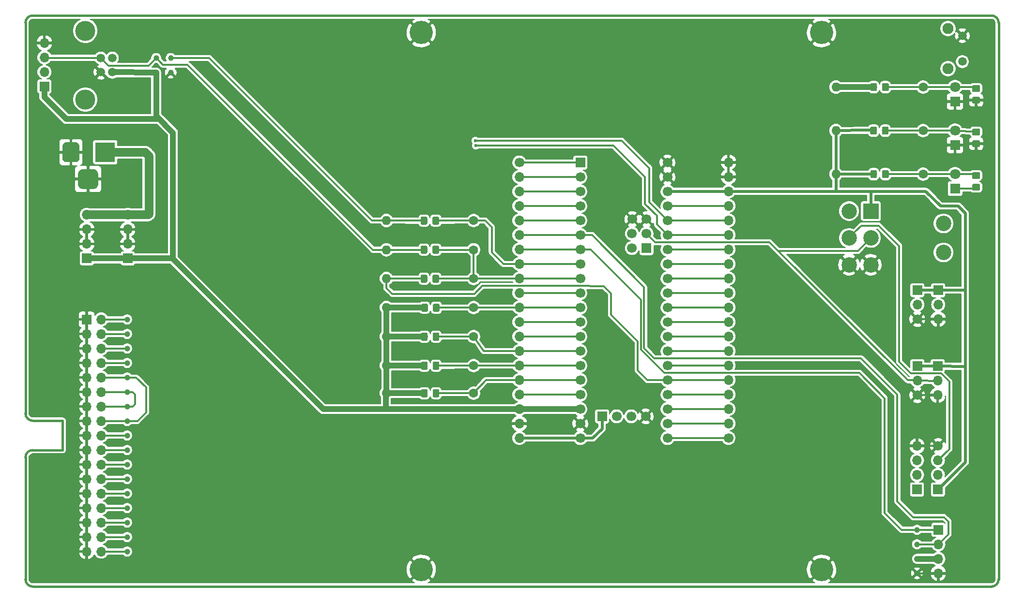
<source format=gtl>
G04 #@! TF.GenerationSoftware,KiCad,Pcbnew,(5.1.2)-2*
G04 #@! TF.CreationDate,2020-12-14T08:03:04+00:00*
G04 #@! TF.ProjectId,Greaseweazle F1 3.5 Inch,47726561-7365-4776-9561-7a6c65204631,2.0*
G04 #@! TF.SameCoordinates,Original*
G04 #@! TF.FileFunction,Copper,L1,Top*
G04 #@! TF.FilePolarity,Positive*
%FSLAX46Y46*%
G04 Gerber Fmt 4.6, Leading zero omitted, Abs format (unit mm)*
G04 Created by KiCad (PCBNEW (5.1.2)-2) date 2020-12-14 08:03:04*
%MOMM*%
%LPD*%
G04 APERTURE LIST*
%ADD10C,0.381000*%
%ADD11C,2.700000*%
%ADD12R,2.700000X2.700000*%
%ADD13C,0.150000*%
%ADD14C,1.150000*%
%ADD15C,1.800000*%
%ADD16R,1.800000X1.800000*%
%ADD17C,1.600000*%
%ADD18O,1.600000X1.600000*%
%ADD19C,1.700000*%
%ADD20R,1.700000X1.700000*%
%ADD21C,1.000000*%
%ADD22O,1.700000X1.700000*%
%ADD23C,3.500000*%
%ADD24C,3.000000*%
%ADD25R,3.500000X3.500000*%
%ADD26C,3.500120*%
%ADD27C,1.501140*%
%ADD28C,1.950000*%
%ADD29C,1.508000*%
%ADD30C,4.064000*%
%ADD31C,0.600000*%
%ADD32C,0.304800*%
%ADD33C,1.500000*%
%ADD34C,1.000000*%
%ADD35C,0.500000*%
%ADD36C,0.203200*%
G04 APERTURE END LIST*
D10*
X50800000Y-128333500D02*
X50800000Y-149694900D01*
X52070000Y-127063500D02*
X57277000Y-127063500D01*
X52070000Y-121920000D02*
X57277000Y-121920000D01*
X57277000Y-121920000D02*
X57277000Y-127063500D01*
X52070000Y-127063500D02*
G75*
G03X50800000Y-128333500I0J-1270000D01*
G01*
X50800000Y-120650000D02*
G75*
G03X52070000Y-121920000I1270000J0D01*
G01*
X219710000Y-150964900D02*
G75*
G03X220980000Y-149694900I0J1270000D01*
G01*
X52070000Y-50965100D02*
G75*
G03X50800000Y-52235100I0J-1270000D01*
G01*
X220980000Y-52235100D02*
G75*
G03X219710000Y-50965100I-1270000J0D01*
G01*
X50800000Y-149694900D02*
G75*
G03X52070000Y-150964900I1270000J0D01*
G01*
X50800000Y-52235100D02*
X50800000Y-120650000D01*
X52070000Y-150964900D02*
X219710000Y-150964900D01*
X219710000Y-50965100D02*
X52070000Y-50965100D01*
X220980000Y-149694900D02*
X220980000Y-52235100D01*
D11*
X211328000Y-87376000D03*
X211328000Y-92456000D03*
X194818000Y-94616000D03*
X194818000Y-89916000D03*
X194818000Y-85216000D03*
X198628000Y-94616000D03*
X198628000Y-89916000D03*
D12*
X198628000Y-85216000D03*
D13*
G36*
X199476505Y-62801204D02*
G01*
X199500773Y-62804804D01*
X199524572Y-62810765D01*
X199547671Y-62819030D01*
X199569850Y-62829520D01*
X199590893Y-62842132D01*
X199610599Y-62856747D01*
X199628777Y-62873223D01*
X199645253Y-62891401D01*
X199659868Y-62911107D01*
X199672480Y-62932150D01*
X199682970Y-62954329D01*
X199691235Y-62977428D01*
X199697196Y-63001227D01*
X199700796Y-63025495D01*
X199702000Y-63049999D01*
X199702000Y-63950001D01*
X199700796Y-63974505D01*
X199697196Y-63998773D01*
X199691235Y-64022572D01*
X199682970Y-64045671D01*
X199672480Y-64067850D01*
X199659868Y-64088893D01*
X199645253Y-64108599D01*
X199628777Y-64126777D01*
X199610599Y-64143253D01*
X199590893Y-64157868D01*
X199569850Y-64170480D01*
X199547671Y-64180970D01*
X199524572Y-64189235D01*
X199500773Y-64195196D01*
X199476505Y-64198796D01*
X199452001Y-64200000D01*
X198801999Y-64200000D01*
X198777495Y-64198796D01*
X198753227Y-64195196D01*
X198729428Y-64189235D01*
X198706329Y-64180970D01*
X198684150Y-64170480D01*
X198663107Y-64157868D01*
X198643401Y-64143253D01*
X198625223Y-64126777D01*
X198608747Y-64108599D01*
X198594132Y-64088893D01*
X198581520Y-64067850D01*
X198571030Y-64045671D01*
X198562765Y-64022572D01*
X198556804Y-63998773D01*
X198553204Y-63974505D01*
X198552000Y-63950001D01*
X198552000Y-63049999D01*
X198553204Y-63025495D01*
X198556804Y-63001227D01*
X198562765Y-62977428D01*
X198571030Y-62954329D01*
X198581520Y-62932150D01*
X198594132Y-62911107D01*
X198608747Y-62891401D01*
X198625223Y-62873223D01*
X198643401Y-62856747D01*
X198663107Y-62842132D01*
X198684150Y-62829520D01*
X198706329Y-62819030D01*
X198729428Y-62810765D01*
X198753227Y-62804804D01*
X198777495Y-62801204D01*
X198801999Y-62800000D01*
X199452001Y-62800000D01*
X199476505Y-62801204D01*
X199476505Y-62801204D01*
G37*
D14*
X199127000Y-63500000D03*
D13*
G36*
X201526505Y-62801204D02*
G01*
X201550773Y-62804804D01*
X201574572Y-62810765D01*
X201597671Y-62819030D01*
X201619850Y-62829520D01*
X201640893Y-62842132D01*
X201660599Y-62856747D01*
X201678777Y-62873223D01*
X201695253Y-62891401D01*
X201709868Y-62911107D01*
X201722480Y-62932150D01*
X201732970Y-62954329D01*
X201741235Y-62977428D01*
X201747196Y-63001227D01*
X201750796Y-63025495D01*
X201752000Y-63049999D01*
X201752000Y-63950001D01*
X201750796Y-63974505D01*
X201747196Y-63998773D01*
X201741235Y-64022572D01*
X201732970Y-64045671D01*
X201722480Y-64067850D01*
X201709868Y-64088893D01*
X201695253Y-64108599D01*
X201678777Y-64126777D01*
X201660599Y-64143253D01*
X201640893Y-64157868D01*
X201619850Y-64170480D01*
X201597671Y-64180970D01*
X201574572Y-64189235D01*
X201550773Y-64195196D01*
X201526505Y-64198796D01*
X201502001Y-64200000D01*
X200851999Y-64200000D01*
X200827495Y-64198796D01*
X200803227Y-64195196D01*
X200779428Y-64189235D01*
X200756329Y-64180970D01*
X200734150Y-64170480D01*
X200713107Y-64157868D01*
X200693401Y-64143253D01*
X200675223Y-64126777D01*
X200658747Y-64108599D01*
X200644132Y-64088893D01*
X200631520Y-64067850D01*
X200621030Y-64045671D01*
X200612765Y-64022572D01*
X200606804Y-63998773D01*
X200603204Y-63974505D01*
X200602000Y-63950001D01*
X200602000Y-63049999D01*
X200603204Y-63025495D01*
X200606804Y-63001227D01*
X200612765Y-62977428D01*
X200621030Y-62954329D01*
X200631520Y-62932150D01*
X200644132Y-62911107D01*
X200658747Y-62891401D01*
X200675223Y-62873223D01*
X200693401Y-62856747D01*
X200713107Y-62842132D01*
X200734150Y-62829520D01*
X200756329Y-62819030D01*
X200779428Y-62810765D01*
X200803227Y-62804804D01*
X200827495Y-62801204D01*
X200851999Y-62800000D01*
X201502001Y-62800000D01*
X201526505Y-62801204D01*
X201526505Y-62801204D01*
G37*
D14*
X201177000Y-63500000D03*
D13*
G36*
X199476505Y-78041204D02*
G01*
X199500773Y-78044804D01*
X199524572Y-78050765D01*
X199547671Y-78059030D01*
X199569850Y-78069520D01*
X199590893Y-78082132D01*
X199610599Y-78096747D01*
X199628777Y-78113223D01*
X199645253Y-78131401D01*
X199659868Y-78151107D01*
X199672480Y-78172150D01*
X199682970Y-78194329D01*
X199691235Y-78217428D01*
X199697196Y-78241227D01*
X199700796Y-78265495D01*
X199702000Y-78289999D01*
X199702000Y-79190001D01*
X199700796Y-79214505D01*
X199697196Y-79238773D01*
X199691235Y-79262572D01*
X199682970Y-79285671D01*
X199672480Y-79307850D01*
X199659868Y-79328893D01*
X199645253Y-79348599D01*
X199628777Y-79366777D01*
X199610599Y-79383253D01*
X199590893Y-79397868D01*
X199569850Y-79410480D01*
X199547671Y-79420970D01*
X199524572Y-79429235D01*
X199500773Y-79435196D01*
X199476505Y-79438796D01*
X199452001Y-79440000D01*
X198801999Y-79440000D01*
X198777495Y-79438796D01*
X198753227Y-79435196D01*
X198729428Y-79429235D01*
X198706329Y-79420970D01*
X198684150Y-79410480D01*
X198663107Y-79397868D01*
X198643401Y-79383253D01*
X198625223Y-79366777D01*
X198608747Y-79348599D01*
X198594132Y-79328893D01*
X198581520Y-79307850D01*
X198571030Y-79285671D01*
X198562765Y-79262572D01*
X198556804Y-79238773D01*
X198553204Y-79214505D01*
X198552000Y-79190001D01*
X198552000Y-78289999D01*
X198553204Y-78265495D01*
X198556804Y-78241227D01*
X198562765Y-78217428D01*
X198571030Y-78194329D01*
X198581520Y-78172150D01*
X198594132Y-78151107D01*
X198608747Y-78131401D01*
X198625223Y-78113223D01*
X198643401Y-78096747D01*
X198663107Y-78082132D01*
X198684150Y-78069520D01*
X198706329Y-78059030D01*
X198729428Y-78050765D01*
X198753227Y-78044804D01*
X198777495Y-78041204D01*
X198801999Y-78040000D01*
X199452001Y-78040000D01*
X199476505Y-78041204D01*
X199476505Y-78041204D01*
G37*
D14*
X199127000Y-78740000D03*
D13*
G36*
X201526505Y-78041204D02*
G01*
X201550773Y-78044804D01*
X201574572Y-78050765D01*
X201597671Y-78059030D01*
X201619850Y-78069520D01*
X201640893Y-78082132D01*
X201660599Y-78096747D01*
X201678777Y-78113223D01*
X201695253Y-78131401D01*
X201709868Y-78151107D01*
X201722480Y-78172150D01*
X201732970Y-78194329D01*
X201741235Y-78217428D01*
X201747196Y-78241227D01*
X201750796Y-78265495D01*
X201752000Y-78289999D01*
X201752000Y-79190001D01*
X201750796Y-79214505D01*
X201747196Y-79238773D01*
X201741235Y-79262572D01*
X201732970Y-79285671D01*
X201722480Y-79307850D01*
X201709868Y-79328893D01*
X201695253Y-79348599D01*
X201678777Y-79366777D01*
X201660599Y-79383253D01*
X201640893Y-79397868D01*
X201619850Y-79410480D01*
X201597671Y-79420970D01*
X201574572Y-79429235D01*
X201550773Y-79435196D01*
X201526505Y-79438796D01*
X201502001Y-79440000D01*
X200851999Y-79440000D01*
X200827495Y-79438796D01*
X200803227Y-79435196D01*
X200779428Y-79429235D01*
X200756329Y-79420970D01*
X200734150Y-79410480D01*
X200713107Y-79397868D01*
X200693401Y-79383253D01*
X200675223Y-79366777D01*
X200658747Y-79348599D01*
X200644132Y-79328893D01*
X200631520Y-79307850D01*
X200621030Y-79285671D01*
X200612765Y-79262572D01*
X200606804Y-79238773D01*
X200603204Y-79214505D01*
X200602000Y-79190001D01*
X200602000Y-78289999D01*
X200603204Y-78265495D01*
X200606804Y-78241227D01*
X200612765Y-78217428D01*
X200621030Y-78194329D01*
X200631520Y-78172150D01*
X200644132Y-78151107D01*
X200658747Y-78131401D01*
X200675223Y-78113223D01*
X200693401Y-78096747D01*
X200713107Y-78082132D01*
X200734150Y-78069520D01*
X200756329Y-78059030D01*
X200779428Y-78050765D01*
X200803227Y-78044804D01*
X200827495Y-78041204D01*
X200851999Y-78040000D01*
X201502001Y-78040000D01*
X201526505Y-78041204D01*
X201526505Y-78041204D01*
G37*
D14*
X201177000Y-78740000D03*
D13*
G36*
X199451105Y-70421204D02*
G01*
X199475373Y-70424804D01*
X199499172Y-70430765D01*
X199522271Y-70439030D01*
X199544450Y-70449520D01*
X199565493Y-70462132D01*
X199585199Y-70476747D01*
X199603377Y-70493223D01*
X199619853Y-70511401D01*
X199634468Y-70531107D01*
X199647080Y-70552150D01*
X199657570Y-70574329D01*
X199665835Y-70597428D01*
X199671796Y-70621227D01*
X199675396Y-70645495D01*
X199676600Y-70669999D01*
X199676600Y-71570001D01*
X199675396Y-71594505D01*
X199671796Y-71618773D01*
X199665835Y-71642572D01*
X199657570Y-71665671D01*
X199647080Y-71687850D01*
X199634468Y-71708893D01*
X199619853Y-71728599D01*
X199603377Y-71746777D01*
X199585199Y-71763253D01*
X199565493Y-71777868D01*
X199544450Y-71790480D01*
X199522271Y-71800970D01*
X199499172Y-71809235D01*
X199475373Y-71815196D01*
X199451105Y-71818796D01*
X199426601Y-71820000D01*
X198776599Y-71820000D01*
X198752095Y-71818796D01*
X198727827Y-71815196D01*
X198704028Y-71809235D01*
X198680929Y-71800970D01*
X198658750Y-71790480D01*
X198637707Y-71777868D01*
X198618001Y-71763253D01*
X198599823Y-71746777D01*
X198583347Y-71728599D01*
X198568732Y-71708893D01*
X198556120Y-71687850D01*
X198545630Y-71665671D01*
X198537365Y-71642572D01*
X198531404Y-71618773D01*
X198527804Y-71594505D01*
X198526600Y-71570001D01*
X198526600Y-70669999D01*
X198527804Y-70645495D01*
X198531404Y-70621227D01*
X198537365Y-70597428D01*
X198545630Y-70574329D01*
X198556120Y-70552150D01*
X198568732Y-70531107D01*
X198583347Y-70511401D01*
X198599823Y-70493223D01*
X198618001Y-70476747D01*
X198637707Y-70462132D01*
X198658750Y-70449520D01*
X198680929Y-70439030D01*
X198704028Y-70430765D01*
X198727827Y-70424804D01*
X198752095Y-70421204D01*
X198776599Y-70420000D01*
X199426601Y-70420000D01*
X199451105Y-70421204D01*
X199451105Y-70421204D01*
G37*
D14*
X199101600Y-71120000D03*
D13*
G36*
X201501105Y-70421204D02*
G01*
X201525373Y-70424804D01*
X201549172Y-70430765D01*
X201572271Y-70439030D01*
X201594450Y-70449520D01*
X201615493Y-70462132D01*
X201635199Y-70476747D01*
X201653377Y-70493223D01*
X201669853Y-70511401D01*
X201684468Y-70531107D01*
X201697080Y-70552150D01*
X201707570Y-70574329D01*
X201715835Y-70597428D01*
X201721796Y-70621227D01*
X201725396Y-70645495D01*
X201726600Y-70669999D01*
X201726600Y-71570001D01*
X201725396Y-71594505D01*
X201721796Y-71618773D01*
X201715835Y-71642572D01*
X201707570Y-71665671D01*
X201697080Y-71687850D01*
X201684468Y-71708893D01*
X201669853Y-71728599D01*
X201653377Y-71746777D01*
X201635199Y-71763253D01*
X201615493Y-71777868D01*
X201594450Y-71790480D01*
X201572271Y-71800970D01*
X201549172Y-71809235D01*
X201525373Y-71815196D01*
X201501105Y-71818796D01*
X201476601Y-71820000D01*
X200826599Y-71820000D01*
X200802095Y-71818796D01*
X200777827Y-71815196D01*
X200754028Y-71809235D01*
X200730929Y-71800970D01*
X200708750Y-71790480D01*
X200687707Y-71777868D01*
X200668001Y-71763253D01*
X200649823Y-71746777D01*
X200633347Y-71728599D01*
X200618732Y-71708893D01*
X200606120Y-71687850D01*
X200595630Y-71665671D01*
X200587365Y-71642572D01*
X200581404Y-71618773D01*
X200577804Y-71594505D01*
X200576600Y-71570001D01*
X200576600Y-70669999D01*
X200577804Y-70645495D01*
X200581404Y-70621227D01*
X200587365Y-70597428D01*
X200595630Y-70574329D01*
X200606120Y-70552150D01*
X200618732Y-70531107D01*
X200633347Y-70511401D01*
X200649823Y-70493223D01*
X200668001Y-70476747D01*
X200687707Y-70462132D01*
X200708750Y-70449520D01*
X200730929Y-70439030D01*
X200754028Y-70430765D01*
X200777827Y-70424804D01*
X200802095Y-70421204D01*
X200826599Y-70420000D01*
X201476601Y-70420000D01*
X201501105Y-70421204D01*
X201501105Y-70421204D01*
G37*
D14*
X201151600Y-71120000D03*
D13*
G36*
X122888105Y-86194604D02*
G01*
X122912373Y-86198204D01*
X122936172Y-86204165D01*
X122959271Y-86212430D01*
X122981450Y-86222920D01*
X123002493Y-86235532D01*
X123022199Y-86250147D01*
X123040377Y-86266623D01*
X123056853Y-86284801D01*
X123071468Y-86304507D01*
X123084080Y-86325550D01*
X123094570Y-86347729D01*
X123102835Y-86370828D01*
X123108796Y-86394627D01*
X123112396Y-86418895D01*
X123113600Y-86443399D01*
X123113600Y-87343401D01*
X123112396Y-87367905D01*
X123108796Y-87392173D01*
X123102835Y-87415972D01*
X123094570Y-87439071D01*
X123084080Y-87461250D01*
X123071468Y-87482293D01*
X123056853Y-87501999D01*
X123040377Y-87520177D01*
X123022199Y-87536653D01*
X123002493Y-87551268D01*
X122981450Y-87563880D01*
X122959271Y-87574370D01*
X122936172Y-87582635D01*
X122912373Y-87588596D01*
X122888105Y-87592196D01*
X122863601Y-87593400D01*
X122213599Y-87593400D01*
X122189095Y-87592196D01*
X122164827Y-87588596D01*
X122141028Y-87582635D01*
X122117929Y-87574370D01*
X122095750Y-87563880D01*
X122074707Y-87551268D01*
X122055001Y-87536653D01*
X122036823Y-87520177D01*
X122020347Y-87501999D01*
X122005732Y-87482293D01*
X121993120Y-87461250D01*
X121982630Y-87439071D01*
X121974365Y-87415972D01*
X121968404Y-87392173D01*
X121964804Y-87367905D01*
X121963600Y-87343401D01*
X121963600Y-86443399D01*
X121964804Y-86418895D01*
X121968404Y-86394627D01*
X121974365Y-86370828D01*
X121982630Y-86347729D01*
X121993120Y-86325550D01*
X122005732Y-86304507D01*
X122020347Y-86284801D01*
X122036823Y-86266623D01*
X122055001Y-86250147D01*
X122074707Y-86235532D01*
X122095750Y-86222920D01*
X122117929Y-86212430D01*
X122141028Y-86204165D01*
X122164827Y-86198204D01*
X122189095Y-86194604D01*
X122213599Y-86193400D01*
X122863601Y-86193400D01*
X122888105Y-86194604D01*
X122888105Y-86194604D01*
G37*
D14*
X122538600Y-86893400D03*
D13*
G36*
X120838105Y-86194604D02*
G01*
X120862373Y-86198204D01*
X120886172Y-86204165D01*
X120909271Y-86212430D01*
X120931450Y-86222920D01*
X120952493Y-86235532D01*
X120972199Y-86250147D01*
X120990377Y-86266623D01*
X121006853Y-86284801D01*
X121021468Y-86304507D01*
X121034080Y-86325550D01*
X121044570Y-86347729D01*
X121052835Y-86370828D01*
X121058796Y-86394627D01*
X121062396Y-86418895D01*
X121063600Y-86443399D01*
X121063600Y-87343401D01*
X121062396Y-87367905D01*
X121058796Y-87392173D01*
X121052835Y-87415972D01*
X121044570Y-87439071D01*
X121034080Y-87461250D01*
X121021468Y-87482293D01*
X121006853Y-87501999D01*
X120990377Y-87520177D01*
X120972199Y-87536653D01*
X120952493Y-87551268D01*
X120931450Y-87563880D01*
X120909271Y-87574370D01*
X120886172Y-87582635D01*
X120862373Y-87588596D01*
X120838105Y-87592196D01*
X120813601Y-87593400D01*
X120163599Y-87593400D01*
X120139095Y-87592196D01*
X120114827Y-87588596D01*
X120091028Y-87582635D01*
X120067929Y-87574370D01*
X120045750Y-87563880D01*
X120024707Y-87551268D01*
X120005001Y-87536653D01*
X119986823Y-87520177D01*
X119970347Y-87501999D01*
X119955732Y-87482293D01*
X119943120Y-87461250D01*
X119932630Y-87439071D01*
X119924365Y-87415972D01*
X119918404Y-87392173D01*
X119914804Y-87367905D01*
X119913600Y-87343401D01*
X119913600Y-86443399D01*
X119914804Y-86418895D01*
X119918404Y-86394627D01*
X119924365Y-86370828D01*
X119932630Y-86347729D01*
X119943120Y-86325550D01*
X119955732Y-86304507D01*
X119970347Y-86284801D01*
X119986823Y-86266623D01*
X120005001Y-86250147D01*
X120024707Y-86235532D01*
X120045750Y-86222920D01*
X120067929Y-86212430D01*
X120091028Y-86204165D01*
X120114827Y-86198204D01*
X120139095Y-86194604D01*
X120163599Y-86193400D01*
X120813601Y-86193400D01*
X120838105Y-86194604D01*
X120838105Y-86194604D01*
G37*
D14*
X120488600Y-86893400D03*
D13*
G36*
X122888105Y-91274604D02*
G01*
X122912373Y-91278204D01*
X122936172Y-91284165D01*
X122959271Y-91292430D01*
X122981450Y-91302920D01*
X123002493Y-91315532D01*
X123022199Y-91330147D01*
X123040377Y-91346623D01*
X123056853Y-91364801D01*
X123071468Y-91384507D01*
X123084080Y-91405550D01*
X123094570Y-91427729D01*
X123102835Y-91450828D01*
X123108796Y-91474627D01*
X123112396Y-91498895D01*
X123113600Y-91523399D01*
X123113600Y-92423401D01*
X123112396Y-92447905D01*
X123108796Y-92472173D01*
X123102835Y-92495972D01*
X123094570Y-92519071D01*
X123084080Y-92541250D01*
X123071468Y-92562293D01*
X123056853Y-92581999D01*
X123040377Y-92600177D01*
X123022199Y-92616653D01*
X123002493Y-92631268D01*
X122981450Y-92643880D01*
X122959271Y-92654370D01*
X122936172Y-92662635D01*
X122912373Y-92668596D01*
X122888105Y-92672196D01*
X122863601Y-92673400D01*
X122213599Y-92673400D01*
X122189095Y-92672196D01*
X122164827Y-92668596D01*
X122141028Y-92662635D01*
X122117929Y-92654370D01*
X122095750Y-92643880D01*
X122074707Y-92631268D01*
X122055001Y-92616653D01*
X122036823Y-92600177D01*
X122020347Y-92581999D01*
X122005732Y-92562293D01*
X121993120Y-92541250D01*
X121982630Y-92519071D01*
X121974365Y-92495972D01*
X121968404Y-92472173D01*
X121964804Y-92447905D01*
X121963600Y-92423401D01*
X121963600Y-91523399D01*
X121964804Y-91498895D01*
X121968404Y-91474627D01*
X121974365Y-91450828D01*
X121982630Y-91427729D01*
X121993120Y-91405550D01*
X122005732Y-91384507D01*
X122020347Y-91364801D01*
X122036823Y-91346623D01*
X122055001Y-91330147D01*
X122074707Y-91315532D01*
X122095750Y-91302920D01*
X122117929Y-91292430D01*
X122141028Y-91284165D01*
X122164827Y-91278204D01*
X122189095Y-91274604D01*
X122213599Y-91273400D01*
X122863601Y-91273400D01*
X122888105Y-91274604D01*
X122888105Y-91274604D01*
G37*
D14*
X122538600Y-91973400D03*
D13*
G36*
X120838105Y-91274604D02*
G01*
X120862373Y-91278204D01*
X120886172Y-91284165D01*
X120909271Y-91292430D01*
X120931450Y-91302920D01*
X120952493Y-91315532D01*
X120972199Y-91330147D01*
X120990377Y-91346623D01*
X121006853Y-91364801D01*
X121021468Y-91384507D01*
X121034080Y-91405550D01*
X121044570Y-91427729D01*
X121052835Y-91450828D01*
X121058796Y-91474627D01*
X121062396Y-91498895D01*
X121063600Y-91523399D01*
X121063600Y-92423401D01*
X121062396Y-92447905D01*
X121058796Y-92472173D01*
X121052835Y-92495972D01*
X121044570Y-92519071D01*
X121034080Y-92541250D01*
X121021468Y-92562293D01*
X121006853Y-92581999D01*
X120990377Y-92600177D01*
X120972199Y-92616653D01*
X120952493Y-92631268D01*
X120931450Y-92643880D01*
X120909271Y-92654370D01*
X120886172Y-92662635D01*
X120862373Y-92668596D01*
X120838105Y-92672196D01*
X120813601Y-92673400D01*
X120163599Y-92673400D01*
X120139095Y-92672196D01*
X120114827Y-92668596D01*
X120091028Y-92662635D01*
X120067929Y-92654370D01*
X120045750Y-92643880D01*
X120024707Y-92631268D01*
X120005001Y-92616653D01*
X119986823Y-92600177D01*
X119970347Y-92581999D01*
X119955732Y-92562293D01*
X119943120Y-92541250D01*
X119932630Y-92519071D01*
X119924365Y-92495972D01*
X119918404Y-92472173D01*
X119914804Y-92447905D01*
X119913600Y-92423401D01*
X119913600Y-91523399D01*
X119914804Y-91498895D01*
X119918404Y-91474627D01*
X119924365Y-91450828D01*
X119932630Y-91427729D01*
X119943120Y-91405550D01*
X119955732Y-91384507D01*
X119970347Y-91364801D01*
X119986823Y-91346623D01*
X120005001Y-91330147D01*
X120024707Y-91315532D01*
X120045750Y-91302920D01*
X120067929Y-91292430D01*
X120091028Y-91284165D01*
X120114827Y-91278204D01*
X120139095Y-91274604D01*
X120163599Y-91273400D01*
X120813601Y-91273400D01*
X120838105Y-91274604D01*
X120838105Y-91274604D01*
G37*
D14*
X120488600Y-91973400D03*
D13*
G36*
X120838105Y-96354604D02*
G01*
X120862373Y-96358204D01*
X120886172Y-96364165D01*
X120909271Y-96372430D01*
X120931450Y-96382920D01*
X120952493Y-96395532D01*
X120972199Y-96410147D01*
X120990377Y-96426623D01*
X121006853Y-96444801D01*
X121021468Y-96464507D01*
X121034080Y-96485550D01*
X121044570Y-96507729D01*
X121052835Y-96530828D01*
X121058796Y-96554627D01*
X121062396Y-96578895D01*
X121063600Y-96603399D01*
X121063600Y-97503401D01*
X121062396Y-97527905D01*
X121058796Y-97552173D01*
X121052835Y-97575972D01*
X121044570Y-97599071D01*
X121034080Y-97621250D01*
X121021468Y-97642293D01*
X121006853Y-97661999D01*
X120990377Y-97680177D01*
X120972199Y-97696653D01*
X120952493Y-97711268D01*
X120931450Y-97723880D01*
X120909271Y-97734370D01*
X120886172Y-97742635D01*
X120862373Y-97748596D01*
X120838105Y-97752196D01*
X120813601Y-97753400D01*
X120163599Y-97753400D01*
X120139095Y-97752196D01*
X120114827Y-97748596D01*
X120091028Y-97742635D01*
X120067929Y-97734370D01*
X120045750Y-97723880D01*
X120024707Y-97711268D01*
X120005001Y-97696653D01*
X119986823Y-97680177D01*
X119970347Y-97661999D01*
X119955732Y-97642293D01*
X119943120Y-97621250D01*
X119932630Y-97599071D01*
X119924365Y-97575972D01*
X119918404Y-97552173D01*
X119914804Y-97527905D01*
X119913600Y-97503401D01*
X119913600Y-96603399D01*
X119914804Y-96578895D01*
X119918404Y-96554627D01*
X119924365Y-96530828D01*
X119932630Y-96507729D01*
X119943120Y-96485550D01*
X119955732Y-96464507D01*
X119970347Y-96444801D01*
X119986823Y-96426623D01*
X120005001Y-96410147D01*
X120024707Y-96395532D01*
X120045750Y-96382920D01*
X120067929Y-96372430D01*
X120091028Y-96364165D01*
X120114827Y-96358204D01*
X120139095Y-96354604D01*
X120163599Y-96353400D01*
X120813601Y-96353400D01*
X120838105Y-96354604D01*
X120838105Y-96354604D01*
G37*
D14*
X120488600Y-97053400D03*
D13*
G36*
X122888105Y-96354604D02*
G01*
X122912373Y-96358204D01*
X122936172Y-96364165D01*
X122959271Y-96372430D01*
X122981450Y-96382920D01*
X123002493Y-96395532D01*
X123022199Y-96410147D01*
X123040377Y-96426623D01*
X123056853Y-96444801D01*
X123071468Y-96464507D01*
X123084080Y-96485550D01*
X123094570Y-96507729D01*
X123102835Y-96530828D01*
X123108796Y-96554627D01*
X123112396Y-96578895D01*
X123113600Y-96603399D01*
X123113600Y-97503401D01*
X123112396Y-97527905D01*
X123108796Y-97552173D01*
X123102835Y-97575972D01*
X123094570Y-97599071D01*
X123084080Y-97621250D01*
X123071468Y-97642293D01*
X123056853Y-97661999D01*
X123040377Y-97680177D01*
X123022199Y-97696653D01*
X123002493Y-97711268D01*
X122981450Y-97723880D01*
X122959271Y-97734370D01*
X122936172Y-97742635D01*
X122912373Y-97748596D01*
X122888105Y-97752196D01*
X122863601Y-97753400D01*
X122213599Y-97753400D01*
X122189095Y-97752196D01*
X122164827Y-97748596D01*
X122141028Y-97742635D01*
X122117929Y-97734370D01*
X122095750Y-97723880D01*
X122074707Y-97711268D01*
X122055001Y-97696653D01*
X122036823Y-97680177D01*
X122020347Y-97661999D01*
X122005732Y-97642293D01*
X121993120Y-97621250D01*
X121982630Y-97599071D01*
X121974365Y-97575972D01*
X121968404Y-97552173D01*
X121964804Y-97527905D01*
X121963600Y-97503401D01*
X121963600Y-96603399D01*
X121964804Y-96578895D01*
X121968404Y-96554627D01*
X121974365Y-96530828D01*
X121982630Y-96507729D01*
X121993120Y-96485550D01*
X122005732Y-96464507D01*
X122020347Y-96444801D01*
X122036823Y-96426623D01*
X122055001Y-96410147D01*
X122074707Y-96395532D01*
X122095750Y-96382920D01*
X122117929Y-96372430D01*
X122141028Y-96364165D01*
X122164827Y-96358204D01*
X122189095Y-96354604D01*
X122213599Y-96353400D01*
X122863601Y-96353400D01*
X122888105Y-96354604D01*
X122888105Y-96354604D01*
G37*
D14*
X122538600Y-97053400D03*
D13*
G36*
X122989705Y-101434604D02*
G01*
X123013973Y-101438204D01*
X123037772Y-101444165D01*
X123060871Y-101452430D01*
X123083050Y-101462920D01*
X123104093Y-101475532D01*
X123123799Y-101490147D01*
X123141977Y-101506623D01*
X123158453Y-101524801D01*
X123173068Y-101544507D01*
X123185680Y-101565550D01*
X123196170Y-101587729D01*
X123204435Y-101610828D01*
X123210396Y-101634627D01*
X123213996Y-101658895D01*
X123215200Y-101683399D01*
X123215200Y-102583401D01*
X123213996Y-102607905D01*
X123210396Y-102632173D01*
X123204435Y-102655972D01*
X123196170Y-102679071D01*
X123185680Y-102701250D01*
X123173068Y-102722293D01*
X123158453Y-102741999D01*
X123141977Y-102760177D01*
X123123799Y-102776653D01*
X123104093Y-102791268D01*
X123083050Y-102803880D01*
X123060871Y-102814370D01*
X123037772Y-102822635D01*
X123013973Y-102828596D01*
X122989705Y-102832196D01*
X122965201Y-102833400D01*
X122315199Y-102833400D01*
X122290695Y-102832196D01*
X122266427Y-102828596D01*
X122242628Y-102822635D01*
X122219529Y-102814370D01*
X122197350Y-102803880D01*
X122176307Y-102791268D01*
X122156601Y-102776653D01*
X122138423Y-102760177D01*
X122121947Y-102741999D01*
X122107332Y-102722293D01*
X122094720Y-102701250D01*
X122084230Y-102679071D01*
X122075965Y-102655972D01*
X122070004Y-102632173D01*
X122066404Y-102607905D01*
X122065200Y-102583401D01*
X122065200Y-101683399D01*
X122066404Y-101658895D01*
X122070004Y-101634627D01*
X122075965Y-101610828D01*
X122084230Y-101587729D01*
X122094720Y-101565550D01*
X122107332Y-101544507D01*
X122121947Y-101524801D01*
X122138423Y-101506623D01*
X122156601Y-101490147D01*
X122176307Y-101475532D01*
X122197350Y-101462920D01*
X122219529Y-101452430D01*
X122242628Y-101444165D01*
X122266427Y-101438204D01*
X122290695Y-101434604D01*
X122315199Y-101433400D01*
X122965201Y-101433400D01*
X122989705Y-101434604D01*
X122989705Y-101434604D01*
G37*
D14*
X122640200Y-102133400D03*
D13*
G36*
X120939705Y-101434604D02*
G01*
X120963973Y-101438204D01*
X120987772Y-101444165D01*
X121010871Y-101452430D01*
X121033050Y-101462920D01*
X121054093Y-101475532D01*
X121073799Y-101490147D01*
X121091977Y-101506623D01*
X121108453Y-101524801D01*
X121123068Y-101544507D01*
X121135680Y-101565550D01*
X121146170Y-101587729D01*
X121154435Y-101610828D01*
X121160396Y-101634627D01*
X121163996Y-101658895D01*
X121165200Y-101683399D01*
X121165200Y-102583401D01*
X121163996Y-102607905D01*
X121160396Y-102632173D01*
X121154435Y-102655972D01*
X121146170Y-102679071D01*
X121135680Y-102701250D01*
X121123068Y-102722293D01*
X121108453Y-102741999D01*
X121091977Y-102760177D01*
X121073799Y-102776653D01*
X121054093Y-102791268D01*
X121033050Y-102803880D01*
X121010871Y-102814370D01*
X120987772Y-102822635D01*
X120963973Y-102828596D01*
X120939705Y-102832196D01*
X120915201Y-102833400D01*
X120265199Y-102833400D01*
X120240695Y-102832196D01*
X120216427Y-102828596D01*
X120192628Y-102822635D01*
X120169529Y-102814370D01*
X120147350Y-102803880D01*
X120126307Y-102791268D01*
X120106601Y-102776653D01*
X120088423Y-102760177D01*
X120071947Y-102741999D01*
X120057332Y-102722293D01*
X120044720Y-102701250D01*
X120034230Y-102679071D01*
X120025965Y-102655972D01*
X120020004Y-102632173D01*
X120016404Y-102607905D01*
X120015200Y-102583401D01*
X120015200Y-101683399D01*
X120016404Y-101658895D01*
X120020004Y-101634627D01*
X120025965Y-101610828D01*
X120034230Y-101587729D01*
X120044720Y-101565550D01*
X120057332Y-101544507D01*
X120071947Y-101524801D01*
X120088423Y-101506623D01*
X120106601Y-101490147D01*
X120126307Y-101475532D01*
X120147350Y-101462920D01*
X120169529Y-101452430D01*
X120192628Y-101444165D01*
X120216427Y-101438204D01*
X120240695Y-101434604D01*
X120265199Y-101433400D01*
X120915201Y-101433400D01*
X120939705Y-101434604D01*
X120939705Y-101434604D01*
G37*
D14*
X120590200Y-102133400D03*
D13*
G36*
X122951605Y-106514604D02*
G01*
X122975873Y-106518204D01*
X122999672Y-106524165D01*
X123022771Y-106532430D01*
X123044950Y-106542920D01*
X123065993Y-106555532D01*
X123085699Y-106570147D01*
X123103877Y-106586623D01*
X123120353Y-106604801D01*
X123134968Y-106624507D01*
X123147580Y-106645550D01*
X123158070Y-106667729D01*
X123166335Y-106690828D01*
X123172296Y-106714627D01*
X123175896Y-106738895D01*
X123177100Y-106763399D01*
X123177100Y-107663401D01*
X123175896Y-107687905D01*
X123172296Y-107712173D01*
X123166335Y-107735972D01*
X123158070Y-107759071D01*
X123147580Y-107781250D01*
X123134968Y-107802293D01*
X123120353Y-107821999D01*
X123103877Y-107840177D01*
X123085699Y-107856653D01*
X123065993Y-107871268D01*
X123044950Y-107883880D01*
X123022771Y-107894370D01*
X122999672Y-107902635D01*
X122975873Y-107908596D01*
X122951605Y-107912196D01*
X122927101Y-107913400D01*
X122277099Y-107913400D01*
X122252595Y-107912196D01*
X122228327Y-107908596D01*
X122204528Y-107902635D01*
X122181429Y-107894370D01*
X122159250Y-107883880D01*
X122138207Y-107871268D01*
X122118501Y-107856653D01*
X122100323Y-107840177D01*
X122083847Y-107821999D01*
X122069232Y-107802293D01*
X122056620Y-107781250D01*
X122046130Y-107759071D01*
X122037865Y-107735972D01*
X122031904Y-107712173D01*
X122028304Y-107687905D01*
X122027100Y-107663401D01*
X122027100Y-106763399D01*
X122028304Y-106738895D01*
X122031904Y-106714627D01*
X122037865Y-106690828D01*
X122046130Y-106667729D01*
X122056620Y-106645550D01*
X122069232Y-106624507D01*
X122083847Y-106604801D01*
X122100323Y-106586623D01*
X122118501Y-106570147D01*
X122138207Y-106555532D01*
X122159250Y-106542920D01*
X122181429Y-106532430D01*
X122204528Y-106524165D01*
X122228327Y-106518204D01*
X122252595Y-106514604D01*
X122277099Y-106513400D01*
X122927101Y-106513400D01*
X122951605Y-106514604D01*
X122951605Y-106514604D01*
G37*
D14*
X122602100Y-107213400D03*
D13*
G36*
X120901605Y-106514604D02*
G01*
X120925873Y-106518204D01*
X120949672Y-106524165D01*
X120972771Y-106532430D01*
X120994950Y-106542920D01*
X121015993Y-106555532D01*
X121035699Y-106570147D01*
X121053877Y-106586623D01*
X121070353Y-106604801D01*
X121084968Y-106624507D01*
X121097580Y-106645550D01*
X121108070Y-106667729D01*
X121116335Y-106690828D01*
X121122296Y-106714627D01*
X121125896Y-106738895D01*
X121127100Y-106763399D01*
X121127100Y-107663401D01*
X121125896Y-107687905D01*
X121122296Y-107712173D01*
X121116335Y-107735972D01*
X121108070Y-107759071D01*
X121097580Y-107781250D01*
X121084968Y-107802293D01*
X121070353Y-107821999D01*
X121053877Y-107840177D01*
X121035699Y-107856653D01*
X121015993Y-107871268D01*
X120994950Y-107883880D01*
X120972771Y-107894370D01*
X120949672Y-107902635D01*
X120925873Y-107908596D01*
X120901605Y-107912196D01*
X120877101Y-107913400D01*
X120227099Y-107913400D01*
X120202595Y-107912196D01*
X120178327Y-107908596D01*
X120154528Y-107902635D01*
X120131429Y-107894370D01*
X120109250Y-107883880D01*
X120088207Y-107871268D01*
X120068501Y-107856653D01*
X120050323Y-107840177D01*
X120033847Y-107821999D01*
X120019232Y-107802293D01*
X120006620Y-107781250D01*
X119996130Y-107759071D01*
X119987865Y-107735972D01*
X119981904Y-107712173D01*
X119978304Y-107687905D01*
X119977100Y-107663401D01*
X119977100Y-106763399D01*
X119978304Y-106738895D01*
X119981904Y-106714627D01*
X119987865Y-106690828D01*
X119996130Y-106667729D01*
X120006620Y-106645550D01*
X120019232Y-106624507D01*
X120033847Y-106604801D01*
X120050323Y-106586623D01*
X120068501Y-106570147D01*
X120088207Y-106555532D01*
X120109250Y-106542920D01*
X120131429Y-106532430D01*
X120154528Y-106524165D01*
X120178327Y-106518204D01*
X120202595Y-106514604D01*
X120227099Y-106513400D01*
X120877101Y-106513400D01*
X120901605Y-106514604D01*
X120901605Y-106514604D01*
G37*
D14*
X120552100Y-107213400D03*
D13*
G36*
X122951605Y-111594604D02*
G01*
X122975873Y-111598204D01*
X122999672Y-111604165D01*
X123022771Y-111612430D01*
X123044950Y-111622920D01*
X123065993Y-111635532D01*
X123085699Y-111650147D01*
X123103877Y-111666623D01*
X123120353Y-111684801D01*
X123134968Y-111704507D01*
X123147580Y-111725550D01*
X123158070Y-111747729D01*
X123166335Y-111770828D01*
X123172296Y-111794627D01*
X123175896Y-111818895D01*
X123177100Y-111843399D01*
X123177100Y-112743401D01*
X123175896Y-112767905D01*
X123172296Y-112792173D01*
X123166335Y-112815972D01*
X123158070Y-112839071D01*
X123147580Y-112861250D01*
X123134968Y-112882293D01*
X123120353Y-112901999D01*
X123103877Y-112920177D01*
X123085699Y-112936653D01*
X123065993Y-112951268D01*
X123044950Y-112963880D01*
X123022771Y-112974370D01*
X122999672Y-112982635D01*
X122975873Y-112988596D01*
X122951605Y-112992196D01*
X122927101Y-112993400D01*
X122277099Y-112993400D01*
X122252595Y-112992196D01*
X122228327Y-112988596D01*
X122204528Y-112982635D01*
X122181429Y-112974370D01*
X122159250Y-112963880D01*
X122138207Y-112951268D01*
X122118501Y-112936653D01*
X122100323Y-112920177D01*
X122083847Y-112901999D01*
X122069232Y-112882293D01*
X122056620Y-112861250D01*
X122046130Y-112839071D01*
X122037865Y-112815972D01*
X122031904Y-112792173D01*
X122028304Y-112767905D01*
X122027100Y-112743401D01*
X122027100Y-111843399D01*
X122028304Y-111818895D01*
X122031904Y-111794627D01*
X122037865Y-111770828D01*
X122046130Y-111747729D01*
X122056620Y-111725550D01*
X122069232Y-111704507D01*
X122083847Y-111684801D01*
X122100323Y-111666623D01*
X122118501Y-111650147D01*
X122138207Y-111635532D01*
X122159250Y-111622920D01*
X122181429Y-111612430D01*
X122204528Y-111604165D01*
X122228327Y-111598204D01*
X122252595Y-111594604D01*
X122277099Y-111593400D01*
X122927101Y-111593400D01*
X122951605Y-111594604D01*
X122951605Y-111594604D01*
G37*
D14*
X122602100Y-112293400D03*
D13*
G36*
X120901605Y-111594604D02*
G01*
X120925873Y-111598204D01*
X120949672Y-111604165D01*
X120972771Y-111612430D01*
X120994950Y-111622920D01*
X121015993Y-111635532D01*
X121035699Y-111650147D01*
X121053877Y-111666623D01*
X121070353Y-111684801D01*
X121084968Y-111704507D01*
X121097580Y-111725550D01*
X121108070Y-111747729D01*
X121116335Y-111770828D01*
X121122296Y-111794627D01*
X121125896Y-111818895D01*
X121127100Y-111843399D01*
X121127100Y-112743401D01*
X121125896Y-112767905D01*
X121122296Y-112792173D01*
X121116335Y-112815972D01*
X121108070Y-112839071D01*
X121097580Y-112861250D01*
X121084968Y-112882293D01*
X121070353Y-112901999D01*
X121053877Y-112920177D01*
X121035699Y-112936653D01*
X121015993Y-112951268D01*
X120994950Y-112963880D01*
X120972771Y-112974370D01*
X120949672Y-112982635D01*
X120925873Y-112988596D01*
X120901605Y-112992196D01*
X120877101Y-112993400D01*
X120227099Y-112993400D01*
X120202595Y-112992196D01*
X120178327Y-112988596D01*
X120154528Y-112982635D01*
X120131429Y-112974370D01*
X120109250Y-112963880D01*
X120088207Y-112951268D01*
X120068501Y-112936653D01*
X120050323Y-112920177D01*
X120033847Y-112901999D01*
X120019232Y-112882293D01*
X120006620Y-112861250D01*
X119996130Y-112839071D01*
X119987865Y-112815972D01*
X119981904Y-112792173D01*
X119978304Y-112767905D01*
X119977100Y-112743401D01*
X119977100Y-111843399D01*
X119978304Y-111818895D01*
X119981904Y-111794627D01*
X119987865Y-111770828D01*
X119996130Y-111747729D01*
X120006620Y-111725550D01*
X120019232Y-111704507D01*
X120033847Y-111684801D01*
X120050323Y-111666623D01*
X120068501Y-111650147D01*
X120088207Y-111635532D01*
X120109250Y-111622920D01*
X120131429Y-111612430D01*
X120154528Y-111604165D01*
X120178327Y-111598204D01*
X120202595Y-111594604D01*
X120227099Y-111593400D01*
X120877101Y-111593400D01*
X120901605Y-111594604D01*
X120901605Y-111594604D01*
G37*
D14*
X120552100Y-112293400D03*
D13*
G36*
X122951605Y-116420604D02*
G01*
X122975873Y-116424204D01*
X122999672Y-116430165D01*
X123022771Y-116438430D01*
X123044950Y-116448920D01*
X123065993Y-116461532D01*
X123085699Y-116476147D01*
X123103877Y-116492623D01*
X123120353Y-116510801D01*
X123134968Y-116530507D01*
X123147580Y-116551550D01*
X123158070Y-116573729D01*
X123166335Y-116596828D01*
X123172296Y-116620627D01*
X123175896Y-116644895D01*
X123177100Y-116669399D01*
X123177100Y-117569401D01*
X123175896Y-117593905D01*
X123172296Y-117618173D01*
X123166335Y-117641972D01*
X123158070Y-117665071D01*
X123147580Y-117687250D01*
X123134968Y-117708293D01*
X123120353Y-117727999D01*
X123103877Y-117746177D01*
X123085699Y-117762653D01*
X123065993Y-117777268D01*
X123044950Y-117789880D01*
X123022771Y-117800370D01*
X122999672Y-117808635D01*
X122975873Y-117814596D01*
X122951605Y-117818196D01*
X122927101Y-117819400D01*
X122277099Y-117819400D01*
X122252595Y-117818196D01*
X122228327Y-117814596D01*
X122204528Y-117808635D01*
X122181429Y-117800370D01*
X122159250Y-117789880D01*
X122138207Y-117777268D01*
X122118501Y-117762653D01*
X122100323Y-117746177D01*
X122083847Y-117727999D01*
X122069232Y-117708293D01*
X122056620Y-117687250D01*
X122046130Y-117665071D01*
X122037865Y-117641972D01*
X122031904Y-117618173D01*
X122028304Y-117593905D01*
X122027100Y-117569401D01*
X122027100Y-116669399D01*
X122028304Y-116644895D01*
X122031904Y-116620627D01*
X122037865Y-116596828D01*
X122046130Y-116573729D01*
X122056620Y-116551550D01*
X122069232Y-116530507D01*
X122083847Y-116510801D01*
X122100323Y-116492623D01*
X122118501Y-116476147D01*
X122138207Y-116461532D01*
X122159250Y-116448920D01*
X122181429Y-116438430D01*
X122204528Y-116430165D01*
X122228327Y-116424204D01*
X122252595Y-116420604D01*
X122277099Y-116419400D01*
X122927101Y-116419400D01*
X122951605Y-116420604D01*
X122951605Y-116420604D01*
G37*
D14*
X122602100Y-117119400D03*
D13*
G36*
X120901605Y-116420604D02*
G01*
X120925873Y-116424204D01*
X120949672Y-116430165D01*
X120972771Y-116438430D01*
X120994950Y-116448920D01*
X121015993Y-116461532D01*
X121035699Y-116476147D01*
X121053877Y-116492623D01*
X121070353Y-116510801D01*
X121084968Y-116530507D01*
X121097580Y-116551550D01*
X121108070Y-116573729D01*
X121116335Y-116596828D01*
X121122296Y-116620627D01*
X121125896Y-116644895D01*
X121127100Y-116669399D01*
X121127100Y-117569401D01*
X121125896Y-117593905D01*
X121122296Y-117618173D01*
X121116335Y-117641972D01*
X121108070Y-117665071D01*
X121097580Y-117687250D01*
X121084968Y-117708293D01*
X121070353Y-117727999D01*
X121053877Y-117746177D01*
X121035699Y-117762653D01*
X121015993Y-117777268D01*
X120994950Y-117789880D01*
X120972771Y-117800370D01*
X120949672Y-117808635D01*
X120925873Y-117814596D01*
X120901605Y-117818196D01*
X120877101Y-117819400D01*
X120227099Y-117819400D01*
X120202595Y-117818196D01*
X120178327Y-117814596D01*
X120154528Y-117808635D01*
X120131429Y-117800370D01*
X120109250Y-117789880D01*
X120088207Y-117777268D01*
X120068501Y-117762653D01*
X120050323Y-117746177D01*
X120033847Y-117727999D01*
X120019232Y-117708293D01*
X120006620Y-117687250D01*
X119996130Y-117665071D01*
X119987865Y-117641972D01*
X119981904Y-117618173D01*
X119978304Y-117593905D01*
X119977100Y-117569401D01*
X119977100Y-116669399D01*
X119978304Y-116644895D01*
X119981904Y-116620627D01*
X119987865Y-116596828D01*
X119996130Y-116573729D01*
X120006620Y-116551550D01*
X120019232Y-116530507D01*
X120033847Y-116510801D01*
X120050323Y-116492623D01*
X120068501Y-116476147D01*
X120088207Y-116461532D01*
X120109250Y-116448920D01*
X120131429Y-116438430D01*
X120154528Y-116430165D01*
X120178327Y-116424204D01*
X120202595Y-116420604D01*
X120227099Y-116419400D01*
X120877101Y-116419400D01*
X120901605Y-116420604D01*
X120901605Y-116420604D01*
G37*
D14*
X120552100Y-117119400D03*
D13*
G36*
X217517505Y-63171204D02*
G01*
X217541773Y-63174804D01*
X217565572Y-63180765D01*
X217588671Y-63189030D01*
X217610850Y-63199520D01*
X217631893Y-63212132D01*
X217651599Y-63226747D01*
X217669777Y-63243223D01*
X217686253Y-63261401D01*
X217700868Y-63281107D01*
X217713480Y-63302150D01*
X217723970Y-63324329D01*
X217732235Y-63347428D01*
X217738196Y-63371227D01*
X217741796Y-63395495D01*
X217743000Y-63419999D01*
X217743000Y-64070001D01*
X217741796Y-64094505D01*
X217738196Y-64118773D01*
X217732235Y-64142572D01*
X217723970Y-64165671D01*
X217713480Y-64187850D01*
X217700868Y-64208893D01*
X217686253Y-64228599D01*
X217669777Y-64246777D01*
X217651599Y-64263253D01*
X217631893Y-64277868D01*
X217610850Y-64290480D01*
X217588671Y-64300970D01*
X217565572Y-64309235D01*
X217541773Y-64315196D01*
X217517505Y-64318796D01*
X217493001Y-64320000D01*
X216592999Y-64320000D01*
X216568495Y-64318796D01*
X216544227Y-64315196D01*
X216520428Y-64309235D01*
X216497329Y-64300970D01*
X216475150Y-64290480D01*
X216454107Y-64277868D01*
X216434401Y-64263253D01*
X216416223Y-64246777D01*
X216399747Y-64228599D01*
X216385132Y-64208893D01*
X216372520Y-64187850D01*
X216362030Y-64165671D01*
X216353765Y-64142572D01*
X216347804Y-64118773D01*
X216344204Y-64094505D01*
X216343000Y-64070001D01*
X216343000Y-63419999D01*
X216344204Y-63395495D01*
X216347804Y-63371227D01*
X216353765Y-63347428D01*
X216362030Y-63324329D01*
X216372520Y-63302150D01*
X216385132Y-63281107D01*
X216399747Y-63261401D01*
X216416223Y-63243223D01*
X216434401Y-63226747D01*
X216454107Y-63212132D01*
X216475150Y-63199520D01*
X216497329Y-63189030D01*
X216520428Y-63180765D01*
X216544227Y-63174804D01*
X216568495Y-63171204D01*
X216592999Y-63170000D01*
X217493001Y-63170000D01*
X217517505Y-63171204D01*
X217517505Y-63171204D01*
G37*
D14*
X217043000Y-63745000D03*
D13*
G36*
X217517505Y-65221204D02*
G01*
X217541773Y-65224804D01*
X217565572Y-65230765D01*
X217588671Y-65239030D01*
X217610850Y-65249520D01*
X217631893Y-65262132D01*
X217651599Y-65276747D01*
X217669777Y-65293223D01*
X217686253Y-65311401D01*
X217700868Y-65331107D01*
X217713480Y-65352150D01*
X217723970Y-65374329D01*
X217732235Y-65397428D01*
X217738196Y-65421227D01*
X217741796Y-65445495D01*
X217743000Y-65469999D01*
X217743000Y-66120001D01*
X217741796Y-66144505D01*
X217738196Y-66168773D01*
X217732235Y-66192572D01*
X217723970Y-66215671D01*
X217713480Y-66237850D01*
X217700868Y-66258893D01*
X217686253Y-66278599D01*
X217669777Y-66296777D01*
X217651599Y-66313253D01*
X217631893Y-66327868D01*
X217610850Y-66340480D01*
X217588671Y-66350970D01*
X217565572Y-66359235D01*
X217541773Y-66365196D01*
X217517505Y-66368796D01*
X217493001Y-66370000D01*
X216592999Y-66370000D01*
X216568495Y-66368796D01*
X216544227Y-66365196D01*
X216520428Y-66359235D01*
X216497329Y-66350970D01*
X216475150Y-66340480D01*
X216454107Y-66327868D01*
X216434401Y-66313253D01*
X216416223Y-66296777D01*
X216399747Y-66278599D01*
X216385132Y-66258893D01*
X216372520Y-66237850D01*
X216362030Y-66215671D01*
X216353765Y-66192572D01*
X216347804Y-66168773D01*
X216344204Y-66144505D01*
X216343000Y-66120001D01*
X216343000Y-65469999D01*
X216344204Y-65445495D01*
X216347804Y-65421227D01*
X216353765Y-65397428D01*
X216362030Y-65374329D01*
X216372520Y-65352150D01*
X216385132Y-65331107D01*
X216399747Y-65311401D01*
X216416223Y-65293223D01*
X216434401Y-65276747D01*
X216454107Y-65262132D01*
X216475150Y-65249520D01*
X216497329Y-65239030D01*
X216520428Y-65230765D01*
X216544227Y-65224804D01*
X216568495Y-65221204D01*
X216592999Y-65220000D01*
X217493001Y-65220000D01*
X217517505Y-65221204D01*
X217517505Y-65221204D01*
G37*
D14*
X217043000Y-65795000D03*
D13*
G36*
X217517505Y-80461204D02*
G01*
X217541773Y-80464804D01*
X217565572Y-80470765D01*
X217588671Y-80479030D01*
X217610850Y-80489520D01*
X217631893Y-80502132D01*
X217651599Y-80516747D01*
X217669777Y-80533223D01*
X217686253Y-80551401D01*
X217700868Y-80571107D01*
X217713480Y-80592150D01*
X217723970Y-80614329D01*
X217732235Y-80637428D01*
X217738196Y-80661227D01*
X217741796Y-80685495D01*
X217743000Y-80709999D01*
X217743000Y-81360001D01*
X217741796Y-81384505D01*
X217738196Y-81408773D01*
X217732235Y-81432572D01*
X217723970Y-81455671D01*
X217713480Y-81477850D01*
X217700868Y-81498893D01*
X217686253Y-81518599D01*
X217669777Y-81536777D01*
X217651599Y-81553253D01*
X217631893Y-81567868D01*
X217610850Y-81580480D01*
X217588671Y-81590970D01*
X217565572Y-81599235D01*
X217541773Y-81605196D01*
X217517505Y-81608796D01*
X217493001Y-81610000D01*
X216592999Y-81610000D01*
X216568495Y-81608796D01*
X216544227Y-81605196D01*
X216520428Y-81599235D01*
X216497329Y-81590970D01*
X216475150Y-81580480D01*
X216454107Y-81567868D01*
X216434401Y-81553253D01*
X216416223Y-81536777D01*
X216399747Y-81518599D01*
X216385132Y-81498893D01*
X216372520Y-81477850D01*
X216362030Y-81455671D01*
X216353765Y-81432572D01*
X216347804Y-81408773D01*
X216344204Y-81384505D01*
X216343000Y-81360001D01*
X216343000Y-80709999D01*
X216344204Y-80685495D01*
X216347804Y-80661227D01*
X216353765Y-80637428D01*
X216362030Y-80614329D01*
X216372520Y-80592150D01*
X216385132Y-80571107D01*
X216399747Y-80551401D01*
X216416223Y-80533223D01*
X216434401Y-80516747D01*
X216454107Y-80502132D01*
X216475150Y-80489520D01*
X216497329Y-80479030D01*
X216520428Y-80470765D01*
X216544227Y-80464804D01*
X216568495Y-80461204D01*
X216592999Y-80460000D01*
X217493001Y-80460000D01*
X217517505Y-80461204D01*
X217517505Y-80461204D01*
G37*
D14*
X217043000Y-81035000D03*
D13*
G36*
X217517505Y-78411204D02*
G01*
X217541773Y-78414804D01*
X217565572Y-78420765D01*
X217588671Y-78429030D01*
X217610850Y-78439520D01*
X217631893Y-78452132D01*
X217651599Y-78466747D01*
X217669777Y-78483223D01*
X217686253Y-78501401D01*
X217700868Y-78521107D01*
X217713480Y-78542150D01*
X217723970Y-78564329D01*
X217732235Y-78587428D01*
X217738196Y-78611227D01*
X217741796Y-78635495D01*
X217743000Y-78659999D01*
X217743000Y-79310001D01*
X217741796Y-79334505D01*
X217738196Y-79358773D01*
X217732235Y-79382572D01*
X217723970Y-79405671D01*
X217713480Y-79427850D01*
X217700868Y-79448893D01*
X217686253Y-79468599D01*
X217669777Y-79486777D01*
X217651599Y-79503253D01*
X217631893Y-79517868D01*
X217610850Y-79530480D01*
X217588671Y-79540970D01*
X217565572Y-79549235D01*
X217541773Y-79555196D01*
X217517505Y-79558796D01*
X217493001Y-79560000D01*
X216592999Y-79560000D01*
X216568495Y-79558796D01*
X216544227Y-79555196D01*
X216520428Y-79549235D01*
X216497329Y-79540970D01*
X216475150Y-79530480D01*
X216454107Y-79517868D01*
X216434401Y-79503253D01*
X216416223Y-79486777D01*
X216399747Y-79468599D01*
X216385132Y-79448893D01*
X216372520Y-79427850D01*
X216362030Y-79405671D01*
X216353765Y-79382572D01*
X216347804Y-79358773D01*
X216344204Y-79334505D01*
X216343000Y-79310001D01*
X216343000Y-78659999D01*
X216344204Y-78635495D01*
X216347804Y-78611227D01*
X216353765Y-78587428D01*
X216362030Y-78564329D01*
X216372520Y-78542150D01*
X216385132Y-78521107D01*
X216399747Y-78501401D01*
X216416223Y-78483223D01*
X216434401Y-78466747D01*
X216454107Y-78452132D01*
X216475150Y-78439520D01*
X216497329Y-78429030D01*
X216520428Y-78420765D01*
X216544227Y-78414804D01*
X216568495Y-78411204D01*
X216592999Y-78410000D01*
X217493001Y-78410000D01*
X217517505Y-78411204D01*
X217517505Y-78411204D01*
G37*
D14*
X217043000Y-78985000D03*
D13*
G36*
X217517505Y-70791204D02*
G01*
X217541773Y-70794804D01*
X217565572Y-70800765D01*
X217588671Y-70809030D01*
X217610850Y-70819520D01*
X217631893Y-70832132D01*
X217651599Y-70846747D01*
X217669777Y-70863223D01*
X217686253Y-70881401D01*
X217700868Y-70901107D01*
X217713480Y-70922150D01*
X217723970Y-70944329D01*
X217732235Y-70967428D01*
X217738196Y-70991227D01*
X217741796Y-71015495D01*
X217743000Y-71039999D01*
X217743000Y-71690001D01*
X217741796Y-71714505D01*
X217738196Y-71738773D01*
X217732235Y-71762572D01*
X217723970Y-71785671D01*
X217713480Y-71807850D01*
X217700868Y-71828893D01*
X217686253Y-71848599D01*
X217669777Y-71866777D01*
X217651599Y-71883253D01*
X217631893Y-71897868D01*
X217610850Y-71910480D01*
X217588671Y-71920970D01*
X217565572Y-71929235D01*
X217541773Y-71935196D01*
X217517505Y-71938796D01*
X217493001Y-71940000D01*
X216592999Y-71940000D01*
X216568495Y-71938796D01*
X216544227Y-71935196D01*
X216520428Y-71929235D01*
X216497329Y-71920970D01*
X216475150Y-71910480D01*
X216454107Y-71897868D01*
X216434401Y-71883253D01*
X216416223Y-71866777D01*
X216399747Y-71848599D01*
X216385132Y-71828893D01*
X216372520Y-71807850D01*
X216362030Y-71785671D01*
X216353765Y-71762572D01*
X216347804Y-71738773D01*
X216344204Y-71714505D01*
X216343000Y-71690001D01*
X216343000Y-71039999D01*
X216344204Y-71015495D01*
X216347804Y-70991227D01*
X216353765Y-70967428D01*
X216362030Y-70944329D01*
X216372520Y-70922150D01*
X216385132Y-70901107D01*
X216399747Y-70881401D01*
X216416223Y-70863223D01*
X216434401Y-70846747D01*
X216454107Y-70832132D01*
X216475150Y-70819520D01*
X216497329Y-70809030D01*
X216520428Y-70800765D01*
X216544227Y-70794804D01*
X216568495Y-70791204D01*
X216592999Y-70790000D01*
X217493001Y-70790000D01*
X217517505Y-70791204D01*
X217517505Y-70791204D01*
G37*
D14*
X217043000Y-71365000D03*
D13*
G36*
X217517505Y-72841204D02*
G01*
X217541773Y-72844804D01*
X217565572Y-72850765D01*
X217588671Y-72859030D01*
X217610850Y-72869520D01*
X217631893Y-72882132D01*
X217651599Y-72896747D01*
X217669777Y-72913223D01*
X217686253Y-72931401D01*
X217700868Y-72951107D01*
X217713480Y-72972150D01*
X217723970Y-72994329D01*
X217732235Y-73017428D01*
X217738196Y-73041227D01*
X217741796Y-73065495D01*
X217743000Y-73089999D01*
X217743000Y-73740001D01*
X217741796Y-73764505D01*
X217738196Y-73788773D01*
X217732235Y-73812572D01*
X217723970Y-73835671D01*
X217713480Y-73857850D01*
X217700868Y-73878893D01*
X217686253Y-73898599D01*
X217669777Y-73916777D01*
X217651599Y-73933253D01*
X217631893Y-73947868D01*
X217610850Y-73960480D01*
X217588671Y-73970970D01*
X217565572Y-73979235D01*
X217541773Y-73985196D01*
X217517505Y-73988796D01*
X217493001Y-73990000D01*
X216592999Y-73990000D01*
X216568495Y-73988796D01*
X216544227Y-73985196D01*
X216520428Y-73979235D01*
X216497329Y-73970970D01*
X216475150Y-73960480D01*
X216454107Y-73947868D01*
X216434401Y-73933253D01*
X216416223Y-73916777D01*
X216399747Y-73898599D01*
X216385132Y-73878893D01*
X216372520Y-73857850D01*
X216362030Y-73835671D01*
X216353765Y-73812572D01*
X216347804Y-73788773D01*
X216344204Y-73764505D01*
X216343000Y-73740001D01*
X216343000Y-73089999D01*
X216344204Y-73065495D01*
X216347804Y-73041227D01*
X216353765Y-73017428D01*
X216362030Y-72994329D01*
X216372520Y-72972150D01*
X216385132Y-72951107D01*
X216399747Y-72931401D01*
X216416223Y-72913223D01*
X216434401Y-72896747D01*
X216454107Y-72882132D01*
X216475150Y-72869520D01*
X216497329Y-72859030D01*
X216520428Y-72850765D01*
X216544227Y-72844804D01*
X216568495Y-72841204D01*
X216592999Y-72840000D01*
X217493001Y-72840000D01*
X217517505Y-72841204D01*
X217517505Y-72841204D01*
G37*
D14*
X217043000Y-73415000D03*
D15*
X213360000Y-78740000D03*
D16*
X213360000Y-81280000D03*
X213360000Y-73660000D03*
D15*
X213360000Y-71120000D03*
X213360000Y-63500000D03*
D16*
X213360000Y-66040000D03*
D17*
X129159000Y-86868000D03*
D18*
X113919000Y-86868000D03*
X113919000Y-91998800D03*
D17*
X129159000Y-91998800D03*
X129159000Y-97028000D03*
D18*
X113919000Y-97028000D03*
X113919000Y-102108000D03*
D17*
X129159000Y-102108000D03*
X129159000Y-107188000D03*
D18*
X113919000Y-107188000D03*
X113919000Y-112268000D03*
D17*
X129159000Y-112268000D03*
X129159000Y-117094000D03*
D18*
X113919000Y-117094000D03*
X192532000Y-78740000D03*
D17*
X207772000Y-78740000D03*
X207772000Y-71120000D03*
D18*
X192532000Y-71120000D03*
X192532000Y-63500000D03*
D17*
X207772000Y-63500000D03*
D19*
X156857700Y-91694000D03*
X156857700Y-89154000D03*
X156921200Y-86614000D03*
D20*
X159397700Y-91694000D03*
D19*
X159397700Y-86614000D03*
X159397700Y-89154000D03*
X147828000Y-124968000D03*
X163068000Y-124968000D03*
X147828000Y-122428000D03*
X163068000Y-122428000D03*
X147828000Y-119888000D03*
X163068000Y-119888000D03*
X147828000Y-117348000D03*
X163068000Y-117348000D03*
X147828000Y-114808000D03*
X163068000Y-114808000D03*
X147828000Y-112268000D03*
X163068000Y-112268000D03*
X147828000Y-109728000D03*
X163068000Y-109728000D03*
X147828000Y-107188000D03*
X163068000Y-107188000D03*
X147828000Y-104648000D03*
X163068000Y-104648000D03*
X147828000Y-102108000D03*
X163068000Y-102108000D03*
X147828000Y-99568000D03*
X163068000Y-99568000D03*
X147828000Y-97028000D03*
X163068000Y-97028000D03*
X147828000Y-94488000D03*
X163068000Y-94488000D03*
X147828000Y-91948000D03*
X163068000Y-91948000D03*
X147828000Y-89408000D03*
X163068000Y-89408000D03*
X147828000Y-86868000D03*
X163068000Y-86868000D03*
X147828000Y-84328000D03*
X163068000Y-84328000D03*
X147828000Y-81788000D03*
X163068000Y-81788000D03*
X147828000Y-79248000D03*
X163068000Y-79248000D03*
D20*
X147828000Y-76708000D03*
D19*
X163068000Y-76708000D03*
X159258000Y-121158000D03*
X156718000Y-121158000D03*
X154178000Y-121158000D03*
D20*
X151638000Y-121158000D03*
D21*
X206705200Y-141020800D03*
X206705200Y-143560800D03*
X206705200Y-146100800D03*
X206705200Y-148640800D03*
D22*
X137160000Y-124968000D03*
X137160000Y-122428000D03*
X137160000Y-119888000D03*
X137160000Y-117348000D03*
X137160000Y-114808000D03*
X137160000Y-112268000D03*
X137160000Y-109728000D03*
X137160000Y-107188000D03*
X137160000Y-104648000D03*
X137160000Y-102108000D03*
X137160000Y-99568000D03*
X137160000Y-97028000D03*
X137160000Y-94488000D03*
X137160000Y-91948000D03*
X137160000Y-89408000D03*
X137160000Y-86868000D03*
X137160000Y-84328000D03*
X137160000Y-81788000D03*
X137160000Y-79248000D03*
D19*
X137160000Y-76708000D03*
D22*
X173736000Y-76682600D03*
X173736000Y-79222600D03*
X173736000Y-81762600D03*
X173736000Y-84302600D03*
X173736000Y-86842600D03*
X173736000Y-89382600D03*
X173736000Y-91922600D03*
X173736000Y-94462600D03*
X173736000Y-97002600D03*
X173736000Y-99542600D03*
X173736000Y-102082600D03*
X173736000Y-104622600D03*
X173736000Y-107162600D03*
X173736000Y-109702600D03*
X173736000Y-112242600D03*
X173736000Y-114782600D03*
X173736000Y-117322600D03*
X173736000Y-119862600D03*
X173736000Y-122402600D03*
D19*
X173736000Y-124942600D03*
D21*
X73660000Y-60960000D03*
X76200000Y-58420000D03*
X73660000Y-58420000D03*
X76200000Y-60960000D03*
D20*
X54102000Y-63398400D03*
D22*
X54102000Y-60858400D03*
X54102000Y-58318400D03*
X54102000Y-55778400D03*
X210312000Y-117449600D03*
X210312000Y-114909600D03*
D20*
X210312000Y-112369600D03*
D22*
X210413600Y-104140000D03*
X210413600Y-101600000D03*
D20*
X210413600Y-99060000D03*
X206756000Y-99060000D03*
D22*
X206756000Y-101600000D03*
D19*
X206756000Y-104140000D03*
D20*
X206756000Y-112369600D03*
D22*
X206756000Y-114909600D03*
D19*
X206756000Y-117449600D03*
D20*
X210362800Y-133959600D03*
D22*
X210362800Y-131419600D03*
X210362800Y-128879600D03*
D19*
X210362800Y-126339600D03*
D22*
X206705200Y-126339600D03*
X206705200Y-128879600D03*
X206705200Y-131419600D03*
D20*
X206705200Y-133959600D03*
D22*
X210439000Y-148653500D03*
X210439000Y-146113500D03*
X210439000Y-143573500D03*
D20*
X210439000Y-141033500D03*
D21*
X68580000Y-137210800D03*
X68580000Y-144830800D03*
X68580000Y-142290800D03*
X68580000Y-139750800D03*
X68580000Y-134670800D03*
X68580000Y-132130800D03*
X68580000Y-121970800D03*
X68580000Y-127050800D03*
X68580000Y-124510800D03*
X68580000Y-129590800D03*
X68580000Y-119430800D03*
X68580000Y-116890800D03*
X68580000Y-114350800D03*
X68580000Y-111810800D03*
X68580000Y-109270800D03*
X68580000Y-106730800D03*
X68580000Y-104190800D03*
D20*
X68681600Y-93497400D03*
D22*
X68681600Y-90957400D03*
X68681600Y-88417400D03*
X68681600Y-85877400D03*
D13*
G36*
X62708165Y-77857813D02*
G01*
X62793104Y-77870413D01*
X62876399Y-77891277D01*
X62957248Y-77920205D01*
X63034872Y-77956919D01*
X63108524Y-78001064D01*
X63177494Y-78052216D01*
X63241118Y-78109882D01*
X63298784Y-78173506D01*
X63349936Y-78242476D01*
X63394081Y-78316128D01*
X63430795Y-78393752D01*
X63459723Y-78474601D01*
X63480587Y-78557896D01*
X63493187Y-78642835D01*
X63497400Y-78728600D01*
X63497400Y-80478600D01*
X63493187Y-80564365D01*
X63480587Y-80649304D01*
X63459723Y-80732599D01*
X63430795Y-80813448D01*
X63394081Y-80891072D01*
X63349936Y-80964724D01*
X63298784Y-81033694D01*
X63241118Y-81097318D01*
X63177494Y-81154984D01*
X63108524Y-81206136D01*
X63034872Y-81250281D01*
X62957248Y-81286995D01*
X62876399Y-81315923D01*
X62793104Y-81336787D01*
X62708165Y-81349387D01*
X62622400Y-81353600D01*
X60872400Y-81353600D01*
X60786635Y-81349387D01*
X60701696Y-81336787D01*
X60618401Y-81315923D01*
X60537552Y-81286995D01*
X60459928Y-81250281D01*
X60386276Y-81206136D01*
X60317306Y-81154984D01*
X60253682Y-81097318D01*
X60196016Y-81033694D01*
X60144864Y-80964724D01*
X60100719Y-80891072D01*
X60064005Y-80813448D01*
X60035077Y-80732599D01*
X60014213Y-80649304D01*
X60001613Y-80564365D01*
X59997400Y-80478600D01*
X59997400Y-78728600D01*
X60001613Y-78642835D01*
X60014213Y-78557896D01*
X60035077Y-78474601D01*
X60064005Y-78393752D01*
X60100719Y-78316128D01*
X60144864Y-78242476D01*
X60196016Y-78173506D01*
X60253682Y-78109882D01*
X60317306Y-78052216D01*
X60386276Y-78001064D01*
X60459928Y-77956919D01*
X60537552Y-77920205D01*
X60618401Y-77891277D01*
X60701696Y-77870413D01*
X60786635Y-77857813D01*
X60872400Y-77853600D01*
X62622400Y-77853600D01*
X62708165Y-77857813D01*
X62708165Y-77857813D01*
G37*
D23*
X61747400Y-79603600D03*
D13*
G36*
X59570913Y-73157211D02*
G01*
X59643718Y-73168011D01*
X59715114Y-73185895D01*
X59784413Y-73210690D01*
X59850948Y-73242159D01*
X59914078Y-73279998D01*
X59973195Y-73323842D01*
X60027730Y-73373270D01*
X60077158Y-73427805D01*
X60121002Y-73486922D01*
X60158841Y-73550052D01*
X60190310Y-73616587D01*
X60215105Y-73685886D01*
X60232989Y-73757282D01*
X60243789Y-73830087D01*
X60247400Y-73903600D01*
X60247400Y-75903600D01*
X60243789Y-75977113D01*
X60232989Y-76049918D01*
X60215105Y-76121314D01*
X60190310Y-76190613D01*
X60158841Y-76257148D01*
X60121002Y-76320278D01*
X60077158Y-76379395D01*
X60027730Y-76433930D01*
X59973195Y-76483358D01*
X59914078Y-76527202D01*
X59850948Y-76565041D01*
X59784413Y-76596510D01*
X59715114Y-76621305D01*
X59643718Y-76639189D01*
X59570913Y-76649989D01*
X59497400Y-76653600D01*
X57997400Y-76653600D01*
X57923887Y-76649989D01*
X57851082Y-76639189D01*
X57779686Y-76621305D01*
X57710387Y-76596510D01*
X57643852Y-76565041D01*
X57580722Y-76527202D01*
X57521605Y-76483358D01*
X57467070Y-76433930D01*
X57417642Y-76379395D01*
X57373798Y-76320278D01*
X57335959Y-76257148D01*
X57304490Y-76190613D01*
X57279695Y-76121314D01*
X57261811Y-76049918D01*
X57251011Y-75977113D01*
X57247400Y-75903600D01*
X57247400Y-73903600D01*
X57251011Y-73830087D01*
X57261811Y-73757282D01*
X57279695Y-73685886D01*
X57304490Y-73616587D01*
X57335959Y-73550052D01*
X57373798Y-73486922D01*
X57417642Y-73427805D01*
X57467070Y-73373270D01*
X57521605Y-73323842D01*
X57580722Y-73279998D01*
X57643852Y-73242159D01*
X57710387Y-73210690D01*
X57779686Y-73185895D01*
X57851082Y-73168011D01*
X57923887Y-73157211D01*
X57997400Y-73153600D01*
X59497400Y-73153600D01*
X59570913Y-73157211D01*
X59570913Y-73157211D01*
G37*
D24*
X58747400Y-74903600D03*
D25*
X64747400Y-74903600D03*
D26*
X61264800Y-65684400D03*
X61264800Y-53644800D03*
D27*
X65989200Y-58420000D03*
X65989200Y-60909200D03*
X63982600Y-60909200D03*
X63982600Y-58420000D03*
D28*
X212130000Y-53269000D03*
X212130000Y-60269000D03*
D29*
X214630000Y-54494000D03*
X214630000Y-59044000D03*
D22*
X61518800Y-85877400D03*
X61518800Y-88417400D03*
X61518800Y-90957400D03*
D20*
X61518800Y-93497400D03*
D22*
X64033400Y-144830800D03*
X61493400Y-144830800D03*
X64033400Y-142290800D03*
X61493400Y-142290800D03*
X64033400Y-139750800D03*
X61493400Y-139750800D03*
X64033400Y-137210800D03*
X61493400Y-137210800D03*
X64033400Y-134670800D03*
X61493400Y-134670800D03*
X64033400Y-132130800D03*
X61493400Y-132130800D03*
X64033400Y-129590800D03*
X61493400Y-129590800D03*
X64033400Y-127050800D03*
X61493400Y-127050800D03*
X64033400Y-124510800D03*
X61493400Y-124510800D03*
X64033400Y-121970800D03*
X61493400Y-121970800D03*
X64033400Y-119430800D03*
X61493400Y-119430800D03*
X64033400Y-116890800D03*
X61493400Y-116890800D03*
X64033400Y-114350800D03*
X61493400Y-114350800D03*
X64033400Y-111810800D03*
X61493400Y-111810800D03*
X64033400Y-109270800D03*
X61493400Y-109270800D03*
X64033400Y-106730800D03*
X61493400Y-106730800D03*
X64033400Y-104190800D03*
D20*
X61493400Y-104190800D03*
D30*
X119999760Y-53964840D03*
X189999620Y-53964840D03*
X119999760Y-147965160D03*
X189999620Y-147965160D03*
D31*
X132080000Y-104140000D03*
X184404000Y-112268000D03*
X180340000Y-99060000D03*
X154940000Y-66040000D03*
X96520000Y-127000000D03*
X129540000Y-132080000D03*
X144780000Y-142240000D03*
X177800000Y-137160000D03*
X55880000Y-99060000D03*
X55880000Y-116840000D03*
X55880000Y-132080000D03*
X55880000Y-147320000D03*
X53340000Y-68580000D03*
X88138000Y-86106000D03*
X114655600Y-83896200D03*
X104140000Y-114300000D03*
X219964000Y-121920000D03*
X219964000Y-137160000D03*
X219964000Y-107950000D03*
X91694000Y-147574000D03*
X172720000Y-147320000D03*
X139700000Y-147320000D03*
X139700000Y-53340000D03*
X165608000Y-53340000D03*
X90932000Y-53340000D03*
X205740000Y-53340000D03*
X219710000Y-149860000D03*
X102743000Y-67437000D03*
X82677000Y-71374000D03*
X131445000Y-94742000D03*
X112268000Y-89154000D03*
X115570000Y-98425000D03*
X116713000Y-110109000D03*
X116713000Y-115189000D03*
X131064000Y-118364000D03*
X189839600Y-118592600D03*
X119996469Y-61722000D03*
X209296000Y-74676000D03*
X213360000Y-121920000D03*
X129476484Y-72885221D03*
X129545930Y-73732395D03*
D32*
X210426300Y-148640800D02*
X210439000Y-148653500D01*
X206705200Y-148640800D02*
X210426300Y-148640800D01*
X206705200Y-126339600D02*
X210362800Y-126339600D01*
X207958081Y-117449600D02*
X210312000Y-117449600D01*
X206756000Y-117449600D02*
X207958081Y-117449600D01*
X61518800Y-90957400D02*
X68681600Y-90957400D01*
X61518800Y-88417400D02*
X68681600Y-88417400D01*
X207958081Y-104140000D02*
X210413600Y-104140000D01*
X206756000Y-104140000D02*
X207958081Y-104140000D01*
D33*
X61518800Y-85877400D02*
X68681600Y-85877400D01*
X71755000Y-74930000D02*
X64516000Y-74930000D01*
X72390000Y-75565000D02*
X71755000Y-74930000D01*
X72390000Y-85725000D02*
X72390000Y-75565000D01*
X68681600Y-85877400D02*
X72237600Y-85877400D01*
X72237600Y-85877400D02*
X72390000Y-85725000D01*
D32*
X147828000Y-97028000D02*
X137160000Y-97028000D01*
X129165255Y-97034255D02*
X129159000Y-97028000D01*
X137160000Y-97028000D02*
X137153745Y-97034255D01*
X137153745Y-97034255D02*
X129165255Y-97034255D01*
X122461170Y-97043330D02*
X122451100Y-97053400D01*
X129159000Y-97028000D02*
X129143670Y-97043330D01*
X129143670Y-97043330D02*
X122461170Y-97043330D01*
X129159000Y-97028000D02*
X129159000Y-91998800D01*
X122476500Y-91998800D02*
X122451100Y-91973400D01*
X129159000Y-91998800D02*
X122476500Y-91998800D01*
X147828000Y-94488000D02*
X137160000Y-94488000D01*
X129159000Y-86868000D02*
X122451100Y-86893400D01*
X131191000Y-86868000D02*
X129159000Y-86868000D01*
X132334000Y-88011000D02*
X131191000Y-86868000D01*
X132334000Y-92456000D02*
X132334000Y-88011000D01*
X137160000Y-94488000D02*
X134366000Y-94488000D01*
X134366000Y-94488000D02*
X132334000Y-92456000D01*
D34*
X61518800Y-93497400D02*
X68681600Y-93497400D01*
X135957919Y-119888000D02*
X137160000Y-119888000D01*
X120677700Y-107175300D02*
X120639600Y-107213400D01*
X68681600Y-93497400D02*
X76428600Y-93497400D01*
X137160000Y-119888000D02*
X147828000Y-119888000D01*
X127825500Y-119888000D02*
X135957919Y-119888000D01*
X65976500Y-60896500D02*
X73660000Y-60960000D01*
X73660000Y-68580000D02*
X76428600Y-71348600D01*
X73660000Y-60960000D02*
X73660000Y-68580000D01*
X54102000Y-65248400D02*
X54102000Y-63398400D01*
X57941600Y-69088000D02*
X54102000Y-65248400D01*
X76428600Y-71348600D02*
X74168000Y-69088000D01*
X74168000Y-69088000D02*
X57941600Y-69088000D01*
X102870000Y-119888000D02*
X102933500Y-119888000D01*
X76428600Y-93497400D02*
X76479400Y-93497400D01*
X76479400Y-93497400D02*
X102870000Y-119888000D01*
X76581000Y-93497400D02*
X76428600Y-93497400D01*
X76428600Y-71348600D02*
X76581000Y-71501000D01*
X76581000Y-71501000D02*
X76581000Y-93497400D01*
X210426300Y-146100800D02*
X210439000Y-146113500D01*
X206705200Y-146100800D02*
X210426300Y-146100800D01*
X120396000Y-119888000D02*
X127825500Y-119888000D01*
X103124000Y-119888000D02*
X113792000Y-119888000D01*
X113792000Y-119888000D02*
X120396000Y-119888000D01*
X120614200Y-117094000D02*
X120639600Y-117119400D01*
X113919000Y-117094000D02*
X120614200Y-117094000D01*
X113828285Y-117184715D02*
X113919000Y-117094000D01*
X113792000Y-119888000D02*
X113828285Y-119851715D01*
X113828285Y-119851715D02*
X113828285Y-117184715D01*
X113919000Y-112268000D02*
X113919000Y-117094000D01*
X120614200Y-112268000D02*
X120639600Y-112293400D01*
X113919000Y-112268000D02*
X120614200Y-112268000D01*
X113919000Y-112268000D02*
X113919000Y-107188000D01*
X120614200Y-107188000D02*
X120639600Y-107213400D01*
X113919000Y-107188000D02*
X120614200Y-107188000D01*
X113919000Y-107188000D02*
X113919000Y-102108000D01*
X120652300Y-102108000D02*
X120677700Y-102133400D01*
X113919000Y-102108000D02*
X120652300Y-102108000D01*
X199136000Y-63451500D02*
X199127000Y-63500000D01*
X199127000Y-63500000D02*
X192532000Y-63500000D01*
D32*
X68580000Y-144830800D02*
X64033400Y-144830800D01*
X146625919Y-84328000D02*
X137160000Y-84328000D01*
X147828000Y-84328000D02*
X146625919Y-84328000D01*
X68580000Y-142290800D02*
X64033400Y-142290800D01*
X147828000Y-102108000D02*
X137160000Y-102108000D01*
X68580000Y-139750800D02*
X64033400Y-139750800D01*
X137160000Y-102108000D02*
X129159000Y-102108000D01*
X122578100Y-102108000D02*
X122552700Y-102133400D01*
X129159000Y-102108000D02*
X122578100Y-102108000D01*
X146625919Y-114808000D02*
X137160000Y-114808000D01*
X147828000Y-114808000D02*
X146625919Y-114808000D01*
X68580000Y-137210800D02*
X64033400Y-137210800D01*
X122540000Y-117094000D02*
X122514600Y-117119400D01*
X129159000Y-117094000D02*
X122540000Y-117094000D01*
X137160000Y-114808000D02*
X131318000Y-114808000D01*
X131318000Y-114808000D02*
X129159000Y-117094000D01*
X147828000Y-112268000D02*
X137160000Y-112268000D01*
X67872894Y-134670800D02*
X64033400Y-134670800D01*
X68580000Y-134670800D02*
X67872894Y-134670800D01*
X129159000Y-112268000D02*
X122514600Y-112293400D01*
X137160000Y-112268000D02*
X129159000Y-112268000D01*
X147828000Y-81788000D02*
X137160000Y-81788000D01*
X67872894Y-132130800D02*
X64033400Y-132130800D01*
X68580000Y-132130800D02*
X67872894Y-132130800D01*
X147828000Y-104648000D02*
X137160000Y-104648000D01*
X68580000Y-129590800D02*
X64033400Y-129590800D01*
X146625919Y-79248000D02*
X137160000Y-79248000D01*
X147828000Y-79248000D02*
X146625919Y-79248000D01*
X68580000Y-127050800D02*
X64033400Y-127050800D01*
X146673200Y-76708000D02*
X137160000Y-76708000D01*
X147828000Y-76708000D02*
X146673200Y-76708000D01*
X68580000Y-124510800D02*
X64033400Y-124510800D01*
X173984920Y-86868000D02*
X174010320Y-86842600D01*
X163068000Y-86868000D02*
X174010320Y-86842600D01*
X68580000Y-121970800D02*
X64033400Y-121970800D01*
X68580000Y-114350800D02*
X64033400Y-114350800D01*
X68592700Y-114363500D02*
X68580000Y-114350800D01*
X70167500Y-114363500D02*
X68592700Y-114363500D01*
X71882000Y-116078000D02*
X70167500Y-114363500D01*
X71882000Y-120459500D02*
X71882000Y-116078000D01*
X68580000Y-121970800D02*
X70370700Y-121970800D01*
X70370700Y-121970800D02*
X71882000Y-120459500D01*
X159867600Y-83667600D02*
X163068000Y-86868000D01*
X159867600Y-77698600D02*
X159867600Y-83667600D01*
X129476484Y-72885221D02*
X155054221Y-72885221D01*
X155054221Y-72885221D02*
X159867600Y-77698600D01*
X173984920Y-89408000D02*
X174010320Y-89382600D01*
X163068000Y-89408000D02*
X174010320Y-89382600D01*
X68580000Y-119430800D02*
X64033400Y-119430800D01*
X69519800Y-116890800D02*
X68580000Y-116890800D01*
X69977000Y-117348000D02*
X69519800Y-116890800D01*
X69977000Y-118999000D02*
X69977000Y-117348000D01*
X68580000Y-119430800D02*
X69545200Y-119430800D01*
X69545200Y-119430800D02*
X69977000Y-118999000D01*
X67872894Y-116890800D02*
X64033400Y-116890800D01*
X68580000Y-116890800D02*
X67872894Y-116890800D01*
X153589995Y-73732395D02*
X129970194Y-73732395D01*
X129970194Y-73732395D02*
X129545930Y-73732395D01*
X161239200Y-86055200D02*
X159131000Y-83947000D01*
X159131000Y-79273400D02*
X153589995Y-73732395D01*
X159131000Y-83947000D02*
X159131000Y-79273400D01*
X161239200Y-87579200D02*
X161239200Y-86055200D01*
X163068000Y-89408000D02*
X161239200Y-87579200D01*
X147828000Y-109728000D02*
X137160000Y-109728000D01*
X67872894Y-111810800D02*
X64033400Y-111810800D01*
X68580000Y-111810800D02*
X67872894Y-111810800D01*
X130937000Y-109728000D02*
X129159000Y-107188000D01*
X137160000Y-109728000D02*
X130937000Y-109728000D01*
X122540000Y-107188000D02*
X122514600Y-107213400D01*
X129159000Y-107188000D02*
X122540000Y-107188000D01*
X68580000Y-109270800D02*
X64033400Y-109270800D01*
X68580000Y-106730800D02*
X64033400Y-106730800D01*
X147828000Y-117348000D02*
X137160000Y-117348000D01*
X68580000Y-104190800D02*
X64033400Y-104190800D01*
X217043000Y-71365000D02*
X217043000Y-71238000D01*
X213360000Y-71120000D02*
X217043000Y-71365000D01*
X201151600Y-71120000D02*
X207772000Y-71120000D01*
X207772000Y-71120000D02*
X213360000Y-71120000D01*
X201177000Y-78740000D02*
X207772000Y-78740000D01*
X207772000Y-78740000D02*
X213360000Y-78740000D01*
X216798000Y-78740000D02*
X217043000Y-78985000D01*
X213360000Y-78740000D02*
X216798000Y-78740000D01*
X173984920Y-122428000D02*
X174010320Y-122402600D01*
X163068000Y-122428000D02*
X174010320Y-122402600D01*
X216798000Y-81280000D02*
X217043000Y-81035000D01*
X213360000Y-81280000D02*
X216798000Y-81280000D01*
X54114312Y-58381512D02*
X54076600Y-58343800D01*
X63957200Y-58420000D02*
X63918712Y-58381512D01*
X63918712Y-58381512D02*
X54114312Y-58381512D01*
X64733169Y-59170569D02*
X63982600Y-58420000D01*
X65318829Y-59756229D02*
X64733169Y-59170569D01*
X72323771Y-59756229D02*
X65318829Y-59756229D01*
X73660000Y-58420000D02*
X72323771Y-59756229D01*
X120550700Y-91998800D02*
X120576100Y-91973400D01*
X113919000Y-91998800D02*
X120550700Y-91998800D01*
X74159999Y-58919999D02*
X73660000Y-58420000D01*
X74812971Y-59572971D02*
X74159999Y-58919999D01*
X79130971Y-59572971D02*
X74812971Y-59572971D01*
X111556800Y-91998800D02*
X79130971Y-59572971D01*
X113919000Y-91998800D02*
X111556800Y-91998800D01*
X82931000Y-58420000D02*
X76200000Y-58420000D01*
X111379000Y-86868000D02*
X82931000Y-58420000D01*
X120576100Y-86893400D02*
X113919000Y-86868000D01*
X113919000Y-86868000D02*
X111379000Y-86868000D01*
X147828000Y-89408000D02*
X137160000Y-89408000D01*
X206717900Y-143573500D02*
X206705200Y-143560800D01*
X210439000Y-143573500D02*
X206717900Y-143573500D01*
X148677999Y-89408000D02*
X147828000Y-89408000D01*
X149860000Y-89408000D02*
X148677999Y-89408000D01*
X158985435Y-98533435D02*
X149860000Y-89408000D01*
X160721263Y-110990199D02*
X158985435Y-109254371D01*
X195978599Y-110990199D02*
X160721263Y-110990199D01*
X195986400Y-110998000D02*
X195978599Y-110990199D01*
X196913500Y-110998000D02*
X195986400Y-110998000D01*
X203263500Y-117348000D02*
X196913500Y-110998000D01*
X210439000Y-143573500D02*
X212217000Y-141795500D01*
X212217000Y-141795500D02*
X212217000Y-139573000D01*
X212217000Y-139573000D02*
X211455000Y-138811000D01*
X158985435Y-109254371D02*
X158985435Y-98533435D01*
X211455000Y-138811000D02*
X205994000Y-138811000D01*
X205994000Y-138811000D02*
X203263500Y-136080500D01*
X203263500Y-136080500D02*
X203263500Y-117348000D01*
X147828000Y-91948000D02*
X137160000Y-91948000D01*
X210426300Y-141020800D02*
X210439000Y-141033500D01*
X206705200Y-141020800D02*
X210426300Y-141020800D01*
X149606000Y-91948000D02*
X147828000Y-91948000D01*
X158430625Y-109484179D02*
X158430625Y-100772625D01*
X162502045Y-113555599D02*
X158430625Y-109484179D01*
X158430625Y-100772625D02*
X149606000Y-91948000D01*
X163669153Y-113555599D02*
X162502045Y-113555599D01*
X203962000Y-141020800D02*
X201041000Y-138099800D01*
X206705200Y-141020800D02*
X203962000Y-141020800D01*
X201041000Y-138099800D02*
X201041000Y-117983000D01*
X201041000Y-117983000D02*
X196588199Y-113530199D01*
X196588199Y-113530199D02*
X163694553Y-113530199D01*
X163694553Y-113530199D02*
X163669153Y-113555599D01*
X173984920Y-114808000D02*
X174010320Y-114782600D01*
X163068000Y-114808000D02*
X174010320Y-114782600D01*
X120550700Y-97028000D02*
X120576100Y-97053400D01*
X113919000Y-97028000D02*
X120550700Y-97028000D01*
X113919000Y-98679000D02*
X113919000Y-97028000D01*
X129286000Y-99695000D02*
X114935000Y-99695000D01*
X147059918Y-98304082D02*
X130676918Y-98304082D01*
X147066000Y-98298000D02*
X147059918Y-98304082D01*
X151942800Y-98374200D02*
X147066000Y-98298000D01*
X159562800Y-114808000D02*
X157875815Y-113121015D01*
X114935000Y-99695000D02*
X113919000Y-98679000D01*
X163068000Y-114808000D02*
X159562800Y-114808000D01*
X157875815Y-113121015D02*
X157875815Y-108066415D01*
X157875815Y-108066415D02*
X153175855Y-103366455D01*
X153175855Y-103366455D02*
X153175855Y-99607255D01*
X130676918Y-98304082D02*
X129286000Y-99695000D01*
X153175855Y-99607255D02*
X151942800Y-98374200D01*
D35*
X163093400Y-81762600D02*
X163068000Y-81788000D01*
X174010320Y-81762600D02*
X163093400Y-81762600D01*
X174010320Y-81762600D02*
X188747400Y-81762600D01*
X151638000Y-123317000D02*
X151638000Y-121158000D01*
X147828000Y-124968000D02*
X149987000Y-124968000D01*
X149987000Y-124968000D02*
X151638000Y-123317000D01*
X206756000Y-99060000D02*
X210413600Y-99060000D01*
X146625919Y-124968000D02*
X137160000Y-124968000D01*
X147828000Y-124968000D02*
X146625919Y-124968000D01*
X210413600Y-99060000D02*
X215138000Y-99060000D01*
X215138000Y-99060000D02*
X215138000Y-112395000D01*
X211225499Y-133135001D02*
X210375500Y-133985000D01*
X215138000Y-112395000D02*
X215138000Y-129222500D01*
X215138000Y-129222500D02*
X211225499Y-133135001D01*
X192532000Y-78740000D02*
X199127000Y-78740000D01*
X199189100Y-71069200D02*
X199214500Y-71094600D01*
X197637400Y-71069200D02*
X199189100Y-71069200D01*
X192532000Y-71120000D02*
X197637400Y-71069200D01*
X188747400Y-81762600D02*
X192532000Y-81762600D01*
X192532000Y-81762600D02*
X192532000Y-71120000D01*
X198628000Y-81788000D02*
X198602600Y-81762600D01*
X198602600Y-81762600D02*
X188747400Y-81762600D01*
X215138000Y-112395000D02*
X210312000Y-112369600D01*
X210312000Y-112369600D02*
X206756000Y-112369600D01*
X208254600Y-81762600D02*
X198602600Y-81762600D01*
X215138000Y-85598000D02*
X213868000Y-84328000D01*
X215138000Y-99060000D02*
X215138000Y-85598000D01*
X210820000Y-84328000D02*
X208254600Y-81762600D01*
X213868000Y-84328000D02*
X210820000Y-84328000D01*
X198628000Y-85216000D02*
X198628000Y-81788000D01*
D32*
X173984920Y-84328000D02*
X174010320Y-84302600D01*
X163068000Y-84328000D02*
X174010320Y-84302600D01*
X212344000Y-126898400D02*
X212344000Y-115088046D01*
X210362800Y-128879600D02*
X212344000Y-126898400D01*
X212344000Y-115088046D02*
X210913153Y-113657199D01*
X210913153Y-113657199D02*
X205619277Y-113657199D01*
X205619277Y-113657199D02*
X203581000Y-111618922D01*
X203581000Y-111618922D02*
X203581000Y-91313000D01*
X203581000Y-91313000D02*
X200025000Y-87757000D01*
X200025000Y-87757000D02*
X196977000Y-87757000D01*
X195892999Y-88841001D02*
X194818000Y-89916000D01*
X196977000Y-87757000D02*
X195892999Y-88841001D01*
X146625919Y-107188000D02*
X137160000Y-107188000D01*
X147828000Y-107188000D02*
X146625919Y-107188000D01*
X146625919Y-99568000D02*
X137160000Y-99568000D01*
X147828000Y-99568000D02*
X146625919Y-99568000D01*
X147828000Y-86868000D02*
X137160000Y-86868000D01*
X173984920Y-91948000D02*
X174010320Y-91922600D01*
X163068000Y-91948000D02*
X174010320Y-91922600D01*
X173984920Y-94488000D02*
X174010320Y-94462600D01*
X163068000Y-94488000D02*
X174010320Y-94462600D01*
X173984920Y-97028000D02*
X174010320Y-97002600D01*
X163068000Y-97028000D02*
X174010320Y-97002600D01*
X173984920Y-99568000D02*
X174010320Y-99542600D01*
X163068000Y-99568000D02*
X173984920Y-99568000D01*
X173984920Y-102108000D02*
X174010320Y-102082600D01*
X163068000Y-102108000D02*
X173984920Y-102108000D01*
X173984920Y-104648000D02*
X174010320Y-104622600D01*
X163068000Y-104648000D02*
X174010320Y-104622600D01*
X173984920Y-107188000D02*
X174010320Y-107162600D01*
X163068000Y-107188000D02*
X174010320Y-107162600D01*
X173984920Y-109728000D02*
X174010320Y-109702600D01*
X163068000Y-109728000D02*
X174010320Y-109702600D01*
X173984920Y-112268000D02*
X174010320Y-112242600D01*
X163068000Y-112268000D02*
X174010320Y-112242600D01*
X173984920Y-117348000D02*
X174010320Y-117322600D01*
X163068000Y-117348000D02*
X174010320Y-117322600D01*
X173984920Y-119888000D02*
X174010320Y-119862600D01*
X163068000Y-119888000D02*
X174010320Y-119862600D01*
X173984920Y-124968000D02*
X174010320Y-124942600D01*
X163068000Y-124968000D02*
X174010320Y-124942600D01*
X206857600Y-114909600D02*
X207175561Y-114909600D01*
X210515200Y-114935000D02*
X206857600Y-114909600D01*
X205054200Y-114833400D02*
X206620753Y-114833400D01*
X159397700Y-89154000D02*
X160913899Y-90670199D01*
X160913899Y-90670199D02*
X180890999Y-90670199D01*
X180890999Y-90670199D02*
X205054200Y-114833400D01*
X182422800Y-92202000D02*
X196342000Y-92202000D01*
X180890999Y-90670199D02*
X182422800Y-92202000D01*
X196342000Y-92202000D02*
X197553001Y-90990999D01*
X197553001Y-90990999D02*
X198628000Y-89916000D01*
X207772000Y-63500000D02*
X213360000Y-63500000D01*
X201177000Y-63500000D02*
X207772000Y-63500000D01*
X217043000Y-63745000D02*
X217043000Y-63618000D01*
X216798000Y-63500000D02*
X217043000Y-63745000D01*
X213360000Y-63500000D02*
X216798000Y-63500000D01*
D36*
G36*
X60219270Y-51688752D02*
G01*
X59857754Y-51930309D01*
X59550309Y-52237754D01*
X59308752Y-52599270D01*
X59142364Y-53000966D01*
X59057540Y-53427404D01*
X59057540Y-53862196D01*
X59142364Y-54288634D01*
X59308752Y-54690330D01*
X59550309Y-55051846D01*
X59857754Y-55359291D01*
X60219270Y-55600848D01*
X60620966Y-55767236D01*
X61047404Y-55852060D01*
X61482196Y-55852060D01*
X61550436Y-55838486D01*
X118341640Y-55838486D01*
X118565422Y-56198316D01*
X119028712Y-56435226D01*
X119529318Y-56577200D01*
X120048004Y-56618783D01*
X120564836Y-56558376D01*
X121059952Y-56398301D01*
X121434098Y-56198316D01*
X121657880Y-55838486D01*
X188341500Y-55838486D01*
X188565282Y-56198316D01*
X189028572Y-56435226D01*
X189529178Y-56577200D01*
X190047864Y-56618783D01*
X190564696Y-56558376D01*
X191059812Y-56398301D01*
X191433958Y-56198316D01*
X191657740Y-55838486D01*
X189999620Y-54180366D01*
X188341500Y-55838486D01*
X121657880Y-55838486D01*
X119999760Y-54180366D01*
X118341640Y-55838486D01*
X61550436Y-55838486D01*
X61908634Y-55767236D01*
X62310330Y-55600848D01*
X62671846Y-55359291D01*
X62979291Y-55051846D01*
X63220848Y-54690330D01*
X63387236Y-54288634D01*
X63442046Y-54013084D01*
X117345817Y-54013084D01*
X117406224Y-54529916D01*
X117566299Y-55025032D01*
X117766284Y-55399178D01*
X118126114Y-55622960D01*
X119784234Y-53964840D01*
X120215286Y-53964840D01*
X121873406Y-55622960D01*
X122233236Y-55399178D01*
X122470146Y-54935888D01*
X122612120Y-54435282D01*
X122645967Y-54013084D01*
X187345677Y-54013084D01*
X187406084Y-54529916D01*
X187566159Y-55025032D01*
X187766144Y-55399178D01*
X188125974Y-55622960D01*
X189784094Y-53964840D01*
X190215146Y-53964840D01*
X191873266Y-55622960D01*
X192141558Y-55456106D01*
X213883420Y-55456106D01*
X213952909Y-55685214D01*
X214198314Y-55794419D01*
X214460308Y-55853650D01*
X214728822Y-55860630D01*
X214993540Y-55815091D01*
X215244286Y-55718784D01*
X215307091Y-55685214D01*
X215376580Y-55456106D01*
X214630000Y-54709526D01*
X213883420Y-55456106D01*
X192141558Y-55456106D01*
X192233096Y-55399178D01*
X192470006Y-54935888D01*
X192611980Y-54435282D01*
X192653563Y-53916596D01*
X192593156Y-53399764D01*
X192505274Y-53127941D01*
X210697800Y-53127941D01*
X210697800Y-53410059D01*
X210752838Y-53686757D01*
X210860801Y-53947401D01*
X211017537Y-54181974D01*
X211217026Y-54381463D01*
X211451599Y-54538199D01*
X211712243Y-54646162D01*
X211988941Y-54701200D01*
X212271059Y-54701200D01*
X212547757Y-54646162D01*
X212808401Y-54538199D01*
X213042974Y-54381463D01*
X213242463Y-54181974D01*
X213343866Y-54030213D01*
X213329581Y-54062314D01*
X213270350Y-54324308D01*
X213263370Y-54592822D01*
X213308909Y-54857540D01*
X213405216Y-55108286D01*
X213438786Y-55171091D01*
X213667894Y-55240580D01*
X214414474Y-54494000D01*
X214845526Y-54494000D01*
X215592106Y-55240580D01*
X215821214Y-55171091D01*
X215930419Y-54925686D01*
X215989650Y-54663692D01*
X215996630Y-54395178D01*
X215951091Y-54130460D01*
X215854784Y-53879714D01*
X215821214Y-53816909D01*
X215592106Y-53747420D01*
X214845526Y-54494000D01*
X214414474Y-54494000D01*
X213667894Y-53747420D01*
X213455329Y-53811891D01*
X213507162Y-53686757D01*
X213537965Y-53531894D01*
X213883420Y-53531894D01*
X214630000Y-54278474D01*
X215376580Y-53531894D01*
X215307091Y-53302786D01*
X215061686Y-53193581D01*
X214799692Y-53134350D01*
X214531178Y-53127370D01*
X214266460Y-53172909D01*
X214015714Y-53269216D01*
X213952909Y-53302786D01*
X213883420Y-53531894D01*
X213537965Y-53531894D01*
X213562200Y-53410059D01*
X213562200Y-53127941D01*
X213507162Y-52851243D01*
X213399199Y-52590599D01*
X213242463Y-52356026D01*
X213042974Y-52156537D01*
X212808401Y-51999801D01*
X212547757Y-51891838D01*
X212271059Y-51836800D01*
X211988941Y-51836800D01*
X211712243Y-51891838D01*
X211451599Y-51999801D01*
X211217026Y-52156537D01*
X211017537Y-52356026D01*
X210860801Y-52590599D01*
X210752838Y-52851243D01*
X210697800Y-53127941D01*
X192505274Y-53127941D01*
X192433081Y-52904648D01*
X192233096Y-52530502D01*
X191873266Y-52306720D01*
X190215146Y-53964840D01*
X189784094Y-53964840D01*
X188125974Y-52306720D01*
X187766144Y-52530502D01*
X187529234Y-52993792D01*
X187387260Y-53494398D01*
X187345677Y-54013084D01*
X122645967Y-54013084D01*
X122653703Y-53916596D01*
X122593296Y-53399764D01*
X122433221Y-52904648D01*
X122233236Y-52530502D01*
X121873406Y-52306720D01*
X120215286Y-53964840D01*
X119784234Y-53964840D01*
X118126114Y-52306720D01*
X117766284Y-52530502D01*
X117529374Y-52993792D01*
X117387400Y-53494398D01*
X117345817Y-54013084D01*
X63442046Y-54013084D01*
X63472060Y-53862196D01*
X63472060Y-53427404D01*
X63387236Y-53000966D01*
X63220848Y-52599270D01*
X62979291Y-52237754D01*
X62671846Y-51930309D01*
X62310330Y-51688752D01*
X62126966Y-51612800D01*
X118787240Y-51612800D01*
X118565422Y-51731364D01*
X118341640Y-52091194D01*
X119999760Y-53749314D01*
X121657880Y-52091194D01*
X121434098Y-51731364D01*
X121202240Y-51612800D01*
X188787100Y-51612800D01*
X188565282Y-51731364D01*
X188341500Y-52091194D01*
X189999620Y-53749314D01*
X191657740Y-52091194D01*
X191433958Y-51731364D01*
X191202100Y-51612800D01*
X219678320Y-51612800D01*
X219830272Y-51627699D01*
X219945952Y-51662625D01*
X220052658Y-51719362D01*
X220146305Y-51795738D01*
X220223335Y-51888851D01*
X220280813Y-51995155D01*
X220316547Y-52110592D01*
X220332301Y-52260483D01*
X220332300Y-149663220D01*
X220317401Y-149815172D01*
X220282474Y-149930854D01*
X220225739Y-150037558D01*
X220149363Y-150131204D01*
X220056249Y-150208235D01*
X219949944Y-150265714D01*
X219834509Y-150301447D01*
X219684627Y-150317200D01*
X191212140Y-150317200D01*
X191433958Y-150198636D01*
X191657740Y-149838806D01*
X189999620Y-148180686D01*
X188341500Y-149838806D01*
X188565282Y-150198636D01*
X188797140Y-150317200D01*
X121212280Y-150317200D01*
X121434098Y-150198636D01*
X121657880Y-149838806D01*
X119999760Y-148180686D01*
X118341640Y-149838806D01*
X118565422Y-150198636D01*
X118797280Y-150317200D01*
X52101680Y-150317200D01*
X51949728Y-150302301D01*
X51834046Y-150267374D01*
X51727342Y-150210639D01*
X51633696Y-150134263D01*
X51556665Y-150041149D01*
X51499186Y-149934844D01*
X51463453Y-149819409D01*
X51447700Y-149669527D01*
X51447700Y-148013404D01*
X117345817Y-148013404D01*
X117406224Y-148530236D01*
X117566299Y-149025352D01*
X117766284Y-149399498D01*
X118126114Y-149623280D01*
X119784234Y-147965160D01*
X120215286Y-147965160D01*
X121873406Y-149623280D01*
X122233236Y-149399498D01*
X122470146Y-148936208D01*
X122612120Y-148435602D01*
X122645967Y-148013404D01*
X187345677Y-148013404D01*
X187406084Y-148530236D01*
X187566159Y-149025352D01*
X187766144Y-149399498D01*
X188125974Y-149623280D01*
X189784094Y-147965160D01*
X190215146Y-147965160D01*
X191873266Y-149623280D01*
X192199137Y-149420617D01*
X206140909Y-149420617D01*
X206179283Y-149623941D01*
X206381190Y-149707652D01*
X206595548Y-149750364D01*
X206814120Y-149750436D01*
X207028506Y-149707865D01*
X207230469Y-149624288D01*
X207231117Y-149623941D01*
X207269491Y-149420617D01*
X206705200Y-148856326D01*
X206140909Y-149420617D01*
X192199137Y-149420617D01*
X192233096Y-149399498D01*
X192470006Y-148936208D01*
X192522894Y-148749720D01*
X205595564Y-148749720D01*
X205638135Y-148964106D01*
X205721712Y-149166069D01*
X205722059Y-149166717D01*
X205925383Y-149205091D01*
X206489674Y-148640800D01*
X206920726Y-148640800D01*
X207485017Y-149205091D01*
X207688341Y-149166717D01*
X207744565Y-149031107D01*
X209029090Y-149031107D01*
X209056911Y-149122838D01*
X209175031Y-149383452D01*
X209341724Y-149616014D01*
X209550585Y-149811587D01*
X209793587Y-149962656D01*
X210061392Y-150063415D01*
X210286600Y-149952728D01*
X210286600Y-148805900D01*
X210591400Y-148805900D01*
X210591400Y-149952728D01*
X210816608Y-150063415D01*
X211084413Y-149962656D01*
X211327415Y-149811587D01*
X211536276Y-149616014D01*
X211702969Y-149383452D01*
X211821089Y-149122838D01*
X211848910Y-149031107D01*
X211737286Y-148805900D01*
X210591400Y-148805900D01*
X210286600Y-148805900D01*
X209140714Y-148805900D01*
X209029090Y-149031107D01*
X207744565Y-149031107D01*
X207772052Y-148964810D01*
X207814764Y-148750452D01*
X207814836Y-148531880D01*
X207772265Y-148317494D01*
X207688688Y-148115531D01*
X207688341Y-148114883D01*
X207485017Y-148076509D01*
X206920726Y-148640800D01*
X206489674Y-148640800D01*
X205925383Y-148076509D01*
X205722059Y-148114883D01*
X205638348Y-148316790D01*
X205595636Y-148531148D01*
X205595564Y-148749720D01*
X192522894Y-148749720D01*
X192611980Y-148435602D01*
X192653563Y-147916916D01*
X192647026Y-147860983D01*
X206140909Y-147860983D01*
X206705200Y-148425274D01*
X207269491Y-147860983D01*
X207231117Y-147657659D01*
X207029210Y-147573948D01*
X206814852Y-147531236D01*
X206596280Y-147531164D01*
X206381894Y-147573735D01*
X206179931Y-147657312D01*
X206179283Y-147657659D01*
X206140909Y-147860983D01*
X192647026Y-147860983D01*
X192593156Y-147400084D01*
X192433081Y-146904968D01*
X192233096Y-146530822D01*
X191873266Y-146307040D01*
X190215146Y-147965160D01*
X189784094Y-147965160D01*
X188125974Y-146307040D01*
X187766144Y-146530822D01*
X187529234Y-146994112D01*
X187387260Y-147494718D01*
X187345677Y-148013404D01*
X122645967Y-148013404D01*
X122653703Y-147916916D01*
X122593296Y-147400084D01*
X122433221Y-146904968D01*
X122233236Y-146530822D01*
X121873406Y-146307040D01*
X120215286Y-147965160D01*
X119784234Y-147965160D01*
X118126114Y-146307040D01*
X117766284Y-146530822D01*
X117529374Y-146994112D01*
X117387400Y-147494718D01*
X117345817Y-148013404D01*
X51447700Y-148013404D01*
X51447700Y-145208407D01*
X60083490Y-145208407D01*
X60111311Y-145300138D01*
X60229431Y-145560752D01*
X60396124Y-145793314D01*
X60604985Y-145988887D01*
X60847987Y-146139956D01*
X61115792Y-146240715D01*
X61341000Y-146130028D01*
X61341000Y-144983200D01*
X60195114Y-144983200D01*
X60083490Y-145208407D01*
X51447700Y-145208407D01*
X51447700Y-142668407D01*
X60083490Y-142668407D01*
X60111311Y-142760138D01*
X60229431Y-143020752D01*
X60396124Y-143253314D01*
X60604985Y-143448887D01*
X60785003Y-143560800D01*
X60604985Y-143672713D01*
X60396124Y-143868286D01*
X60229431Y-144100848D01*
X60111311Y-144361462D01*
X60083490Y-144453193D01*
X60195114Y-144678400D01*
X61341000Y-144678400D01*
X61341000Y-142443200D01*
X60195114Y-142443200D01*
X60083490Y-142668407D01*
X51447700Y-142668407D01*
X51447700Y-140128407D01*
X60083490Y-140128407D01*
X60111311Y-140220138D01*
X60229431Y-140480752D01*
X60396124Y-140713314D01*
X60604985Y-140908887D01*
X60785003Y-141020800D01*
X60604985Y-141132713D01*
X60396124Y-141328286D01*
X60229431Y-141560848D01*
X60111311Y-141821462D01*
X60083490Y-141913193D01*
X60195114Y-142138400D01*
X61341000Y-142138400D01*
X61341000Y-139903200D01*
X60195114Y-139903200D01*
X60083490Y-140128407D01*
X51447700Y-140128407D01*
X51447700Y-137588407D01*
X60083490Y-137588407D01*
X60111311Y-137680138D01*
X60229431Y-137940752D01*
X60396124Y-138173314D01*
X60604985Y-138368887D01*
X60785003Y-138480800D01*
X60604985Y-138592713D01*
X60396124Y-138788286D01*
X60229431Y-139020848D01*
X60111311Y-139281462D01*
X60083490Y-139373193D01*
X60195114Y-139598400D01*
X61341000Y-139598400D01*
X61341000Y-137363200D01*
X60195114Y-137363200D01*
X60083490Y-137588407D01*
X51447700Y-137588407D01*
X51447700Y-135048407D01*
X60083490Y-135048407D01*
X60111311Y-135140138D01*
X60229431Y-135400752D01*
X60396124Y-135633314D01*
X60604985Y-135828887D01*
X60785003Y-135940800D01*
X60604985Y-136052713D01*
X60396124Y-136248286D01*
X60229431Y-136480848D01*
X60111311Y-136741462D01*
X60083490Y-136833193D01*
X60195114Y-137058400D01*
X61341000Y-137058400D01*
X61341000Y-134823200D01*
X60195114Y-134823200D01*
X60083490Y-135048407D01*
X51447700Y-135048407D01*
X51447700Y-132508407D01*
X60083490Y-132508407D01*
X60111311Y-132600138D01*
X60229431Y-132860752D01*
X60396124Y-133093314D01*
X60604985Y-133288887D01*
X60785003Y-133400800D01*
X60604985Y-133512713D01*
X60396124Y-133708286D01*
X60229431Y-133940848D01*
X60111311Y-134201462D01*
X60083490Y-134293193D01*
X60195114Y-134518400D01*
X61341000Y-134518400D01*
X61341000Y-132283200D01*
X60195114Y-132283200D01*
X60083490Y-132508407D01*
X51447700Y-132508407D01*
X51447700Y-129968407D01*
X60083490Y-129968407D01*
X60111311Y-130060138D01*
X60229431Y-130320752D01*
X60396124Y-130553314D01*
X60604985Y-130748887D01*
X60785003Y-130860800D01*
X60604985Y-130972713D01*
X60396124Y-131168286D01*
X60229431Y-131400848D01*
X60111311Y-131661462D01*
X60083490Y-131753193D01*
X60195114Y-131978400D01*
X61341000Y-131978400D01*
X61341000Y-129743200D01*
X60195114Y-129743200D01*
X60083490Y-129968407D01*
X51447700Y-129968407D01*
X51447700Y-128365180D01*
X51462599Y-128213228D01*
X51497525Y-128097548D01*
X51554262Y-127990842D01*
X51630638Y-127897195D01*
X51723751Y-127820165D01*
X51830055Y-127762687D01*
X51945492Y-127726953D01*
X52095373Y-127711200D01*
X57245192Y-127711200D01*
X57277000Y-127714333D01*
X57308850Y-127711196D01*
X57403971Y-127701827D01*
X57526063Y-127664791D01*
X57638583Y-127604648D01*
X57737208Y-127523708D01*
X57815420Y-127428407D01*
X60083490Y-127428407D01*
X60111311Y-127520138D01*
X60229431Y-127780752D01*
X60396124Y-128013314D01*
X60604985Y-128208887D01*
X60785003Y-128320800D01*
X60604985Y-128432713D01*
X60396124Y-128628286D01*
X60229431Y-128860848D01*
X60111311Y-129121462D01*
X60083490Y-129213193D01*
X60195114Y-129438400D01*
X61341000Y-129438400D01*
X61341000Y-127203200D01*
X60195114Y-127203200D01*
X60083490Y-127428407D01*
X57815420Y-127428407D01*
X57818148Y-127425083D01*
X57878291Y-127312563D01*
X57915327Y-127190471D01*
X57927833Y-127063500D01*
X57924700Y-127031691D01*
X57924700Y-124888407D01*
X60083490Y-124888407D01*
X60111311Y-124980138D01*
X60229431Y-125240752D01*
X60396124Y-125473314D01*
X60604985Y-125668887D01*
X60785003Y-125780800D01*
X60604985Y-125892713D01*
X60396124Y-126088286D01*
X60229431Y-126320848D01*
X60111311Y-126581462D01*
X60083490Y-126673193D01*
X60195114Y-126898400D01*
X61341000Y-126898400D01*
X61341000Y-124663200D01*
X60195114Y-124663200D01*
X60083490Y-124888407D01*
X57924700Y-124888407D01*
X57924700Y-122348407D01*
X60083490Y-122348407D01*
X60111311Y-122440138D01*
X60229431Y-122700752D01*
X60396124Y-122933314D01*
X60604985Y-123128887D01*
X60785003Y-123240800D01*
X60604985Y-123352713D01*
X60396124Y-123548286D01*
X60229431Y-123780848D01*
X60111311Y-124041462D01*
X60083490Y-124133193D01*
X60195114Y-124358400D01*
X61341000Y-124358400D01*
X61341000Y-122123200D01*
X60195114Y-122123200D01*
X60083490Y-122348407D01*
X57924700Y-122348407D01*
X57924700Y-121951809D01*
X57927833Y-121920000D01*
X57915327Y-121793029D01*
X57878291Y-121670937D01*
X57818148Y-121558417D01*
X57737208Y-121459792D01*
X57638583Y-121378852D01*
X57526063Y-121318709D01*
X57403971Y-121281673D01*
X57308809Y-121272300D01*
X57308808Y-121272300D01*
X57277000Y-121269167D01*
X57245191Y-121272300D01*
X52101680Y-121272300D01*
X51949728Y-121257401D01*
X51834046Y-121222474D01*
X51727342Y-121165739D01*
X51633696Y-121089363D01*
X51556665Y-120996249D01*
X51499186Y-120889944D01*
X51463453Y-120774509D01*
X51447700Y-120624627D01*
X51447700Y-119808407D01*
X60083490Y-119808407D01*
X60111311Y-119900138D01*
X60229431Y-120160752D01*
X60396124Y-120393314D01*
X60604985Y-120588887D01*
X60785003Y-120700800D01*
X60604985Y-120812713D01*
X60396124Y-121008286D01*
X60229431Y-121240848D01*
X60111311Y-121501462D01*
X60083490Y-121593193D01*
X60195114Y-121818400D01*
X61341000Y-121818400D01*
X61341000Y-119583200D01*
X60195114Y-119583200D01*
X60083490Y-119808407D01*
X51447700Y-119808407D01*
X51447700Y-117268407D01*
X60083490Y-117268407D01*
X60111311Y-117360138D01*
X60229431Y-117620752D01*
X60396124Y-117853314D01*
X60604985Y-118048887D01*
X60785003Y-118160800D01*
X60604985Y-118272713D01*
X60396124Y-118468286D01*
X60229431Y-118700848D01*
X60111311Y-118961462D01*
X60083490Y-119053193D01*
X60195114Y-119278400D01*
X61341000Y-119278400D01*
X61341000Y-117043200D01*
X60195114Y-117043200D01*
X60083490Y-117268407D01*
X51447700Y-117268407D01*
X51447700Y-114728407D01*
X60083490Y-114728407D01*
X60111311Y-114820138D01*
X60229431Y-115080752D01*
X60396124Y-115313314D01*
X60604985Y-115508887D01*
X60785003Y-115620800D01*
X60604985Y-115732713D01*
X60396124Y-115928286D01*
X60229431Y-116160848D01*
X60111311Y-116421462D01*
X60083490Y-116513193D01*
X60195114Y-116738400D01*
X61341000Y-116738400D01*
X61341000Y-114503200D01*
X60195114Y-114503200D01*
X60083490Y-114728407D01*
X51447700Y-114728407D01*
X51447700Y-112188407D01*
X60083490Y-112188407D01*
X60111311Y-112280138D01*
X60229431Y-112540752D01*
X60396124Y-112773314D01*
X60604985Y-112968887D01*
X60785003Y-113080800D01*
X60604985Y-113192713D01*
X60396124Y-113388286D01*
X60229431Y-113620848D01*
X60111311Y-113881462D01*
X60083490Y-113973193D01*
X60195114Y-114198400D01*
X61341000Y-114198400D01*
X61341000Y-111963200D01*
X60195114Y-111963200D01*
X60083490Y-112188407D01*
X51447700Y-112188407D01*
X51447700Y-109648407D01*
X60083490Y-109648407D01*
X60111311Y-109740138D01*
X60229431Y-110000752D01*
X60396124Y-110233314D01*
X60604985Y-110428887D01*
X60785003Y-110540800D01*
X60604985Y-110652713D01*
X60396124Y-110848286D01*
X60229431Y-111080848D01*
X60111311Y-111341462D01*
X60083490Y-111433193D01*
X60195114Y-111658400D01*
X61341000Y-111658400D01*
X61341000Y-109423200D01*
X60195114Y-109423200D01*
X60083490Y-109648407D01*
X51447700Y-109648407D01*
X51447700Y-107108407D01*
X60083490Y-107108407D01*
X60111311Y-107200138D01*
X60229431Y-107460752D01*
X60396124Y-107693314D01*
X60604985Y-107888887D01*
X60785003Y-108000800D01*
X60604985Y-108112713D01*
X60396124Y-108308286D01*
X60229431Y-108540848D01*
X60111311Y-108801462D01*
X60083490Y-108893193D01*
X60195114Y-109118400D01*
X61341000Y-109118400D01*
X61341000Y-106883200D01*
X60195114Y-106883200D01*
X60083490Y-107108407D01*
X51447700Y-107108407D01*
X51447700Y-105040800D01*
X60030850Y-105040800D01*
X60042620Y-105160303D01*
X60077478Y-105275213D01*
X60134083Y-105381115D01*
X60210262Y-105473938D01*
X60303085Y-105550117D01*
X60408987Y-105606722D01*
X60523897Y-105641580D01*
X60530721Y-105642252D01*
X60396124Y-105768286D01*
X60229431Y-106000848D01*
X60111311Y-106261462D01*
X60083490Y-106353193D01*
X60195114Y-106578400D01*
X61341000Y-106578400D01*
X61341000Y-104343200D01*
X60186200Y-104343200D01*
X60033800Y-104495600D01*
X60030850Y-105040800D01*
X51447700Y-105040800D01*
X51447700Y-103340800D01*
X60030850Y-103340800D01*
X60033800Y-103886000D01*
X60186200Y-104038400D01*
X61341000Y-104038400D01*
X61341000Y-102883600D01*
X61645800Y-102883600D01*
X61645800Y-104038400D01*
X61665800Y-104038400D01*
X61665800Y-104343200D01*
X61645800Y-104343200D01*
X61645800Y-106578400D01*
X61665800Y-106578400D01*
X61665800Y-106883200D01*
X61645800Y-106883200D01*
X61645800Y-109118400D01*
X61665800Y-109118400D01*
X61665800Y-109423200D01*
X61645800Y-109423200D01*
X61645800Y-111658400D01*
X61665800Y-111658400D01*
X61665800Y-111963200D01*
X61645800Y-111963200D01*
X61645800Y-114198400D01*
X61665800Y-114198400D01*
X61665800Y-114503200D01*
X61645800Y-114503200D01*
X61645800Y-116738400D01*
X61665800Y-116738400D01*
X61665800Y-117043200D01*
X61645800Y-117043200D01*
X61645800Y-119278400D01*
X61665800Y-119278400D01*
X61665800Y-119583200D01*
X61645800Y-119583200D01*
X61645800Y-121818400D01*
X61665800Y-121818400D01*
X61665800Y-122123200D01*
X61645800Y-122123200D01*
X61645800Y-124358400D01*
X61665800Y-124358400D01*
X61665800Y-124663200D01*
X61645800Y-124663200D01*
X61645800Y-126898400D01*
X61665800Y-126898400D01*
X61665800Y-127203200D01*
X61645800Y-127203200D01*
X61645800Y-129438400D01*
X61665800Y-129438400D01*
X61665800Y-129743200D01*
X61645800Y-129743200D01*
X61645800Y-131978400D01*
X61665800Y-131978400D01*
X61665800Y-132283200D01*
X61645800Y-132283200D01*
X61645800Y-134518400D01*
X61665800Y-134518400D01*
X61665800Y-134823200D01*
X61645800Y-134823200D01*
X61645800Y-137058400D01*
X61665800Y-137058400D01*
X61665800Y-137363200D01*
X61645800Y-137363200D01*
X61645800Y-139598400D01*
X61665800Y-139598400D01*
X61665800Y-139903200D01*
X61645800Y-139903200D01*
X61645800Y-142138400D01*
X61665800Y-142138400D01*
X61665800Y-142443200D01*
X61645800Y-142443200D01*
X61645800Y-144678400D01*
X61665800Y-144678400D01*
X61665800Y-144983200D01*
X61645800Y-144983200D01*
X61645800Y-146130028D01*
X61871008Y-146240715D01*
X62138813Y-146139956D01*
X62381815Y-145988887D01*
X62590676Y-145793314D01*
X62757369Y-145560752D01*
X62841790Y-145374489D01*
X62941245Y-145560555D01*
X63104598Y-145759602D01*
X63303645Y-145922955D01*
X63530736Y-146044338D01*
X63777144Y-146119085D01*
X63969191Y-146138000D01*
X64097609Y-146138000D01*
X64289656Y-146119085D01*
X64380545Y-146091514D01*
X118341640Y-146091514D01*
X119999760Y-147749634D01*
X121657880Y-146091514D01*
X188341500Y-146091514D01*
X189999620Y-147749634D01*
X191657740Y-146091514D01*
X191433958Y-145731684D01*
X190970668Y-145494774D01*
X190470062Y-145352800D01*
X189951376Y-145311217D01*
X189434544Y-145371624D01*
X188939428Y-145531699D01*
X188565282Y-145731684D01*
X188341500Y-146091514D01*
X121657880Y-146091514D01*
X121434098Y-145731684D01*
X120970808Y-145494774D01*
X120470202Y-145352800D01*
X119951516Y-145311217D01*
X119434684Y-145371624D01*
X118939568Y-145531699D01*
X118565422Y-145731684D01*
X118341640Y-146091514D01*
X64380545Y-146091514D01*
X64536064Y-146044338D01*
X64763155Y-145922955D01*
X64962202Y-145759602D01*
X65125555Y-145560555D01*
X65189779Y-145440400D01*
X67836108Y-145440400D01*
X67836495Y-145440979D01*
X67969821Y-145574305D01*
X68126596Y-145679059D01*
X68300795Y-145751215D01*
X68485724Y-145788000D01*
X68674276Y-145788000D01*
X68859205Y-145751215D01*
X69033404Y-145679059D01*
X69190179Y-145574305D01*
X69323505Y-145440979D01*
X69428259Y-145284204D01*
X69500415Y-145110005D01*
X69537200Y-144925076D01*
X69537200Y-144736524D01*
X69500415Y-144551595D01*
X69428259Y-144377396D01*
X69323505Y-144220621D01*
X69190179Y-144087295D01*
X69033404Y-143982541D01*
X68859205Y-143910385D01*
X68674276Y-143873600D01*
X68485724Y-143873600D01*
X68300795Y-143910385D01*
X68126596Y-143982541D01*
X67969821Y-144087295D01*
X67836495Y-144220621D01*
X67836108Y-144221200D01*
X65189779Y-144221200D01*
X65125555Y-144101045D01*
X64962202Y-143901998D01*
X64763155Y-143738645D01*
X64536064Y-143617262D01*
X64349934Y-143560800D01*
X64536064Y-143504338D01*
X64763155Y-143382955D01*
X64962202Y-143219602D01*
X65125555Y-143020555D01*
X65189779Y-142900400D01*
X67836108Y-142900400D01*
X67836495Y-142900979D01*
X67969821Y-143034305D01*
X68126596Y-143139059D01*
X68300795Y-143211215D01*
X68485724Y-143248000D01*
X68674276Y-143248000D01*
X68859205Y-143211215D01*
X69033404Y-143139059D01*
X69190179Y-143034305D01*
X69323505Y-142900979D01*
X69428259Y-142744204D01*
X69500415Y-142570005D01*
X69537200Y-142385076D01*
X69537200Y-142196524D01*
X69500415Y-142011595D01*
X69428259Y-141837396D01*
X69323505Y-141680621D01*
X69190179Y-141547295D01*
X69033404Y-141442541D01*
X68859205Y-141370385D01*
X68674276Y-141333600D01*
X68485724Y-141333600D01*
X68300795Y-141370385D01*
X68126596Y-141442541D01*
X67969821Y-141547295D01*
X67836495Y-141680621D01*
X67836108Y-141681200D01*
X65189779Y-141681200D01*
X65125555Y-141561045D01*
X64962202Y-141361998D01*
X64763155Y-141198645D01*
X64536064Y-141077262D01*
X64349934Y-141020800D01*
X64536064Y-140964338D01*
X64763155Y-140842955D01*
X64962202Y-140679602D01*
X65125555Y-140480555D01*
X65189779Y-140360400D01*
X67836108Y-140360400D01*
X67836495Y-140360979D01*
X67969821Y-140494305D01*
X68126596Y-140599059D01*
X68300795Y-140671215D01*
X68485724Y-140708000D01*
X68674276Y-140708000D01*
X68859205Y-140671215D01*
X69033404Y-140599059D01*
X69190179Y-140494305D01*
X69323505Y-140360979D01*
X69428259Y-140204204D01*
X69500415Y-140030005D01*
X69537200Y-139845076D01*
X69537200Y-139656524D01*
X69500415Y-139471595D01*
X69428259Y-139297396D01*
X69323505Y-139140621D01*
X69190179Y-139007295D01*
X69033404Y-138902541D01*
X68859205Y-138830385D01*
X68674276Y-138793600D01*
X68485724Y-138793600D01*
X68300795Y-138830385D01*
X68126596Y-138902541D01*
X67969821Y-139007295D01*
X67836495Y-139140621D01*
X67836108Y-139141200D01*
X65189779Y-139141200D01*
X65125555Y-139021045D01*
X64962202Y-138821998D01*
X64763155Y-138658645D01*
X64536064Y-138537262D01*
X64349934Y-138480800D01*
X64536064Y-138424338D01*
X64763155Y-138302955D01*
X64962202Y-138139602D01*
X65125555Y-137940555D01*
X65189779Y-137820400D01*
X67836108Y-137820400D01*
X67836495Y-137820979D01*
X67969821Y-137954305D01*
X68126596Y-138059059D01*
X68300795Y-138131215D01*
X68485724Y-138168000D01*
X68674276Y-138168000D01*
X68859205Y-138131215D01*
X69033404Y-138059059D01*
X69190179Y-137954305D01*
X69323505Y-137820979D01*
X69428259Y-137664204D01*
X69500415Y-137490005D01*
X69537200Y-137305076D01*
X69537200Y-137116524D01*
X69500415Y-136931595D01*
X69428259Y-136757396D01*
X69323505Y-136600621D01*
X69190179Y-136467295D01*
X69033404Y-136362541D01*
X68859205Y-136290385D01*
X68674276Y-136253600D01*
X68485724Y-136253600D01*
X68300795Y-136290385D01*
X68126596Y-136362541D01*
X67969821Y-136467295D01*
X67836495Y-136600621D01*
X67836108Y-136601200D01*
X65189779Y-136601200D01*
X65125555Y-136481045D01*
X64962202Y-136281998D01*
X64763155Y-136118645D01*
X64536064Y-135997262D01*
X64349934Y-135940800D01*
X64536064Y-135884338D01*
X64763155Y-135762955D01*
X64962202Y-135599602D01*
X65125555Y-135400555D01*
X65189779Y-135280400D01*
X67836108Y-135280400D01*
X67836495Y-135280979D01*
X67969821Y-135414305D01*
X68126596Y-135519059D01*
X68300795Y-135591215D01*
X68485724Y-135628000D01*
X68674276Y-135628000D01*
X68859205Y-135591215D01*
X69033404Y-135519059D01*
X69190179Y-135414305D01*
X69323505Y-135280979D01*
X69428259Y-135124204D01*
X69500415Y-134950005D01*
X69537200Y-134765076D01*
X69537200Y-134576524D01*
X69500415Y-134391595D01*
X69428259Y-134217396D01*
X69323505Y-134060621D01*
X69190179Y-133927295D01*
X69033404Y-133822541D01*
X68859205Y-133750385D01*
X68674276Y-133713600D01*
X68485724Y-133713600D01*
X68300795Y-133750385D01*
X68126596Y-133822541D01*
X67969821Y-133927295D01*
X67836495Y-134060621D01*
X67836108Y-134061200D01*
X65189779Y-134061200D01*
X65125555Y-133941045D01*
X64962202Y-133741998D01*
X64763155Y-133578645D01*
X64536064Y-133457262D01*
X64349934Y-133400800D01*
X64536064Y-133344338D01*
X64763155Y-133222955D01*
X64962202Y-133059602D01*
X65125555Y-132860555D01*
X65189779Y-132740400D01*
X67836108Y-132740400D01*
X67836495Y-132740979D01*
X67969821Y-132874305D01*
X68126596Y-132979059D01*
X68300795Y-133051215D01*
X68485724Y-133088000D01*
X68674276Y-133088000D01*
X68859205Y-133051215D01*
X69033404Y-132979059D01*
X69190179Y-132874305D01*
X69323505Y-132740979D01*
X69428259Y-132584204D01*
X69500415Y-132410005D01*
X69537200Y-132225076D01*
X69537200Y-132036524D01*
X69500415Y-131851595D01*
X69428259Y-131677396D01*
X69323505Y-131520621D01*
X69190179Y-131387295D01*
X69033404Y-131282541D01*
X68859205Y-131210385D01*
X68674276Y-131173600D01*
X68485724Y-131173600D01*
X68300795Y-131210385D01*
X68126596Y-131282541D01*
X67969821Y-131387295D01*
X67836495Y-131520621D01*
X67836108Y-131521200D01*
X65189779Y-131521200D01*
X65125555Y-131401045D01*
X64962202Y-131201998D01*
X64763155Y-131038645D01*
X64536064Y-130917262D01*
X64349934Y-130860800D01*
X64536064Y-130804338D01*
X64763155Y-130682955D01*
X64962202Y-130519602D01*
X65125555Y-130320555D01*
X65189779Y-130200400D01*
X67836108Y-130200400D01*
X67836495Y-130200979D01*
X67969821Y-130334305D01*
X68126596Y-130439059D01*
X68300795Y-130511215D01*
X68485724Y-130548000D01*
X68674276Y-130548000D01*
X68859205Y-130511215D01*
X69033404Y-130439059D01*
X69190179Y-130334305D01*
X69323505Y-130200979D01*
X69428259Y-130044204D01*
X69500415Y-129870005D01*
X69537200Y-129685076D01*
X69537200Y-129496524D01*
X69500415Y-129311595D01*
X69428259Y-129137396D01*
X69323505Y-128980621D01*
X69190179Y-128847295D01*
X69033404Y-128742541D01*
X68859205Y-128670385D01*
X68674276Y-128633600D01*
X68485724Y-128633600D01*
X68300795Y-128670385D01*
X68126596Y-128742541D01*
X67969821Y-128847295D01*
X67836495Y-128980621D01*
X67836108Y-128981200D01*
X65189779Y-128981200D01*
X65125555Y-128861045D01*
X64962202Y-128661998D01*
X64763155Y-128498645D01*
X64536064Y-128377262D01*
X64349934Y-128320800D01*
X64536064Y-128264338D01*
X64763155Y-128142955D01*
X64962202Y-127979602D01*
X65125555Y-127780555D01*
X65189779Y-127660400D01*
X67836108Y-127660400D01*
X67836495Y-127660979D01*
X67969821Y-127794305D01*
X68126596Y-127899059D01*
X68300795Y-127971215D01*
X68485724Y-128008000D01*
X68674276Y-128008000D01*
X68859205Y-127971215D01*
X69033404Y-127899059D01*
X69190179Y-127794305D01*
X69323505Y-127660979D01*
X69428259Y-127504204D01*
X69500415Y-127330005D01*
X69537200Y-127145076D01*
X69537200Y-126956524D01*
X69500415Y-126771595D01*
X69428259Y-126597396D01*
X69323505Y-126440621D01*
X69190179Y-126307295D01*
X69033404Y-126202541D01*
X68859205Y-126130385D01*
X68674276Y-126093600D01*
X68485724Y-126093600D01*
X68300795Y-126130385D01*
X68126596Y-126202541D01*
X67969821Y-126307295D01*
X67836495Y-126440621D01*
X67836108Y-126441200D01*
X65189779Y-126441200D01*
X65125555Y-126321045D01*
X64962202Y-126121998D01*
X64763155Y-125958645D01*
X64536064Y-125837262D01*
X64349934Y-125780800D01*
X64536064Y-125724338D01*
X64763155Y-125602955D01*
X64962202Y-125439602D01*
X65125555Y-125240555D01*
X65189779Y-125120400D01*
X67836108Y-125120400D01*
X67836495Y-125120979D01*
X67969821Y-125254305D01*
X68126596Y-125359059D01*
X68300795Y-125431215D01*
X68485724Y-125468000D01*
X68674276Y-125468000D01*
X68859205Y-125431215D01*
X69033404Y-125359059D01*
X69190179Y-125254305D01*
X69323505Y-125120979D01*
X69428259Y-124964204D01*
X69500415Y-124790005D01*
X69537200Y-124605076D01*
X69537200Y-124416524D01*
X69500415Y-124231595D01*
X69428259Y-124057396D01*
X69323505Y-123900621D01*
X69190179Y-123767295D01*
X69033404Y-123662541D01*
X68859205Y-123590385D01*
X68674276Y-123553600D01*
X68485724Y-123553600D01*
X68300795Y-123590385D01*
X68126596Y-123662541D01*
X67969821Y-123767295D01*
X67836495Y-123900621D01*
X67836108Y-123901200D01*
X65189779Y-123901200D01*
X65125555Y-123781045D01*
X64962202Y-123581998D01*
X64763155Y-123418645D01*
X64536064Y-123297262D01*
X64349934Y-123240800D01*
X64536064Y-123184338D01*
X64763155Y-123062955D01*
X64962202Y-122899602D01*
X65125555Y-122700555D01*
X65189779Y-122580400D01*
X67836108Y-122580400D01*
X67836495Y-122580979D01*
X67969821Y-122714305D01*
X68126596Y-122819059D01*
X68300795Y-122891215D01*
X68485724Y-122928000D01*
X68674276Y-122928000D01*
X68859205Y-122891215D01*
X69033404Y-122819059D01*
X69053536Y-122805607D01*
X135750090Y-122805607D01*
X135777911Y-122897338D01*
X135896031Y-123157952D01*
X136062724Y-123390514D01*
X136271585Y-123586087D01*
X136514587Y-123737156D01*
X136617367Y-123775826D01*
X136430245Y-123875845D01*
X136231198Y-124039198D01*
X136067845Y-124238245D01*
X135946462Y-124465336D01*
X135871715Y-124711744D01*
X135846476Y-124968000D01*
X135871715Y-125224256D01*
X135946462Y-125470664D01*
X136067845Y-125697755D01*
X136231198Y-125896802D01*
X136430245Y-126060155D01*
X136657336Y-126181538D01*
X136903744Y-126256285D01*
X137095791Y-126275200D01*
X137224209Y-126275200D01*
X137416256Y-126256285D01*
X137662664Y-126181538D01*
X137889755Y-126060155D01*
X138088802Y-125896802D01*
X138252155Y-125697755D01*
X138264211Y-125675200D01*
X146728380Y-125675200D01*
X146812631Y-125801291D01*
X146994709Y-125983369D01*
X147208809Y-126126426D01*
X147446704Y-126224965D01*
X147699252Y-126275200D01*
X147956748Y-126275200D01*
X148209296Y-126224965D01*
X148447191Y-126126426D01*
X148661291Y-125983369D01*
X148843369Y-125801291D01*
X148927620Y-125675200D01*
X149952268Y-125675200D01*
X149987000Y-125678621D01*
X150021732Y-125675200D01*
X150021735Y-125675200D01*
X150125635Y-125664967D01*
X150258943Y-125624528D01*
X150381800Y-125558860D01*
X150489485Y-125470485D01*
X150511631Y-125443500D01*
X152113510Y-123841622D01*
X152140484Y-123819485D01*
X152162623Y-123792509D01*
X152162627Y-123792505D01*
X152228860Y-123711801D01*
X152294528Y-123588943D01*
X152334967Y-123455636D01*
X152348621Y-123317000D01*
X152345200Y-123282265D01*
X152345200Y-122467412D01*
X152488000Y-122467412D01*
X152577627Y-122458585D01*
X152663809Y-122432441D01*
X152743236Y-122389987D01*
X152812853Y-122332853D01*
X152869987Y-122263236D01*
X152912441Y-122183809D01*
X152938585Y-122097627D01*
X152947412Y-122008000D01*
X152947412Y-121602976D01*
X153019574Y-121777191D01*
X153162631Y-121991291D01*
X153344709Y-122173369D01*
X153558809Y-122316426D01*
X153796704Y-122414965D01*
X154049252Y-122465200D01*
X154306748Y-122465200D01*
X154559296Y-122414965D01*
X154797191Y-122316426D01*
X155011291Y-122173369D01*
X155193369Y-121991291D01*
X155336426Y-121777191D01*
X155434965Y-121539296D01*
X155448000Y-121473765D01*
X155461035Y-121539296D01*
X155559574Y-121777191D01*
X155702631Y-121991291D01*
X155884709Y-122173369D01*
X156098809Y-122316426D01*
X156336704Y-122414965D01*
X156589252Y-122465200D01*
X156846748Y-122465200D01*
X157099296Y-122414965D01*
X157337191Y-122316426D01*
X157528171Y-122188817D01*
X158442709Y-122188817D01*
X158523878Y-122427710D01*
X158785692Y-122546533D01*
X159065657Y-122611995D01*
X159353013Y-122621582D01*
X159636718Y-122574923D01*
X159905869Y-122473813D01*
X159992122Y-122427710D01*
X160073291Y-122188817D01*
X159258000Y-121373526D01*
X158442709Y-122188817D01*
X157528171Y-122188817D01*
X157551291Y-122173369D01*
X157733369Y-121991291D01*
X157876426Y-121777191D01*
X157905262Y-121707575D01*
X157942187Y-121805869D01*
X157988290Y-121892122D01*
X158227183Y-121973291D01*
X159042474Y-121158000D01*
X159473526Y-121158000D01*
X160288817Y-121973291D01*
X160527710Y-121892122D01*
X160646533Y-121630308D01*
X160711995Y-121350343D01*
X160721582Y-121062987D01*
X160674923Y-120779282D01*
X160573813Y-120510131D01*
X160527710Y-120423878D01*
X160288817Y-120342709D01*
X159473526Y-121158000D01*
X159042474Y-121158000D01*
X158227183Y-120342709D01*
X157988290Y-120423878D01*
X157904915Y-120607587D01*
X157876426Y-120538809D01*
X157733369Y-120324709D01*
X157551291Y-120142631D01*
X157528172Y-120127183D01*
X158442709Y-120127183D01*
X159258000Y-120942474D01*
X160073291Y-120127183D01*
X159992122Y-119888290D01*
X159730308Y-119769467D01*
X159450343Y-119704005D01*
X159162987Y-119694418D01*
X158879282Y-119741077D01*
X158610131Y-119842187D01*
X158523878Y-119888290D01*
X158442709Y-120127183D01*
X157528172Y-120127183D01*
X157337191Y-119999574D01*
X157099296Y-119901035D01*
X156846748Y-119850800D01*
X156589252Y-119850800D01*
X156336704Y-119901035D01*
X156098809Y-119999574D01*
X155884709Y-120142631D01*
X155702631Y-120324709D01*
X155559574Y-120538809D01*
X155461035Y-120776704D01*
X155448000Y-120842235D01*
X155434965Y-120776704D01*
X155336426Y-120538809D01*
X155193369Y-120324709D01*
X155011291Y-120142631D01*
X154797191Y-119999574D01*
X154559296Y-119901035D01*
X154306748Y-119850800D01*
X154049252Y-119850800D01*
X153796704Y-119901035D01*
X153558809Y-119999574D01*
X153344709Y-120142631D01*
X153162631Y-120324709D01*
X153019574Y-120538809D01*
X152947412Y-120713024D01*
X152947412Y-120308000D01*
X152938585Y-120218373D01*
X152912441Y-120132191D01*
X152869987Y-120052764D01*
X152812853Y-119983147D01*
X152743236Y-119926013D01*
X152663809Y-119883559D01*
X152577627Y-119857415D01*
X152488000Y-119848588D01*
X150788000Y-119848588D01*
X150698373Y-119857415D01*
X150612191Y-119883559D01*
X150532764Y-119926013D01*
X150463147Y-119983147D01*
X150406013Y-120052764D01*
X150363559Y-120132191D01*
X150337415Y-120218373D01*
X150328588Y-120308000D01*
X150328588Y-122008000D01*
X150337415Y-122097627D01*
X150363559Y-122183809D01*
X150406013Y-122263236D01*
X150463147Y-122332853D01*
X150532764Y-122389987D01*
X150612191Y-122432441D01*
X150698373Y-122458585D01*
X150788000Y-122467412D01*
X150930800Y-122467412D01*
X150930800Y-123024068D01*
X149694069Y-124260800D01*
X148927620Y-124260800D01*
X148843369Y-124134709D01*
X148661291Y-123952631D01*
X148447191Y-123809574D01*
X148377575Y-123780738D01*
X148475869Y-123743813D01*
X148562122Y-123697710D01*
X148643291Y-123458817D01*
X147828000Y-122643526D01*
X147012709Y-123458817D01*
X147093878Y-123697710D01*
X147277587Y-123781085D01*
X147208809Y-123809574D01*
X146994709Y-123952631D01*
X146812631Y-124134709D01*
X146728380Y-124260800D01*
X138264211Y-124260800D01*
X138252155Y-124238245D01*
X138088802Y-124039198D01*
X137889755Y-123875845D01*
X137702633Y-123775826D01*
X137805413Y-123737156D01*
X138048415Y-123586087D01*
X138257276Y-123390514D01*
X138423969Y-123157952D01*
X138542089Y-122897338D01*
X138569910Y-122805607D01*
X138458286Y-122580400D01*
X137312400Y-122580400D01*
X137312400Y-122600400D01*
X137007600Y-122600400D01*
X137007600Y-122580400D01*
X135861714Y-122580400D01*
X135750090Y-122805607D01*
X69053536Y-122805607D01*
X69190179Y-122714305D01*
X69323505Y-122580979D01*
X69323892Y-122580400D01*
X70340759Y-122580400D01*
X70370700Y-122583349D01*
X70400641Y-122580400D01*
X70490202Y-122571579D01*
X70605112Y-122536721D01*
X70630758Y-122523013D01*
X146364418Y-122523013D01*
X146411077Y-122806718D01*
X146512187Y-123075869D01*
X146558290Y-123162122D01*
X146797183Y-123243291D01*
X147612474Y-122428000D01*
X148043526Y-122428000D01*
X148858817Y-123243291D01*
X149097710Y-123162122D01*
X149216533Y-122900308D01*
X149281995Y-122620343D01*
X149291582Y-122332987D01*
X149244923Y-122049282D01*
X149143813Y-121780131D01*
X149097710Y-121693878D01*
X148858817Y-121612709D01*
X148043526Y-122428000D01*
X147612474Y-122428000D01*
X146797183Y-121612709D01*
X146558290Y-121693878D01*
X146439467Y-121955692D01*
X146374005Y-122235657D01*
X146364418Y-122523013D01*
X70630758Y-122523013D01*
X70711014Y-122480116D01*
X70803838Y-122403938D01*
X70822935Y-122380668D01*
X72291874Y-120911730D01*
X72315138Y-120892638D01*
X72391316Y-120799814D01*
X72447921Y-120693912D01*
X72477227Y-120597305D01*
X72482779Y-120579003D01*
X72494549Y-120459500D01*
X72491600Y-120429559D01*
X72491600Y-116107941D01*
X72494549Y-116077999D01*
X72482779Y-115958497D01*
X72472205Y-115923639D01*
X72447921Y-115843588D01*
X72391316Y-115737686D01*
X72315138Y-115644862D01*
X72291873Y-115625769D01*
X70619735Y-113953632D01*
X70600638Y-113930362D01*
X70507814Y-113854184D01*
X70401912Y-113797579D01*
X70287002Y-113762721D01*
X70197441Y-113753900D01*
X70167500Y-113750951D01*
X70137559Y-113753900D01*
X69332378Y-113753900D01*
X69323505Y-113740621D01*
X69190179Y-113607295D01*
X69033404Y-113502541D01*
X68859205Y-113430385D01*
X68674276Y-113393600D01*
X68485724Y-113393600D01*
X68300795Y-113430385D01*
X68126596Y-113502541D01*
X67969821Y-113607295D01*
X67836495Y-113740621D01*
X67836108Y-113741200D01*
X65189779Y-113741200D01*
X65125555Y-113621045D01*
X64962202Y-113421998D01*
X64763155Y-113258645D01*
X64536064Y-113137262D01*
X64349934Y-113080800D01*
X64536064Y-113024338D01*
X64763155Y-112902955D01*
X64962202Y-112739602D01*
X65125555Y-112540555D01*
X65189779Y-112420400D01*
X67836108Y-112420400D01*
X67836495Y-112420979D01*
X67969821Y-112554305D01*
X68126596Y-112659059D01*
X68300795Y-112731215D01*
X68485724Y-112768000D01*
X68674276Y-112768000D01*
X68859205Y-112731215D01*
X69033404Y-112659059D01*
X69190179Y-112554305D01*
X69323505Y-112420979D01*
X69428259Y-112264204D01*
X69500415Y-112090005D01*
X69537200Y-111905076D01*
X69537200Y-111716524D01*
X69500415Y-111531595D01*
X69428259Y-111357396D01*
X69323505Y-111200621D01*
X69190179Y-111067295D01*
X69033404Y-110962541D01*
X68859205Y-110890385D01*
X68674276Y-110853600D01*
X68485724Y-110853600D01*
X68300795Y-110890385D01*
X68126596Y-110962541D01*
X67969821Y-111067295D01*
X67836495Y-111200621D01*
X67836108Y-111201200D01*
X65189779Y-111201200D01*
X65125555Y-111081045D01*
X64962202Y-110881998D01*
X64763155Y-110718645D01*
X64536064Y-110597262D01*
X64349934Y-110540800D01*
X64536064Y-110484338D01*
X64763155Y-110362955D01*
X64962202Y-110199602D01*
X65125555Y-110000555D01*
X65189779Y-109880400D01*
X67836108Y-109880400D01*
X67836495Y-109880979D01*
X67969821Y-110014305D01*
X68126596Y-110119059D01*
X68300795Y-110191215D01*
X68485724Y-110228000D01*
X68674276Y-110228000D01*
X68859205Y-110191215D01*
X69033404Y-110119059D01*
X69190179Y-110014305D01*
X69323505Y-109880979D01*
X69428259Y-109724204D01*
X69500415Y-109550005D01*
X69537200Y-109365076D01*
X69537200Y-109176524D01*
X69500415Y-108991595D01*
X69428259Y-108817396D01*
X69323505Y-108660621D01*
X69190179Y-108527295D01*
X69033404Y-108422541D01*
X68859205Y-108350385D01*
X68674276Y-108313600D01*
X68485724Y-108313600D01*
X68300795Y-108350385D01*
X68126596Y-108422541D01*
X67969821Y-108527295D01*
X67836495Y-108660621D01*
X67836108Y-108661200D01*
X65189779Y-108661200D01*
X65125555Y-108541045D01*
X64962202Y-108341998D01*
X64763155Y-108178645D01*
X64536064Y-108057262D01*
X64349934Y-108000800D01*
X64536064Y-107944338D01*
X64763155Y-107822955D01*
X64962202Y-107659602D01*
X65125555Y-107460555D01*
X65189779Y-107340400D01*
X67836108Y-107340400D01*
X67836495Y-107340979D01*
X67969821Y-107474305D01*
X68126596Y-107579059D01*
X68300795Y-107651215D01*
X68485724Y-107688000D01*
X68674276Y-107688000D01*
X68859205Y-107651215D01*
X69033404Y-107579059D01*
X69190179Y-107474305D01*
X69323505Y-107340979D01*
X69428259Y-107184204D01*
X69500415Y-107010005D01*
X69537200Y-106825076D01*
X69537200Y-106636524D01*
X69500415Y-106451595D01*
X69428259Y-106277396D01*
X69323505Y-106120621D01*
X69190179Y-105987295D01*
X69033404Y-105882541D01*
X68859205Y-105810385D01*
X68674276Y-105773600D01*
X68485724Y-105773600D01*
X68300795Y-105810385D01*
X68126596Y-105882541D01*
X67969821Y-105987295D01*
X67836495Y-106120621D01*
X67836108Y-106121200D01*
X65189779Y-106121200D01*
X65125555Y-106001045D01*
X64962202Y-105801998D01*
X64763155Y-105638645D01*
X64536064Y-105517262D01*
X64349934Y-105460800D01*
X64536064Y-105404338D01*
X64763155Y-105282955D01*
X64962202Y-105119602D01*
X65125555Y-104920555D01*
X65189779Y-104800400D01*
X67836108Y-104800400D01*
X67836495Y-104800979D01*
X67969821Y-104934305D01*
X68126596Y-105039059D01*
X68300795Y-105111215D01*
X68485724Y-105148000D01*
X68674276Y-105148000D01*
X68859205Y-105111215D01*
X69033404Y-105039059D01*
X69190179Y-104934305D01*
X69323505Y-104800979D01*
X69428259Y-104644204D01*
X69500415Y-104470005D01*
X69537200Y-104285076D01*
X69537200Y-104096524D01*
X69500415Y-103911595D01*
X69428259Y-103737396D01*
X69323505Y-103580621D01*
X69190179Y-103447295D01*
X69033404Y-103342541D01*
X68859205Y-103270385D01*
X68674276Y-103233600D01*
X68485724Y-103233600D01*
X68300795Y-103270385D01*
X68126596Y-103342541D01*
X67969821Y-103447295D01*
X67836495Y-103580621D01*
X67836108Y-103581200D01*
X65189779Y-103581200D01*
X65125555Y-103461045D01*
X64962202Y-103261998D01*
X64763155Y-103098645D01*
X64536064Y-102977262D01*
X64289656Y-102902515D01*
X64097609Y-102883600D01*
X63969191Y-102883600D01*
X63777144Y-102902515D01*
X63530736Y-102977262D01*
X63303645Y-103098645D01*
X63104598Y-103261998D01*
X62955393Y-103443806D01*
X62955950Y-103340800D01*
X62944180Y-103221297D01*
X62909322Y-103106387D01*
X62852717Y-103000485D01*
X62776538Y-102907662D01*
X62683715Y-102831483D01*
X62577813Y-102774878D01*
X62462903Y-102740020D01*
X62343400Y-102728250D01*
X61798200Y-102731200D01*
X61645800Y-102883600D01*
X61341000Y-102883600D01*
X61188600Y-102731200D01*
X60643400Y-102728250D01*
X60523897Y-102740020D01*
X60408987Y-102774878D01*
X60303085Y-102831483D01*
X60210262Y-102907662D01*
X60134083Y-103000485D01*
X60077478Y-103106387D01*
X60042620Y-103221297D01*
X60030850Y-103340800D01*
X51447700Y-103340800D01*
X51447700Y-88795007D01*
X60108890Y-88795007D01*
X60136711Y-88886738D01*
X60254831Y-89147352D01*
X60421524Y-89379914D01*
X60630385Y-89575487D01*
X60810403Y-89687400D01*
X60630385Y-89799313D01*
X60421524Y-89994886D01*
X60254831Y-90227448D01*
X60136711Y-90488062D01*
X60108890Y-90579793D01*
X60220514Y-90805000D01*
X61366400Y-90805000D01*
X61366400Y-88569800D01*
X61671200Y-88569800D01*
X61671200Y-90805000D01*
X62817086Y-90805000D01*
X62928710Y-90579793D01*
X62900889Y-90488062D01*
X62782769Y-90227448D01*
X62616076Y-89994886D01*
X62407215Y-89799313D01*
X62227197Y-89687400D01*
X62407215Y-89575487D01*
X62616076Y-89379914D01*
X62782769Y-89147352D01*
X62900889Y-88886738D01*
X62928710Y-88795007D01*
X67271690Y-88795007D01*
X67299511Y-88886738D01*
X67417631Y-89147352D01*
X67584324Y-89379914D01*
X67793185Y-89575487D01*
X67973203Y-89687400D01*
X67793185Y-89799313D01*
X67584324Y-89994886D01*
X67417631Y-90227448D01*
X67299511Y-90488062D01*
X67271690Y-90579793D01*
X67383314Y-90805000D01*
X68529200Y-90805000D01*
X68529200Y-88569800D01*
X68834000Y-88569800D01*
X68834000Y-90805000D01*
X69979886Y-90805000D01*
X70091510Y-90579793D01*
X70063689Y-90488062D01*
X69945569Y-90227448D01*
X69778876Y-89994886D01*
X69570015Y-89799313D01*
X69389997Y-89687400D01*
X69570015Y-89575487D01*
X69778876Y-89379914D01*
X69945569Y-89147352D01*
X70063689Y-88886738D01*
X70091510Y-88795007D01*
X69979886Y-88569800D01*
X68834000Y-88569800D01*
X68529200Y-88569800D01*
X67383314Y-88569800D01*
X67271690Y-88795007D01*
X62928710Y-88795007D01*
X62817086Y-88569800D01*
X61671200Y-88569800D01*
X61366400Y-88569800D01*
X60220514Y-88569800D01*
X60108890Y-88795007D01*
X51447700Y-88795007D01*
X51447700Y-88039793D01*
X60108890Y-88039793D01*
X60220514Y-88265000D01*
X61366400Y-88265000D01*
X61366400Y-88245000D01*
X61671200Y-88245000D01*
X61671200Y-88265000D01*
X62817086Y-88265000D01*
X62928710Y-88039793D01*
X62900889Y-87948062D01*
X62782769Y-87687448D01*
X62616076Y-87454886D01*
X62407215Y-87259313D01*
X62164213Y-87108244D01*
X62101370Y-87084600D01*
X68099030Y-87084600D01*
X68036187Y-87108244D01*
X67793185Y-87259313D01*
X67584324Y-87454886D01*
X67417631Y-87687448D01*
X67299511Y-87948062D01*
X67271690Y-88039793D01*
X67383314Y-88265000D01*
X68529200Y-88265000D01*
X68529200Y-88245000D01*
X68834000Y-88245000D01*
X68834000Y-88265000D01*
X69979886Y-88265000D01*
X70091510Y-88039793D01*
X70063689Y-87948062D01*
X69945569Y-87687448D01*
X69778876Y-87454886D01*
X69570015Y-87259313D01*
X69327013Y-87108244D01*
X69264170Y-87084600D01*
X72178297Y-87084600D01*
X72237600Y-87090441D01*
X72296903Y-87084600D01*
X72296905Y-87084600D01*
X72474253Y-87067133D01*
X72701811Y-86998104D01*
X72911529Y-86886007D01*
X73095350Y-86735150D01*
X73133160Y-86689078D01*
X73201679Y-86620559D01*
X73247750Y-86582750D01*
X73398607Y-86398929D01*
X73510704Y-86189211D01*
X73579733Y-85961653D01*
X73597200Y-85784305D01*
X73597200Y-85784304D01*
X73603041Y-85725001D01*
X73597200Y-85665698D01*
X73597200Y-75624303D01*
X73603041Y-75565000D01*
X73597200Y-75505695D01*
X73579733Y-75328347D01*
X73510704Y-75100789D01*
X73398607Y-74891071D01*
X73247750Y-74707250D01*
X73201678Y-74669440D01*
X72650560Y-74118322D01*
X72612750Y-74072250D01*
X72428929Y-73921393D01*
X72219211Y-73809296D01*
X71991653Y-73740267D01*
X71814305Y-73722800D01*
X71814303Y-73722800D01*
X71755000Y-73716959D01*
X71695697Y-73722800D01*
X66956812Y-73722800D01*
X66956812Y-73153600D01*
X66947985Y-73063973D01*
X66921841Y-72977791D01*
X66879387Y-72898364D01*
X66822253Y-72828747D01*
X66752636Y-72771613D01*
X66673209Y-72729159D01*
X66587027Y-72703015D01*
X66497400Y-72694188D01*
X62997400Y-72694188D01*
X62907773Y-72703015D01*
X62821591Y-72729159D01*
X62742164Y-72771613D01*
X62672547Y-72828747D01*
X62615413Y-72898364D01*
X62572959Y-72977791D01*
X62546815Y-73063973D01*
X62537988Y-73153600D01*
X62537988Y-76653600D01*
X62546815Y-76743227D01*
X62572959Y-76829409D01*
X62615413Y-76908836D01*
X62672547Y-76978453D01*
X62742164Y-77035587D01*
X62821591Y-77078041D01*
X62907773Y-77104185D01*
X62997400Y-77113012D01*
X66497400Y-77113012D01*
X66587027Y-77104185D01*
X66673209Y-77078041D01*
X66752636Y-77035587D01*
X66822253Y-76978453D01*
X66879387Y-76908836D01*
X66921841Y-76829409D01*
X66947985Y-76743227D01*
X66956812Y-76653600D01*
X66956812Y-76137200D01*
X71182801Y-76137200D01*
X71182800Y-84670200D01*
X69196122Y-84670200D01*
X69184264Y-84663862D01*
X68937856Y-84589115D01*
X68745809Y-84570200D01*
X68617391Y-84570200D01*
X68425344Y-84589115D01*
X68178936Y-84663862D01*
X68167078Y-84670200D01*
X62033322Y-84670200D01*
X62021464Y-84663862D01*
X61775056Y-84589115D01*
X61583009Y-84570200D01*
X61454591Y-84570200D01*
X61262544Y-84589115D01*
X61016136Y-84663862D01*
X60789045Y-84785245D01*
X60589998Y-84948598D01*
X60426645Y-85147645D01*
X60305262Y-85374736D01*
X60230515Y-85621144D01*
X60205276Y-85877400D01*
X60230515Y-86133656D01*
X60305262Y-86380064D01*
X60426645Y-86607155D01*
X60589998Y-86806202D01*
X60789045Y-86969555D01*
X60976167Y-87069574D01*
X60873387Y-87108244D01*
X60630385Y-87259313D01*
X60421524Y-87454886D01*
X60254831Y-87687448D01*
X60136711Y-87948062D01*
X60108890Y-88039793D01*
X51447700Y-88039793D01*
X51447700Y-81353600D01*
X59384850Y-81353600D01*
X59396620Y-81473103D01*
X59431478Y-81588013D01*
X59488083Y-81693915D01*
X59564262Y-81786738D01*
X59657085Y-81862917D01*
X59762987Y-81919522D01*
X59877897Y-81954380D01*
X59997400Y-81966150D01*
X61442600Y-81963200D01*
X61595000Y-81810800D01*
X61595000Y-79756000D01*
X61899800Y-79756000D01*
X61899800Y-81810800D01*
X62052200Y-81963200D01*
X63497400Y-81966150D01*
X63616903Y-81954380D01*
X63731813Y-81919522D01*
X63837715Y-81862917D01*
X63930538Y-81786738D01*
X64006717Y-81693915D01*
X64063322Y-81588013D01*
X64098180Y-81473103D01*
X64109950Y-81353600D01*
X64107000Y-79908400D01*
X63954600Y-79756000D01*
X61899800Y-79756000D01*
X61595000Y-79756000D01*
X59540200Y-79756000D01*
X59387800Y-79908400D01*
X59384850Y-81353600D01*
X51447700Y-81353600D01*
X51447700Y-76653600D01*
X56634850Y-76653600D01*
X56646620Y-76773103D01*
X56681478Y-76888013D01*
X56738083Y-76993915D01*
X56814262Y-77086738D01*
X56907085Y-77162917D01*
X57012987Y-77219522D01*
X57127897Y-77254380D01*
X57247400Y-77266150D01*
X58442600Y-77263200D01*
X58595000Y-77110800D01*
X58595000Y-75056000D01*
X58899800Y-75056000D01*
X58899800Y-77110800D01*
X59052200Y-77263200D01*
X59837291Y-77265138D01*
X59762987Y-77287678D01*
X59657085Y-77344283D01*
X59564262Y-77420462D01*
X59488083Y-77513285D01*
X59431478Y-77619187D01*
X59396620Y-77734097D01*
X59384850Y-77853600D01*
X59387800Y-79298800D01*
X59540200Y-79451200D01*
X61595000Y-79451200D01*
X61595000Y-77396400D01*
X61899800Y-77396400D01*
X61899800Y-79451200D01*
X63954600Y-79451200D01*
X64107000Y-79298800D01*
X64109950Y-77853600D01*
X64098180Y-77734097D01*
X64063322Y-77619187D01*
X64006717Y-77513285D01*
X63930538Y-77420462D01*
X63837715Y-77344283D01*
X63731813Y-77287678D01*
X63616903Y-77252820D01*
X63497400Y-77241050D01*
X62052200Y-77244000D01*
X61899800Y-77396400D01*
X61595000Y-77396400D01*
X61442600Y-77244000D01*
X60408082Y-77241888D01*
X60481813Y-77219522D01*
X60587715Y-77162917D01*
X60680538Y-77086738D01*
X60756717Y-76993915D01*
X60813322Y-76888013D01*
X60848180Y-76773103D01*
X60859950Y-76653600D01*
X60857000Y-75208400D01*
X60704600Y-75056000D01*
X58899800Y-75056000D01*
X58595000Y-75056000D01*
X56790200Y-75056000D01*
X56637800Y-75208400D01*
X56634850Y-76653600D01*
X51447700Y-76653600D01*
X51447700Y-73153600D01*
X56634850Y-73153600D01*
X56637800Y-74598800D01*
X56790200Y-74751200D01*
X58595000Y-74751200D01*
X58595000Y-72696400D01*
X58899800Y-72696400D01*
X58899800Y-74751200D01*
X60704600Y-74751200D01*
X60857000Y-74598800D01*
X60859950Y-73153600D01*
X60848180Y-73034097D01*
X60813322Y-72919187D01*
X60756717Y-72813285D01*
X60680538Y-72720462D01*
X60587715Y-72644283D01*
X60481813Y-72587678D01*
X60366903Y-72552820D01*
X60247400Y-72541050D01*
X59052200Y-72544000D01*
X58899800Y-72696400D01*
X58595000Y-72696400D01*
X58442600Y-72544000D01*
X57247400Y-72541050D01*
X57127897Y-72552820D01*
X57012987Y-72587678D01*
X56907085Y-72644283D01*
X56814262Y-72720462D01*
X56738083Y-72813285D01*
X56681478Y-72919187D01*
X56646620Y-73034097D01*
X56634850Y-73153600D01*
X51447700Y-73153600D01*
X51447700Y-56156007D01*
X52692090Y-56156007D01*
X52719911Y-56247738D01*
X52838031Y-56508352D01*
X53004724Y-56740914D01*
X53213585Y-56936487D01*
X53456587Y-57087556D01*
X53559367Y-57126226D01*
X53372245Y-57226245D01*
X53173198Y-57389598D01*
X53009845Y-57588645D01*
X52888462Y-57815736D01*
X52813715Y-58062144D01*
X52788476Y-58318400D01*
X52813715Y-58574656D01*
X52888462Y-58821064D01*
X53009845Y-59048155D01*
X53173198Y-59247202D01*
X53372245Y-59410555D01*
X53599336Y-59531938D01*
X53785466Y-59588400D01*
X53599336Y-59644862D01*
X53372245Y-59766245D01*
X53173198Y-59929598D01*
X53009845Y-60128645D01*
X52888462Y-60355736D01*
X52813715Y-60602144D01*
X52788476Y-60858400D01*
X52813715Y-61114656D01*
X52888462Y-61361064D01*
X53009845Y-61588155D01*
X53173198Y-61787202D01*
X53372245Y-61950555D01*
X53599336Y-62071938D01*
X53655542Y-62088988D01*
X53252000Y-62088988D01*
X53162373Y-62097815D01*
X53076191Y-62123959D01*
X52996764Y-62166413D01*
X52927147Y-62223547D01*
X52870013Y-62293164D01*
X52827559Y-62372591D01*
X52801415Y-62458773D01*
X52792588Y-62548400D01*
X52792588Y-64248400D01*
X52801415Y-64338027D01*
X52827559Y-64424209D01*
X52870013Y-64503636D01*
X52927147Y-64573253D01*
X52996764Y-64630387D01*
X53076191Y-64672841D01*
X53144800Y-64693654D01*
X53144800Y-65201390D01*
X53140170Y-65248400D01*
X53144800Y-65295410D01*
X53144800Y-65295419D01*
X53158650Y-65436043D01*
X53213384Y-65616476D01*
X53302267Y-65782765D01*
X53421883Y-65928517D01*
X53458410Y-65958494D01*
X57231509Y-69731594D01*
X57261483Y-69768117D01*
X57298005Y-69798090D01*
X57407234Y-69887733D01*
X57462485Y-69917265D01*
X57573523Y-69976616D01*
X57753956Y-70031350D01*
X57894580Y-70045200D01*
X57894589Y-70045200D01*
X57941599Y-70049830D01*
X57988609Y-70045200D01*
X73771515Y-70045200D01*
X75623800Y-71897486D01*
X75623801Y-92540200D01*
X69976854Y-92540200D01*
X69956041Y-92471591D01*
X69913587Y-92392164D01*
X69856453Y-92322547D01*
X69786836Y-92265413D01*
X69707409Y-92222959D01*
X69621227Y-92196815D01*
X69531600Y-92187988D01*
X69453394Y-92187988D01*
X69570015Y-92115487D01*
X69778876Y-91919914D01*
X69945569Y-91687352D01*
X70063689Y-91426738D01*
X70091510Y-91335007D01*
X69979886Y-91109800D01*
X68834000Y-91109800D01*
X68834000Y-91129800D01*
X68529200Y-91129800D01*
X68529200Y-91109800D01*
X67383314Y-91109800D01*
X67271690Y-91335007D01*
X67299511Y-91426738D01*
X67417631Y-91687352D01*
X67584324Y-91919914D01*
X67793185Y-92115487D01*
X67909806Y-92187988D01*
X67831600Y-92187988D01*
X67741973Y-92196815D01*
X67655791Y-92222959D01*
X67576364Y-92265413D01*
X67506747Y-92322547D01*
X67449613Y-92392164D01*
X67407159Y-92471591D01*
X67386346Y-92540200D01*
X62814054Y-92540200D01*
X62793241Y-92471591D01*
X62750787Y-92392164D01*
X62693653Y-92322547D01*
X62624036Y-92265413D01*
X62544609Y-92222959D01*
X62458427Y-92196815D01*
X62368800Y-92187988D01*
X62290594Y-92187988D01*
X62407215Y-92115487D01*
X62616076Y-91919914D01*
X62782769Y-91687352D01*
X62900889Y-91426738D01*
X62928710Y-91335007D01*
X62817086Y-91109800D01*
X61671200Y-91109800D01*
X61671200Y-91129800D01*
X61366400Y-91129800D01*
X61366400Y-91109800D01*
X60220514Y-91109800D01*
X60108890Y-91335007D01*
X60136711Y-91426738D01*
X60254831Y-91687352D01*
X60421524Y-91919914D01*
X60630385Y-92115487D01*
X60747006Y-92187988D01*
X60668800Y-92187988D01*
X60579173Y-92196815D01*
X60492991Y-92222959D01*
X60413564Y-92265413D01*
X60343947Y-92322547D01*
X60286813Y-92392164D01*
X60244359Y-92471591D01*
X60218215Y-92557773D01*
X60209388Y-92647400D01*
X60209388Y-94347400D01*
X60218215Y-94437027D01*
X60244359Y-94523209D01*
X60286813Y-94602636D01*
X60343947Y-94672253D01*
X60413564Y-94729387D01*
X60492991Y-94771841D01*
X60579173Y-94797985D01*
X60668800Y-94806812D01*
X62368800Y-94806812D01*
X62458427Y-94797985D01*
X62544609Y-94771841D01*
X62624036Y-94729387D01*
X62693653Y-94672253D01*
X62750787Y-94602636D01*
X62793241Y-94523209D01*
X62814054Y-94454600D01*
X67386346Y-94454600D01*
X67407159Y-94523209D01*
X67449613Y-94602636D01*
X67506747Y-94672253D01*
X67576364Y-94729387D01*
X67655791Y-94771841D01*
X67741973Y-94797985D01*
X67831600Y-94806812D01*
X69531600Y-94806812D01*
X69621227Y-94797985D01*
X69707409Y-94771841D01*
X69786836Y-94729387D01*
X69856453Y-94672253D01*
X69913587Y-94602636D01*
X69956041Y-94523209D01*
X69976854Y-94454600D01*
X76082916Y-94454600D01*
X102159910Y-120531595D01*
X102189883Y-120568117D01*
X102226405Y-120598090D01*
X102335634Y-120687733D01*
X102387707Y-120715566D01*
X102501923Y-120776616D01*
X102682356Y-120831350D01*
X102822980Y-120845200D01*
X102822989Y-120845200D01*
X102869999Y-120849830D01*
X102917009Y-120845200D01*
X102980520Y-120845200D01*
X103028750Y-120840450D01*
X103076980Y-120845200D01*
X113744990Y-120845200D01*
X113792000Y-120849830D01*
X113839010Y-120845200D01*
X136265801Y-120845200D01*
X136430245Y-120980155D01*
X136617367Y-121080174D01*
X136514587Y-121118844D01*
X136271585Y-121269913D01*
X136062724Y-121465486D01*
X135896031Y-121698048D01*
X135777911Y-121958662D01*
X135750090Y-122050393D01*
X135861714Y-122275600D01*
X137007600Y-122275600D01*
X137007600Y-122255600D01*
X137312400Y-122255600D01*
X137312400Y-122275600D01*
X138458286Y-122275600D01*
X138569910Y-122050393D01*
X138542089Y-121958662D01*
X138423969Y-121698048D01*
X138257276Y-121465486D01*
X138048415Y-121269913D01*
X137805413Y-121118844D01*
X137702633Y-121080174D01*
X137889755Y-120980155D01*
X138054199Y-120845200D01*
X146936540Y-120845200D01*
X146994709Y-120903369D01*
X147208809Y-121046426D01*
X147278425Y-121075262D01*
X147180131Y-121112187D01*
X147093878Y-121158290D01*
X147012709Y-121397183D01*
X147828000Y-122212474D01*
X148643291Y-121397183D01*
X148562122Y-121158290D01*
X148378413Y-121074915D01*
X148447191Y-121046426D01*
X148661291Y-120903369D01*
X148843369Y-120721291D01*
X148986426Y-120507191D01*
X149084965Y-120269296D01*
X149135200Y-120016748D01*
X149135200Y-119759252D01*
X149084965Y-119506704D01*
X148986426Y-119268809D01*
X148843369Y-119054709D01*
X148661291Y-118872631D01*
X148447191Y-118729574D01*
X148209296Y-118631035D01*
X148143765Y-118618000D01*
X148209296Y-118604965D01*
X148447191Y-118506426D01*
X148661291Y-118363369D01*
X148843369Y-118181291D01*
X148986426Y-117967191D01*
X149084965Y-117729296D01*
X149135200Y-117476748D01*
X149135200Y-117219252D01*
X149084965Y-116966704D01*
X148986426Y-116728809D01*
X148843369Y-116514709D01*
X148661291Y-116332631D01*
X148447191Y-116189574D01*
X148209296Y-116091035D01*
X148143765Y-116078000D01*
X148209296Y-116064965D01*
X148447191Y-115966426D01*
X148661291Y-115823369D01*
X148843369Y-115641291D01*
X148986426Y-115427191D01*
X149084965Y-115189296D01*
X149135200Y-114936748D01*
X149135200Y-114679252D01*
X149084965Y-114426704D01*
X148986426Y-114188809D01*
X148843369Y-113974709D01*
X148661291Y-113792631D01*
X148447191Y-113649574D01*
X148209296Y-113551035D01*
X148143765Y-113538000D01*
X148209296Y-113524965D01*
X148447191Y-113426426D01*
X148661291Y-113283369D01*
X148843369Y-113101291D01*
X148986426Y-112887191D01*
X149084965Y-112649296D01*
X149135200Y-112396748D01*
X149135200Y-112139252D01*
X149084965Y-111886704D01*
X148986426Y-111648809D01*
X148843369Y-111434709D01*
X148661291Y-111252631D01*
X148447191Y-111109574D01*
X148209296Y-111011035D01*
X148143765Y-110998000D01*
X148209296Y-110984965D01*
X148447191Y-110886426D01*
X148661291Y-110743369D01*
X148843369Y-110561291D01*
X148986426Y-110347191D01*
X149084965Y-110109296D01*
X149135200Y-109856748D01*
X149135200Y-109599252D01*
X149084965Y-109346704D01*
X148986426Y-109108809D01*
X148843369Y-108894709D01*
X148661291Y-108712631D01*
X148447191Y-108569574D01*
X148209296Y-108471035D01*
X148143765Y-108458000D01*
X148209296Y-108444965D01*
X148447191Y-108346426D01*
X148661291Y-108203369D01*
X148843369Y-108021291D01*
X148986426Y-107807191D01*
X149084965Y-107569296D01*
X149135200Y-107316748D01*
X149135200Y-107059252D01*
X149084965Y-106806704D01*
X148986426Y-106568809D01*
X148843369Y-106354709D01*
X148661291Y-106172631D01*
X148447191Y-106029574D01*
X148209296Y-105931035D01*
X148143765Y-105918000D01*
X148209296Y-105904965D01*
X148447191Y-105806426D01*
X148661291Y-105663369D01*
X148843369Y-105481291D01*
X148986426Y-105267191D01*
X149084965Y-105029296D01*
X149135200Y-104776748D01*
X149135200Y-104519252D01*
X149084965Y-104266704D01*
X148986426Y-104028809D01*
X148843369Y-103814709D01*
X148661291Y-103632631D01*
X148447191Y-103489574D01*
X148209296Y-103391035D01*
X148143765Y-103378000D01*
X148209296Y-103364965D01*
X148447191Y-103266426D01*
X148661291Y-103123369D01*
X148843369Y-102941291D01*
X148986426Y-102727191D01*
X149084965Y-102489296D01*
X149135200Y-102236748D01*
X149135200Y-101979252D01*
X149084965Y-101726704D01*
X148986426Y-101488809D01*
X148843369Y-101274709D01*
X148661291Y-101092631D01*
X148447191Y-100949574D01*
X148209296Y-100851035D01*
X148143765Y-100838000D01*
X148209296Y-100824965D01*
X148447191Y-100726426D01*
X148661291Y-100583369D01*
X148843369Y-100401291D01*
X148986426Y-100187191D01*
X149084965Y-99949296D01*
X149135200Y-99696748D01*
X149135200Y-99439252D01*
X149084965Y-99186704D01*
X148986426Y-98948809D01*
X148978912Y-98937563D01*
X151686364Y-98979867D01*
X152566256Y-99859760D01*
X152566255Y-103336513D01*
X152563306Y-103366455D01*
X152575076Y-103485957D01*
X152576949Y-103492131D01*
X152609934Y-103600866D01*
X152666539Y-103706768D01*
X152742717Y-103799593D01*
X152765987Y-103818690D01*
X157266216Y-108318920D01*
X157266215Y-113091073D01*
X157263266Y-113121015D01*
X157273984Y-113229831D01*
X157275036Y-113240516D01*
X157309894Y-113355426D01*
X157366499Y-113461328D01*
X157442677Y-113554153D01*
X157465947Y-113573250D01*
X159110569Y-115217873D01*
X159129662Y-115241138D01*
X159222486Y-115317316D01*
X159328388Y-115373921D01*
X159388408Y-115392128D01*
X159443297Y-115408779D01*
X159562799Y-115420549D01*
X159592741Y-115417600D01*
X161905601Y-115417600D01*
X161909574Y-115427191D01*
X162052631Y-115641291D01*
X162234709Y-115823369D01*
X162448809Y-115966426D01*
X162686704Y-116064965D01*
X162752235Y-116078000D01*
X162686704Y-116091035D01*
X162448809Y-116189574D01*
X162234709Y-116332631D01*
X162052631Y-116514709D01*
X161909574Y-116728809D01*
X161811035Y-116966704D01*
X161760800Y-117219252D01*
X161760800Y-117476748D01*
X161811035Y-117729296D01*
X161909574Y-117967191D01*
X162052631Y-118181291D01*
X162234709Y-118363369D01*
X162448809Y-118506426D01*
X162686704Y-118604965D01*
X162752235Y-118618000D01*
X162686704Y-118631035D01*
X162448809Y-118729574D01*
X162234709Y-118872631D01*
X162052631Y-119054709D01*
X161909574Y-119268809D01*
X161811035Y-119506704D01*
X161760800Y-119759252D01*
X161760800Y-120016748D01*
X161811035Y-120269296D01*
X161909574Y-120507191D01*
X162052631Y-120721291D01*
X162234709Y-120903369D01*
X162448809Y-121046426D01*
X162686704Y-121144965D01*
X162752235Y-121158000D01*
X162686704Y-121171035D01*
X162448809Y-121269574D01*
X162234709Y-121412631D01*
X162052631Y-121594709D01*
X161909574Y-121808809D01*
X161811035Y-122046704D01*
X161760800Y-122299252D01*
X161760800Y-122556748D01*
X161811035Y-122809296D01*
X161909574Y-123047191D01*
X162052631Y-123261291D01*
X162234709Y-123443369D01*
X162448809Y-123586426D01*
X162686704Y-123684965D01*
X162752235Y-123698000D01*
X162686704Y-123711035D01*
X162448809Y-123809574D01*
X162234709Y-123952631D01*
X162052631Y-124134709D01*
X161909574Y-124348809D01*
X161811035Y-124586704D01*
X161760800Y-124839252D01*
X161760800Y-125096748D01*
X161811035Y-125349296D01*
X161909574Y-125587191D01*
X162052631Y-125801291D01*
X162234709Y-125983369D01*
X162448809Y-126126426D01*
X162686704Y-126224965D01*
X162939252Y-126275200D01*
X163196748Y-126275200D01*
X163449296Y-126224965D01*
X163687191Y-126126426D01*
X163901291Y-125983369D01*
X164083369Y-125801291D01*
X164226426Y-125587191D01*
X164231517Y-125574900D01*
X172574982Y-125555533D01*
X172577574Y-125561791D01*
X172720631Y-125775891D01*
X172902709Y-125957969D01*
X173116809Y-126101026D01*
X173354704Y-126199565D01*
X173607252Y-126249800D01*
X173864748Y-126249800D01*
X174117296Y-126199565D01*
X174355191Y-126101026D01*
X174569291Y-125957969D01*
X174751369Y-125775891D01*
X174894426Y-125561791D01*
X174992965Y-125323896D01*
X175043200Y-125071348D01*
X175043200Y-124813852D01*
X174992965Y-124561304D01*
X174894426Y-124323409D01*
X174751369Y-124109309D01*
X174569291Y-123927231D01*
X174355191Y-123784174D01*
X174117296Y-123685635D01*
X174052229Y-123672692D01*
X174238664Y-123616138D01*
X174465755Y-123494755D01*
X174664802Y-123331402D01*
X174828155Y-123132355D01*
X174949538Y-122905264D01*
X175024285Y-122658856D01*
X175049524Y-122402600D01*
X175024285Y-122146344D01*
X174949538Y-121899936D01*
X174828155Y-121672845D01*
X174664802Y-121473798D01*
X174465755Y-121310445D01*
X174238664Y-121189062D01*
X174052534Y-121132600D01*
X174238664Y-121076138D01*
X174465755Y-120954755D01*
X174664802Y-120791402D01*
X174828155Y-120592355D01*
X174949538Y-120365264D01*
X175024285Y-120118856D01*
X175049524Y-119862600D01*
X175024285Y-119606344D01*
X174949538Y-119359936D01*
X174828155Y-119132845D01*
X174664802Y-118933798D01*
X174465755Y-118770445D01*
X174238664Y-118649062D01*
X174052534Y-118592600D01*
X174238664Y-118536138D01*
X174465755Y-118414755D01*
X174664802Y-118251402D01*
X174828155Y-118052355D01*
X174949538Y-117825264D01*
X175024285Y-117578856D01*
X175049524Y-117322600D01*
X175024285Y-117066344D01*
X174949538Y-116819936D01*
X174828155Y-116592845D01*
X174664802Y-116393798D01*
X174465755Y-116230445D01*
X174238664Y-116109062D01*
X174052534Y-116052600D01*
X174238664Y-115996138D01*
X174465755Y-115874755D01*
X174664802Y-115711402D01*
X174828155Y-115512355D01*
X174949538Y-115285264D01*
X175024285Y-115038856D01*
X175049524Y-114782600D01*
X175024285Y-114526344D01*
X174949538Y-114279936D01*
X174874633Y-114139799D01*
X196335696Y-114139799D01*
X200431401Y-118235506D01*
X200431400Y-138069858D01*
X200428451Y-138099800D01*
X200431400Y-138129740D01*
X200440221Y-138219301D01*
X200475079Y-138334211D01*
X200531684Y-138440113D01*
X200607862Y-138532938D01*
X200631132Y-138552035D01*
X203509769Y-141430673D01*
X203528862Y-141453938D01*
X203621686Y-141530116D01*
X203653826Y-141547295D01*
X203727587Y-141586721D01*
X203842497Y-141621579D01*
X203962000Y-141633349D01*
X203991941Y-141630400D01*
X205961308Y-141630400D01*
X205961695Y-141630979D01*
X206095021Y-141764305D01*
X206251796Y-141869059D01*
X206425995Y-141941215D01*
X206610924Y-141978000D01*
X206799476Y-141978000D01*
X206984405Y-141941215D01*
X207158604Y-141869059D01*
X207315379Y-141764305D01*
X207448705Y-141630979D01*
X207449092Y-141630400D01*
X209129588Y-141630400D01*
X209129588Y-141883500D01*
X209138415Y-141973127D01*
X209164559Y-142059309D01*
X209207013Y-142138736D01*
X209264147Y-142208353D01*
X209333764Y-142265487D01*
X209413191Y-142307941D01*
X209499373Y-142334085D01*
X209589000Y-142342912D01*
X209992542Y-142342912D01*
X209936336Y-142359962D01*
X209709245Y-142481345D01*
X209510198Y-142644698D01*
X209346845Y-142843745D01*
X209282621Y-142963900D01*
X207457578Y-142963900D01*
X207448705Y-142950621D01*
X207315379Y-142817295D01*
X207158604Y-142712541D01*
X206984405Y-142640385D01*
X206799476Y-142603600D01*
X206610924Y-142603600D01*
X206425995Y-142640385D01*
X206251796Y-142712541D01*
X206095021Y-142817295D01*
X205961695Y-142950621D01*
X205856941Y-143107396D01*
X205784785Y-143281595D01*
X205748000Y-143466524D01*
X205748000Y-143655076D01*
X205784785Y-143840005D01*
X205856941Y-144014204D01*
X205961695Y-144170979D01*
X206095021Y-144304305D01*
X206251796Y-144409059D01*
X206425995Y-144481215D01*
X206610924Y-144518000D01*
X206799476Y-144518000D01*
X206984405Y-144481215D01*
X207158604Y-144409059D01*
X207315379Y-144304305D01*
X207436584Y-144183100D01*
X209282621Y-144183100D01*
X209346845Y-144303255D01*
X209510198Y-144502302D01*
X209709245Y-144665655D01*
X209936336Y-144787038D01*
X210122466Y-144843500D01*
X209936336Y-144899962D01*
X209709245Y-145021345D01*
X209560276Y-145143600D01*
X206610924Y-145143600D01*
X206564579Y-145152819D01*
X206517556Y-145157450D01*
X206472339Y-145171167D01*
X206425995Y-145180385D01*
X206382341Y-145198467D01*
X206337123Y-145212184D01*
X206295449Y-145234459D01*
X206251796Y-145252541D01*
X206212510Y-145278791D01*
X206170835Y-145301067D01*
X206134307Y-145331045D01*
X206095021Y-145357295D01*
X206061610Y-145390706D01*
X206025083Y-145420683D01*
X205995106Y-145457210D01*
X205961695Y-145490621D01*
X205935445Y-145529907D01*
X205905467Y-145566435D01*
X205883191Y-145608110D01*
X205856941Y-145647396D01*
X205838859Y-145691049D01*
X205816584Y-145732723D01*
X205802867Y-145777941D01*
X205784785Y-145821595D01*
X205775567Y-145867939D01*
X205761850Y-145913156D01*
X205757219Y-145960179D01*
X205748000Y-146006524D01*
X205748000Y-146053780D01*
X205743369Y-146100800D01*
X205748000Y-146147820D01*
X205748000Y-146195076D01*
X205757219Y-146241421D01*
X205761850Y-146288444D01*
X205775567Y-146333661D01*
X205784785Y-146380005D01*
X205802867Y-146423659D01*
X205816584Y-146468877D01*
X205838859Y-146510551D01*
X205856941Y-146554204D01*
X205883191Y-146593490D01*
X205905467Y-146635165D01*
X205935445Y-146671693D01*
X205961695Y-146710979D01*
X205995106Y-146744390D01*
X206025083Y-146780917D01*
X206061610Y-146810894D01*
X206095021Y-146844305D01*
X206134307Y-146870555D01*
X206170835Y-146900533D01*
X206212510Y-146922809D01*
X206251796Y-146949059D01*
X206295449Y-146967141D01*
X206337123Y-146989416D01*
X206382341Y-147003133D01*
X206425995Y-147021215D01*
X206472339Y-147030433D01*
X206517556Y-147044150D01*
X206564579Y-147048781D01*
X206610924Y-147058000D01*
X209529326Y-147058000D01*
X209709245Y-147205655D01*
X209896367Y-147305674D01*
X209793587Y-147344344D01*
X209550585Y-147495413D01*
X209341724Y-147690986D01*
X209175031Y-147923548D01*
X209056911Y-148184162D01*
X209029090Y-148275893D01*
X209140714Y-148501100D01*
X210286600Y-148501100D01*
X210286600Y-148481100D01*
X210591400Y-148481100D01*
X210591400Y-148501100D01*
X211737286Y-148501100D01*
X211848910Y-148275893D01*
X211821089Y-148184162D01*
X211702969Y-147923548D01*
X211536276Y-147690986D01*
X211327415Y-147495413D01*
X211084413Y-147344344D01*
X210981633Y-147305674D01*
X211168755Y-147205655D01*
X211367802Y-147042302D01*
X211531155Y-146843255D01*
X211652538Y-146616164D01*
X211727285Y-146369756D01*
X211752524Y-146113500D01*
X211727285Y-145857244D01*
X211652538Y-145610836D01*
X211531155Y-145383745D01*
X211367802Y-145184698D01*
X211168755Y-145021345D01*
X210941664Y-144899962D01*
X210755534Y-144843500D01*
X210941664Y-144787038D01*
X211168755Y-144665655D01*
X211367802Y-144502302D01*
X211531155Y-144303255D01*
X211652538Y-144076164D01*
X211727285Y-143829756D01*
X211752524Y-143573500D01*
X211727285Y-143317244D01*
X211687736Y-143186868D01*
X212626874Y-142247730D01*
X212650138Y-142228638D01*
X212726316Y-142135814D01*
X212767208Y-142059309D01*
X212782921Y-142029913D01*
X212817779Y-141915003D01*
X212829549Y-141795500D01*
X212826600Y-141765559D01*
X212826600Y-139602941D01*
X212829549Y-139573000D01*
X212817779Y-139453497D01*
X212782921Y-139338587D01*
X212732437Y-139244138D01*
X212726316Y-139232686D01*
X212650138Y-139139862D01*
X212626873Y-139120769D01*
X211907235Y-138401132D01*
X211888138Y-138377862D01*
X211795314Y-138301684D01*
X211689412Y-138245079D01*
X211574502Y-138210221D01*
X211484941Y-138201400D01*
X211455000Y-138198451D01*
X211425059Y-138201400D01*
X206246504Y-138201400D01*
X203873100Y-135827997D01*
X203873100Y-126717207D01*
X205295290Y-126717207D01*
X205323111Y-126808938D01*
X205441231Y-127069552D01*
X205607924Y-127302114D01*
X205816785Y-127497687D01*
X206059787Y-127648756D01*
X206162567Y-127687426D01*
X205975445Y-127787445D01*
X205776398Y-127950798D01*
X205613045Y-128149845D01*
X205491662Y-128376936D01*
X205416915Y-128623344D01*
X205391676Y-128879600D01*
X205416915Y-129135856D01*
X205491662Y-129382264D01*
X205613045Y-129609355D01*
X205776398Y-129808402D01*
X205975445Y-129971755D01*
X206202536Y-130093138D01*
X206388666Y-130149600D01*
X206202536Y-130206062D01*
X205975445Y-130327445D01*
X205776398Y-130490798D01*
X205613045Y-130689845D01*
X205491662Y-130916936D01*
X205416915Y-131163344D01*
X205391676Y-131419600D01*
X205416915Y-131675856D01*
X205491662Y-131922264D01*
X205613045Y-132149355D01*
X205776398Y-132348402D01*
X205975445Y-132511755D01*
X206202536Y-132633138D01*
X206258742Y-132650188D01*
X205855200Y-132650188D01*
X205765573Y-132659015D01*
X205679391Y-132685159D01*
X205599964Y-132727613D01*
X205530347Y-132784747D01*
X205473213Y-132854364D01*
X205430759Y-132933791D01*
X205404615Y-133019973D01*
X205395788Y-133109600D01*
X205395788Y-134809600D01*
X205404615Y-134899227D01*
X205430759Y-134985409D01*
X205473213Y-135064836D01*
X205530347Y-135134453D01*
X205599964Y-135191587D01*
X205679391Y-135234041D01*
X205765573Y-135260185D01*
X205855200Y-135269012D01*
X207555200Y-135269012D01*
X207644827Y-135260185D01*
X207731009Y-135234041D01*
X207810436Y-135191587D01*
X207880053Y-135134453D01*
X207937187Y-135064836D01*
X207979641Y-134985409D01*
X208005785Y-134899227D01*
X208014612Y-134809600D01*
X208014612Y-133109600D01*
X208005785Y-133019973D01*
X207979641Y-132933791D01*
X207937187Y-132854364D01*
X207880053Y-132784747D01*
X207810436Y-132727613D01*
X207731009Y-132685159D01*
X207644827Y-132659015D01*
X207555200Y-132650188D01*
X207151658Y-132650188D01*
X207207864Y-132633138D01*
X207434955Y-132511755D01*
X207634002Y-132348402D01*
X207797355Y-132149355D01*
X207918738Y-131922264D01*
X207993485Y-131675856D01*
X208018724Y-131419600D01*
X207993485Y-131163344D01*
X207918738Y-130916936D01*
X207797355Y-130689845D01*
X207634002Y-130490798D01*
X207434955Y-130327445D01*
X207207864Y-130206062D01*
X207021734Y-130149600D01*
X207207864Y-130093138D01*
X207434955Y-129971755D01*
X207634002Y-129808402D01*
X207797355Y-129609355D01*
X207918738Y-129382264D01*
X207993485Y-129135856D01*
X208018724Y-128879600D01*
X207993485Y-128623344D01*
X207918738Y-128376936D01*
X207797355Y-128149845D01*
X207634002Y-127950798D01*
X207434955Y-127787445D01*
X207247833Y-127687426D01*
X207350613Y-127648756D01*
X207593615Y-127497687D01*
X207802476Y-127302114D01*
X207969169Y-127069552D01*
X208087289Y-126808938D01*
X208115110Y-126717207D01*
X208003486Y-126492000D01*
X206857600Y-126492000D01*
X206857600Y-126512000D01*
X206552800Y-126512000D01*
X206552800Y-126492000D01*
X205406914Y-126492000D01*
X205295290Y-126717207D01*
X203873100Y-126717207D01*
X203873100Y-126434613D01*
X208899218Y-126434613D01*
X208945877Y-126718318D01*
X209046987Y-126987469D01*
X209093090Y-127073722D01*
X209331983Y-127154891D01*
X210147274Y-126339600D01*
X209331983Y-125524309D01*
X209093090Y-125605478D01*
X208974267Y-125867292D01*
X208908805Y-126147257D01*
X208899218Y-126434613D01*
X203873100Y-126434613D01*
X203873100Y-125961993D01*
X205295290Y-125961993D01*
X205406914Y-126187200D01*
X206552800Y-126187200D01*
X206552800Y-125040372D01*
X206857600Y-125040372D01*
X206857600Y-126187200D01*
X208003486Y-126187200D01*
X208115110Y-125961993D01*
X208087289Y-125870262D01*
X207969169Y-125609648D01*
X207802476Y-125377086D01*
X207729533Y-125308783D01*
X209547509Y-125308783D01*
X210362800Y-126124074D01*
X211178091Y-125308783D01*
X211096922Y-125069890D01*
X210835108Y-124951067D01*
X210555143Y-124885605D01*
X210267787Y-124876018D01*
X209984082Y-124922677D01*
X209714931Y-125023787D01*
X209628678Y-125069890D01*
X209547509Y-125308783D01*
X207729533Y-125308783D01*
X207593615Y-125181513D01*
X207350613Y-125030444D01*
X207082808Y-124929685D01*
X206857600Y-125040372D01*
X206552800Y-125040372D01*
X206327592Y-124929685D01*
X206059787Y-125030444D01*
X205816785Y-125181513D01*
X205607924Y-125377086D01*
X205441231Y-125609648D01*
X205323111Y-125870262D01*
X205295290Y-125961993D01*
X203873100Y-125961993D01*
X203873100Y-118480417D01*
X205940709Y-118480417D01*
X206021878Y-118719310D01*
X206283692Y-118838133D01*
X206563657Y-118903595D01*
X206851013Y-118913182D01*
X207134718Y-118866523D01*
X207403869Y-118765413D01*
X207490122Y-118719310D01*
X207571291Y-118480417D01*
X206756000Y-117665126D01*
X205940709Y-118480417D01*
X203873100Y-118480417D01*
X203873100Y-117544613D01*
X205292418Y-117544613D01*
X205339077Y-117828318D01*
X205440187Y-118097469D01*
X205486290Y-118183722D01*
X205725183Y-118264891D01*
X206540474Y-117449600D01*
X206971526Y-117449600D01*
X207786817Y-118264891D01*
X208025710Y-118183722D01*
X208144533Y-117921908D01*
X208166676Y-117827207D01*
X208902090Y-117827207D01*
X208929911Y-117918938D01*
X209048031Y-118179552D01*
X209214724Y-118412114D01*
X209423585Y-118607687D01*
X209666587Y-118758756D01*
X209934392Y-118859515D01*
X210159600Y-118748828D01*
X210159600Y-117602000D01*
X209013714Y-117602000D01*
X208902090Y-117827207D01*
X208166676Y-117827207D01*
X208209995Y-117641943D01*
X208219582Y-117354587D01*
X208172923Y-117070882D01*
X208071813Y-116801731D01*
X208025710Y-116715478D01*
X207786817Y-116634309D01*
X206971526Y-117449600D01*
X206540474Y-117449600D01*
X205725183Y-116634309D01*
X205486290Y-116715478D01*
X205367467Y-116977292D01*
X205302005Y-117257257D01*
X205292418Y-117544613D01*
X203873100Y-117544613D01*
X203873100Y-117377941D01*
X203876049Y-117347999D01*
X203864279Y-117228497D01*
X203846535Y-117170005D01*
X203829421Y-117113588D01*
X203772816Y-117007686D01*
X203696638Y-116914862D01*
X203673373Y-116895769D01*
X197365735Y-110588132D01*
X197346638Y-110564862D01*
X197253814Y-110488684D01*
X197147912Y-110432079D01*
X197033002Y-110397221D01*
X196913500Y-110385451D01*
X196883559Y-110388400D01*
X196087745Y-110388400D01*
X196008540Y-110380599D01*
X195978599Y-110377650D01*
X195948658Y-110380599D01*
X174855819Y-110380599D01*
X174949538Y-110205264D01*
X175024285Y-109958856D01*
X175049524Y-109702600D01*
X175024285Y-109446344D01*
X174949538Y-109199936D01*
X174828155Y-108972845D01*
X174664802Y-108773798D01*
X174465755Y-108610445D01*
X174238664Y-108489062D01*
X174052534Y-108432600D01*
X174238664Y-108376138D01*
X174465755Y-108254755D01*
X174664802Y-108091402D01*
X174828155Y-107892355D01*
X174949538Y-107665264D01*
X175024285Y-107418856D01*
X175049524Y-107162600D01*
X175024285Y-106906344D01*
X174949538Y-106659936D01*
X174828155Y-106432845D01*
X174664802Y-106233798D01*
X174465755Y-106070445D01*
X174238664Y-105949062D01*
X174052534Y-105892600D01*
X174238664Y-105836138D01*
X174465755Y-105714755D01*
X174664802Y-105551402D01*
X174828155Y-105352355D01*
X174949538Y-105125264D01*
X175024285Y-104878856D01*
X175049524Y-104622600D01*
X175024285Y-104366344D01*
X174949538Y-104119936D01*
X174828155Y-103892845D01*
X174664802Y-103693798D01*
X174465755Y-103530445D01*
X174238664Y-103409062D01*
X174052534Y-103352600D01*
X174238664Y-103296138D01*
X174465755Y-103174755D01*
X174664802Y-103011402D01*
X174828155Y-102812355D01*
X174949538Y-102585264D01*
X175024285Y-102338856D01*
X175049524Y-102082600D01*
X175024285Y-101826344D01*
X174949538Y-101579936D01*
X174828155Y-101352845D01*
X174664802Y-101153798D01*
X174465755Y-100990445D01*
X174238664Y-100869062D01*
X174052534Y-100812600D01*
X174238664Y-100756138D01*
X174465755Y-100634755D01*
X174664802Y-100471402D01*
X174828155Y-100272355D01*
X174949538Y-100045264D01*
X175024285Y-99798856D01*
X175049524Y-99542600D01*
X175024285Y-99286344D01*
X174949538Y-99039936D01*
X174828155Y-98812845D01*
X174664802Y-98613798D01*
X174465755Y-98450445D01*
X174238664Y-98329062D01*
X174052534Y-98272600D01*
X174238664Y-98216138D01*
X174465755Y-98094755D01*
X174664802Y-97931402D01*
X174828155Y-97732355D01*
X174949538Y-97505264D01*
X175024285Y-97258856D01*
X175049524Y-97002600D01*
X175024285Y-96746344D01*
X174949538Y-96499936D01*
X174828155Y-96272845D01*
X174664802Y-96073798D01*
X174465755Y-95910445D01*
X174238664Y-95789062D01*
X174052534Y-95732600D01*
X174238664Y-95676138D01*
X174465755Y-95554755D01*
X174664802Y-95391402D01*
X174828155Y-95192355D01*
X174949538Y-94965264D01*
X175024285Y-94718856D01*
X175049524Y-94462600D01*
X175024285Y-94206344D01*
X174949538Y-93959936D01*
X174828155Y-93732845D01*
X174664802Y-93533798D01*
X174465755Y-93370445D01*
X174238664Y-93249062D01*
X174052534Y-93192600D01*
X174238664Y-93136138D01*
X174465755Y-93014755D01*
X174664802Y-92851402D01*
X174828155Y-92652355D01*
X174949538Y-92425264D01*
X175024285Y-92178856D01*
X175049524Y-91922600D01*
X175024285Y-91666344D01*
X174949538Y-91419936D01*
X174874633Y-91279799D01*
X180638496Y-91279799D01*
X181970569Y-92611873D01*
X181989662Y-92635138D01*
X182012931Y-92654235D01*
X204601974Y-115243279D01*
X204621062Y-115266538D01*
X204713886Y-115342716D01*
X204806331Y-115392128D01*
X204819788Y-115399321D01*
X204934697Y-115434179D01*
X205054200Y-115445949D01*
X205084141Y-115443000D01*
X205558891Y-115443000D01*
X205663845Y-115639355D01*
X205827198Y-115838402D01*
X206026245Y-116001755D01*
X206205105Y-116097358D01*
X206108131Y-116133787D01*
X206021878Y-116179890D01*
X205940709Y-116418783D01*
X206756000Y-117234074D01*
X207571291Y-116418783D01*
X207490122Y-116179890D01*
X207307527Y-116097020D01*
X207485755Y-116001755D01*
X207684802Y-115838402D01*
X207848155Y-115639355D01*
X207908471Y-115526512D01*
X209164190Y-115535232D01*
X209219845Y-115639355D01*
X209383198Y-115838402D01*
X209582245Y-116001755D01*
X209769367Y-116101774D01*
X209666587Y-116140444D01*
X209423585Y-116291513D01*
X209214724Y-116487086D01*
X209048031Y-116719648D01*
X208929911Y-116980262D01*
X208902090Y-117071993D01*
X209013714Y-117297200D01*
X210159600Y-117297200D01*
X210159600Y-117277200D01*
X210464400Y-117277200D01*
X210464400Y-117297200D01*
X210484400Y-117297200D01*
X210484400Y-117602000D01*
X210464400Y-117602000D01*
X210464400Y-118748828D01*
X210689608Y-118859515D01*
X210957413Y-118758756D01*
X211200415Y-118607687D01*
X211409276Y-118412114D01*
X211575969Y-118179552D01*
X211694089Y-117918938D01*
X211721910Y-117827207D01*
X211610287Y-117602002D01*
X211734401Y-117602002D01*
X211734400Y-125840234D01*
X211678613Y-125691731D01*
X211632510Y-125605478D01*
X211393617Y-125524309D01*
X210578326Y-126339600D01*
X210592469Y-126353743D01*
X210376943Y-126569269D01*
X210362800Y-126555126D01*
X209547509Y-127370417D01*
X209628678Y-127609310D01*
X209811273Y-127692180D01*
X209633045Y-127787445D01*
X209433998Y-127950798D01*
X209270645Y-128149845D01*
X209149262Y-128376936D01*
X209074515Y-128623344D01*
X209049276Y-128879600D01*
X209074515Y-129135856D01*
X209149262Y-129382264D01*
X209270645Y-129609355D01*
X209433998Y-129808402D01*
X209633045Y-129971755D01*
X209860136Y-130093138D01*
X210046266Y-130149600D01*
X209860136Y-130206062D01*
X209633045Y-130327445D01*
X209433998Y-130490798D01*
X209270645Y-130689845D01*
X209149262Y-130916936D01*
X209074515Y-131163344D01*
X209049276Y-131419600D01*
X209074515Y-131675856D01*
X209149262Y-131922264D01*
X209270645Y-132149355D01*
X209433998Y-132348402D01*
X209633045Y-132511755D01*
X209860136Y-132633138D01*
X209916342Y-132650188D01*
X209512800Y-132650188D01*
X209423173Y-132659015D01*
X209336991Y-132685159D01*
X209257564Y-132727613D01*
X209187947Y-132784747D01*
X209130813Y-132854364D01*
X209088359Y-132933791D01*
X209062215Y-133019973D01*
X209053388Y-133109600D01*
X209053388Y-134809600D01*
X209062215Y-134899227D01*
X209088359Y-134985409D01*
X209130813Y-135064836D01*
X209187947Y-135134453D01*
X209257564Y-135191587D01*
X209336991Y-135234041D01*
X209423173Y-135260185D01*
X209512800Y-135269012D01*
X211212800Y-135269012D01*
X211302427Y-135260185D01*
X211388609Y-135234041D01*
X211468036Y-135191587D01*
X211537653Y-135134453D01*
X211594787Y-135064836D01*
X211637241Y-134985409D01*
X211663385Y-134899227D01*
X211672212Y-134809600D01*
X211672212Y-133688420D01*
X211750126Y-133610506D01*
X211750131Y-133610500D01*
X215613505Y-129747127D01*
X215640485Y-129724985D01*
X215728860Y-129617300D01*
X215794528Y-129494443D01*
X215834967Y-129361135D01*
X215845200Y-129257235D01*
X215845200Y-129257233D01*
X215848621Y-129222500D01*
X215845200Y-129187768D01*
X215845200Y-112431598D01*
X215848611Y-112398740D01*
X215845200Y-112362132D01*
X215845200Y-99094734D01*
X215848621Y-99060000D01*
X215845200Y-99025265D01*
X215845200Y-85632724D01*
X215848620Y-85597999D01*
X215845200Y-85563274D01*
X215845200Y-85563265D01*
X215834967Y-85459365D01*
X215794528Y-85326057D01*
X215728860Y-85203200D01*
X215640485Y-85095515D01*
X215613505Y-85073373D01*
X214392631Y-83852500D01*
X214370485Y-83825515D01*
X214262800Y-83737140D01*
X214139943Y-83671472D01*
X214006635Y-83631033D01*
X213902735Y-83620800D01*
X213902732Y-83620800D01*
X213868000Y-83617379D01*
X213833268Y-83620800D01*
X211112931Y-83620800D01*
X208779231Y-81287100D01*
X208757085Y-81260115D01*
X208649400Y-81171740D01*
X208526543Y-81106072D01*
X208393235Y-81065633D01*
X208289335Y-81055400D01*
X208289332Y-81055400D01*
X208254600Y-81051979D01*
X208219868Y-81055400D01*
X198637332Y-81055400D01*
X198602600Y-81051979D01*
X198567868Y-81055400D01*
X193239200Y-81055400D01*
X193239200Y-79785984D01*
X193425276Y-79633276D01*
X193577984Y-79447200D01*
X198142257Y-79447200D01*
X198146589Y-79461481D01*
X198212145Y-79584129D01*
X198300370Y-79691630D01*
X198407871Y-79779855D01*
X198530519Y-79845411D01*
X198663600Y-79885781D01*
X198801999Y-79899412D01*
X199452001Y-79899412D01*
X199590400Y-79885781D01*
X199723481Y-79845411D01*
X199846129Y-79779855D01*
X199953630Y-79691630D01*
X200041855Y-79584129D01*
X200107411Y-79461481D01*
X200147781Y-79328400D01*
X200152000Y-79285563D01*
X200156219Y-79328400D01*
X200196589Y-79461481D01*
X200262145Y-79584129D01*
X200350370Y-79691630D01*
X200457871Y-79779855D01*
X200580519Y-79845411D01*
X200713600Y-79885781D01*
X200851999Y-79899412D01*
X201502001Y-79899412D01*
X201640400Y-79885781D01*
X201773481Y-79845411D01*
X201896129Y-79779855D01*
X202003630Y-79691630D01*
X202091855Y-79584129D01*
X202157411Y-79461481D01*
X202191350Y-79349600D01*
X206667301Y-79349600D01*
X206795469Y-79541418D01*
X206970582Y-79716531D01*
X207176493Y-79854116D01*
X207405288Y-79948886D01*
X207648177Y-79997200D01*
X207895823Y-79997200D01*
X208138712Y-79948886D01*
X208367507Y-79854116D01*
X208573418Y-79716531D01*
X208748531Y-79541418D01*
X208876699Y-79349600D01*
X212143482Y-79349600D01*
X212157265Y-79382875D01*
X212305794Y-79605165D01*
X212494835Y-79794206D01*
X212683980Y-79920588D01*
X212460000Y-79920588D01*
X212370373Y-79929415D01*
X212284191Y-79955559D01*
X212204764Y-79998013D01*
X212135147Y-80055147D01*
X212078013Y-80124764D01*
X212035559Y-80204191D01*
X212009415Y-80290373D01*
X212000588Y-80380000D01*
X212000588Y-82180000D01*
X212009415Y-82269627D01*
X212035559Y-82355809D01*
X212078013Y-82435236D01*
X212135147Y-82504853D01*
X212204764Y-82561987D01*
X212284191Y-82604441D01*
X212370373Y-82630585D01*
X212460000Y-82639412D01*
X214260000Y-82639412D01*
X214349627Y-82630585D01*
X214435809Y-82604441D01*
X214515236Y-82561987D01*
X214584853Y-82504853D01*
X214641987Y-82435236D01*
X214684441Y-82355809D01*
X214710585Y-82269627D01*
X214719412Y-82180000D01*
X214719412Y-81889600D01*
X216125451Y-81889600D01*
X216198871Y-81949855D01*
X216321519Y-82015411D01*
X216454600Y-82055781D01*
X216592999Y-82069412D01*
X217493001Y-82069412D01*
X217631400Y-82055781D01*
X217764481Y-82015411D01*
X217887129Y-81949855D01*
X217994630Y-81861630D01*
X218082855Y-81754129D01*
X218148411Y-81631481D01*
X218188781Y-81498400D01*
X218202412Y-81360001D01*
X218202412Y-80709999D01*
X218188781Y-80571600D01*
X218148411Y-80438519D01*
X218082855Y-80315871D01*
X217994630Y-80208370D01*
X217887129Y-80120145D01*
X217764481Y-80054589D01*
X217631400Y-80014219D01*
X217588563Y-80010000D01*
X217631400Y-80005781D01*
X217764481Y-79965411D01*
X217887129Y-79899855D01*
X217994630Y-79811630D01*
X218082855Y-79704129D01*
X218148411Y-79581481D01*
X218188781Y-79448400D01*
X218202412Y-79310001D01*
X218202412Y-78659999D01*
X218188781Y-78521600D01*
X218148411Y-78388519D01*
X218082855Y-78265871D01*
X217994630Y-78158370D01*
X217887129Y-78070145D01*
X217764481Y-78004589D01*
X217631400Y-77964219D01*
X217493001Y-77950588D01*
X216592999Y-77950588D01*
X216454600Y-77964219D01*
X216321519Y-78004589D01*
X216198871Y-78070145D01*
X216125451Y-78130400D01*
X214576518Y-78130400D01*
X214562735Y-78097125D01*
X214414206Y-77874835D01*
X214225165Y-77685794D01*
X214002875Y-77537265D01*
X213755881Y-77434956D01*
X213493673Y-77382800D01*
X213226327Y-77382800D01*
X212964119Y-77434956D01*
X212717125Y-77537265D01*
X212494835Y-77685794D01*
X212305794Y-77874835D01*
X212157265Y-78097125D01*
X212143482Y-78130400D01*
X208876699Y-78130400D01*
X208748531Y-77938582D01*
X208573418Y-77763469D01*
X208367507Y-77625884D01*
X208138712Y-77531114D01*
X207895823Y-77482800D01*
X207648177Y-77482800D01*
X207405288Y-77531114D01*
X207176493Y-77625884D01*
X206970582Y-77763469D01*
X206795469Y-77938582D01*
X206667301Y-78130400D01*
X202191350Y-78130400D01*
X202157411Y-78018519D01*
X202091855Y-77895871D01*
X202003630Y-77788370D01*
X201896129Y-77700145D01*
X201773481Y-77634589D01*
X201640400Y-77594219D01*
X201502001Y-77580588D01*
X200851999Y-77580588D01*
X200713600Y-77594219D01*
X200580519Y-77634589D01*
X200457871Y-77700145D01*
X200350370Y-77788370D01*
X200262145Y-77895871D01*
X200196589Y-78018519D01*
X200156219Y-78151600D01*
X200152000Y-78194437D01*
X200147781Y-78151600D01*
X200107411Y-78018519D01*
X200041855Y-77895871D01*
X199953630Y-77788370D01*
X199846129Y-77700145D01*
X199723481Y-77634589D01*
X199590400Y-77594219D01*
X199452001Y-77580588D01*
X198801999Y-77580588D01*
X198663600Y-77594219D01*
X198530519Y-77634589D01*
X198407871Y-77700145D01*
X198300370Y-77788370D01*
X198212145Y-77895871D01*
X198146589Y-78018519D01*
X198142257Y-78032800D01*
X193577984Y-78032800D01*
X193425276Y-77846724D01*
X193239200Y-77694016D01*
X193239200Y-74560000D01*
X211847450Y-74560000D01*
X211859220Y-74679503D01*
X211894078Y-74794413D01*
X211950683Y-74900315D01*
X212026862Y-74993138D01*
X212119685Y-75069317D01*
X212225587Y-75125922D01*
X212340497Y-75160780D01*
X212460000Y-75172550D01*
X213055200Y-75169600D01*
X213207600Y-75017200D01*
X213207600Y-73812400D01*
X213512400Y-73812400D01*
X213512400Y-75017200D01*
X213664800Y-75169600D01*
X214260000Y-75172550D01*
X214379503Y-75160780D01*
X214494413Y-75125922D01*
X214600315Y-75069317D01*
X214693138Y-74993138D01*
X214769317Y-74900315D01*
X214825922Y-74794413D01*
X214860780Y-74679503D01*
X214872550Y-74560000D01*
X214869725Y-73990000D01*
X215730450Y-73990000D01*
X215742220Y-74109503D01*
X215777078Y-74224413D01*
X215833683Y-74330315D01*
X215909862Y-74423138D01*
X216002685Y-74499317D01*
X216108587Y-74555922D01*
X216223497Y-74590780D01*
X216343000Y-74602550D01*
X216738200Y-74599600D01*
X216890600Y-74447200D01*
X216890600Y-73567400D01*
X217195400Y-73567400D01*
X217195400Y-74447200D01*
X217347800Y-74599600D01*
X217743000Y-74602550D01*
X217862503Y-74590780D01*
X217977413Y-74555922D01*
X218083315Y-74499317D01*
X218176138Y-74423138D01*
X218252317Y-74330315D01*
X218308922Y-74224413D01*
X218343780Y-74109503D01*
X218355550Y-73990000D01*
X218352600Y-73719800D01*
X218200200Y-73567400D01*
X217195400Y-73567400D01*
X216890600Y-73567400D01*
X215885800Y-73567400D01*
X215733400Y-73719800D01*
X215730450Y-73990000D01*
X214869725Y-73990000D01*
X214869600Y-73964800D01*
X214717200Y-73812400D01*
X213512400Y-73812400D01*
X213207600Y-73812400D01*
X212002800Y-73812400D01*
X211850400Y-73964800D01*
X211847450Y-74560000D01*
X193239200Y-74560000D01*
X193239200Y-72165984D01*
X193425276Y-72013276D01*
X193582381Y-71821842D01*
X193585100Y-71816756D01*
X197640879Y-71776400D01*
X198101447Y-71776400D01*
X198121189Y-71841481D01*
X198186745Y-71964129D01*
X198274970Y-72071630D01*
X198382471Y-72159855D01*
X198505119Y-72225411D01*
X198638200Y-72265781D01*
X198776599Y-72279412D01*
X199426601Y-72279412D01*
X199565000Y-72265781D01*
X199698081Y-72225411D01*
X199820729Y-72159855D01*
X199928230Y-72071630D01*
X200016455Y-71964129D01*
X200082011Y-71841481D01*
X200122381Y-71708400D01*
X200126600Y-71665563D01*
X200130819Y-71708400D01*
X200171189Y-71841481D01*
X200236745Y-71964129D01*
X200324970Y-72071630D01*
X200432471Y-72159855D01*
X200555119Y-72225411D01*
X200688200Y-72265781D01*
X200826599Y-72279412D01*
X201476601Y-72279412D01*
X201615000Y-72265781D01*
X201748081Y-72225411D01*
X201870729Y-72159855D01*
X201978230Y-72071630D01*
X202066455Y-71964129D01*
X202132011Y-71841481D01*
X202165950Y-71729600D01*
X206667301Y-71729600D01*
X206795469Y-71921418D01*
X206970582Y-72096531D01*
X207176493Y-72234116D01*
X207405288Y-72328886D01*
X207648177Y-72377200D01*
X207895823Y-72377200D01*
X208138712Y-72328886D01*
X208367507Y-72234116D01*
X208573418Y-72096531D01*
X208748531Y-71921418D01*
X208876699Y-71729600D01*
X212143482Y-71729600D01*
X212157265Y-71762875D01*
X212305794Y-71985165D01*
X212468119Y-72147490D01*
X212460000Y-72147450D01*
X212340497Y-72159220D01*
X212225587Y-72194078D01*
X212119685Y-72250683D01*
X212026862Y-72326862D01*
X211950683Y-72419685D01*
X211894078Y-72525587D01*
X211859220Y-72640497D01*
X211847450Y-72760000D01*
X211850400Y-73355200D01*
X212002800Y-73507600D01*
X213207600Y-73507600D01*
X213207600Y-73487600D01*
X213512400Y-73487600D01*
X213512400Y-73507600D01*
X214717200Y-73507600D01*
X214869600Y-73355200D01*
X214872550Y-72760000D01*
X214860780Y-72640497D01*
X214825922Y-72525587D01*
X214769317Y-72419685D01*
X214693138Y-72326862D01*
X214600315Y-72250683D01*
X214494413Y-72194078D01*
X214379503Y-72159220D01*
X214260000Y-72147450D01*
X214251881Y-72147490D01*
X214414206Y-71985165D01*
X214531976Y-71808909D01*
X215919302Y-71901197D01*
X215937589Y-71961481D01*
X216003145Y-72084129D01*
X216091370Y-72191630D01*
X216169366Y-72255641D01*
X216108587Y-72274078D01*
X216002685Y-72330683D01*
X215909862Y-72406862D01*
X215833683Y-72499685D01*
X215777078Y-72605587D01*
X215742220Y-72720497D01*
X215730450Y-72840000D01*
X215733400Y-73110200D01*
X215885800Y-73262600D01*
X216890600Y-73262600D01*
X216890600Y-73242600D01*
X217195400Y-73242600D01*
X217195400Y-73262600D01*
X218200200Y-73262600D01*
X218352600Y-73110200D01*
X218355550Y-72840000D01*
X218343780Y-72720497D01*
X218308922Y-72605587D01*
X218252317Y-72499685D01*
X218176138Y-72406862D01*
X218083315Y-72330683D01*
X217977413Y-72274078D01*
X217916634Y-72255641D01*
X217994630Y-72191630D01*
X218082855Y-72084129D01*
X218148411Y-71961481D01*
X218188781Y-71828400D01*
X218202412Y-71690001D01*
X218202412Y-71039999D01*
X218188781Y-70901600D01*
X218148411Y-70768519D01*
X218082855Y-70645871D01*
X217994630Y-70538370D01*
X217887129Y-70450145D01*
X217764481Y-70384589D01*
X217631400Y-70344219D01*
X217493001Y-70330588D01*
X216592999Y-70330588D01*
X216454600Y-70344219D01*
X216321519Y-70384589D01*
X216198871Y-70450145D01*
X216091370Y-70538370D01*
X216003145Y-70645871D01*
X215983010Y-70683540D01*
X214610415Y-70592233D01*
X214562735Y-70477125D01*
X214414206Y-70254835D01*
X214225165Y-70065794D01*
X214002875Y-69917265D01*
X213755881Y-69814956D01*
X213493673Y-69762800D01*
X213226327Y-69762800D01*
X212964119Y-69814956D01*
X212717125Y-69917265D01*
X212494835Y-70065794D01*
X212305794Y-70254835D01*
X212157265Y-70477125D01*
X212143482Y-70510400D01*
X208876699Y-70510400D01*
X208748531Y-70318582D01*
X208573418Y-70143469D01*
X208367507Y-70005884D01*
X208138712Y-69911114D01*
X207895823Y-69862800D01*
X207648177Y-69862800D01*
X207405288Y-69911114D01*
X207176493Y-70005884D01*
X206970582Y-70143469D01*
X206795469Y-70318582D01*
X206667301Y-70510400D01*
X202165950Y-70510400D01*
X202132011Y-70398519D01*
X202066455Y-70275871D01*
X201978230Y-70168370D01*
X201870729Y-70080145D01*
X201748081Y-70014589D01*
X201615000Y-69974219D01*
X201476601Y-69960588D01*
X200826599Y-69960588D01*
X200688200Y-69974219D01*
X200555119Y-70014589D01*
X200432471Y-70080145D01*
X200324970Y-70168370D01*
X200236745Y-70275871D01*
X200171189Y-70398519D01*
X200130819Y-70531600D01*
X200126600Y-70574437D01*
X200122381Y-70531600D01*
X200082011Y-70398519D01*
X200016455Y-70275871D01*
X199928230Y-70168370D01*
X199820729Y-70080145D01*
X199698081Y-70014589D01*
X199565000Y-69974219D01*
X199426601Y-69960588D01*
X198776599Y-69960588D01*
X198638200Y-69974219D01*
X198505119Y-70014589D01*
X198382471Y-70080145D01*
X198274970Y-70168370D01*
X198186745Y-70275871D01*
X198140709Y-70362000D01*
X197668602Y-70362000D01*
X197665097Y-70361690D01*
X197633942Y-70362000D01*
X197602665Y-70362000D01*
X197599150Y-70362346D01*
X193569483Y-70402442D01*
X193425276Y-70226724D01*
X193233842Y-70069619D01*
X193015437Y-69952879D01*
X192778454Y-69880991D01*
X192593761Y-69862800D01*
X192470239Y-69862800D01*
X192285546Y-69880991D01*
X192048563Y-69952879D01*
X191830158Y-70069619D01*
X191638724Y-70226724D01*
X191481619Y-70418158D01*
X191364879Y-70636563D01*
X191292991Y-70873546D01*
X191268717Y-71120000D01*
X191292991Y-71366454D01*
X191364879Y-71603437D01*
X191481619Y-71821842D01*
X191638724Y-72013276D01*
X191824801Y-72165985D01*
X191824800Y-77694016D01*
X191638724Y-77846724D01*
X191481619Y-78038158D01*
X191364879Y-78256563D01*
X191292991Y-78493546D01*
X191268717Y-78740000D01*
X191292991Y-78986454D01*
X191364879Y-79223437D01*
X191481619Y-79441842D01*
X191638724Y-79633276D01*
X191824800Y-79785984D01*
X191824800Y-81055400D01*
X174840211Y-81055400D01*
X174828155Y-81032845D01*
X174664802Y-80833798D01*
X174465755Y-80670445D01*
X174278633Y-80570426D01*
X174381413Y-80531756D01*
X174624415Y-80380687D01*
X174833276Y-80185114D01*
X174999969Y-79952552D01*
X175118089Y-79691938D01*
X175145910Y-79600207D01*
X175034286Y-79375000D01*
X173888400Y-79375000D01*
X173888400Y-79395000D01*
X173583600Y-79395000D01*
X173583600Y-79375000D01*
X172437714Y-79375000D01*
X172326090Y-79600207D01*
X172353911Y-79691938D01*
X172472031Y-79952552D01*
X172638724Y-80185114D01*
X172847585Y-80380687D01*
X173090587Y-80531756D01*
X173193367Y-80570426D01*
X173006245Y-80670445D01*
X172807198Y-80833798D01*
X172643845Y-81032845D01*
X172631789Y-81055400D01*
X164150649Y-81055400D01*
X164083369Y-80954709D01*
X163901291Y-80772631D01*
X163687191Y-80629574D01*
X163617575Y-80600738D01*
X163715869Y-80563813D01*
X163802122Y-80517710D01*
X163883291Y-80278817D01*
X163068000Y-79463526D01*
X162252709Y-80278817D01*
X162333878Y-80517710D01*
X162517587Y-80601085D01*
X162448809Y-80629574D01*
X162234709Y-80772631D01*
X162052631Y-80954709D01*
X161909574Y-81168809D01*
X161811035Y-81406704D01*
X161760800Y-81659252D01*
X161760800Y-81916748D01*
X161811035Y-82169296D01*
X161909574Y-82407191D01*
X162052631Y-82621291D01*
X162234709Y-82803369D01*
X162448809Y-82946426D01*
X162686704Y-83044965D01*
X162752235Y-83058000D01*
X162686704Y-83071035D01*
X162448809Y-83169574D01*
X162234709Y-83312631D01*
X162052631Y-83494709D01*
X161909574Y-83708809D01*
X161811035Y-83946704D01*
X161760800Y-84199252D01*
X161760800Y-84456748D01*
X161811035Y-84709296D01*
X161839061Y-84776958D01*
X160477200Y-83415097D01*
X160477200Y-79343013D01*
X161604418Y-79343013D01*
X161651077Y-79626718D01*
X161752187Y-79895869D01*
X161798290Y-79982122D01*
X162037183Y-80063291D01*
X162852474Y-79248000D01*
X163283526Y-79248000D01*
X164098817Y-80063291D01*
X164337710Y-79982122D01*
X164456533Y-79720308D01*
X164521995Y-79440343D01*
X164531582Y-79152987D01*
X164484923Y-78869282D01*
X164383813Y-78600131D01*
X164337710Y-78513878D01*
X164098817Y-78432709D01*
X163283526Y-79248000D01*
X162852474Y-79248000D01*
X162037183Y-78432709D01*
X161798290Y-78513878D01*
X161679467Y-78775692D01*
X161614005Y-79055657D01*
X161604418Y-79343013D01*
X160477200Y-79343013D01*
X160477200Y-77738817D01*
X162252709Y-77738817D01*
X162333878Y-77977710D01*
X162334465Y-77977976D01*
X162333878Y-77978290D01*
X162252709Y-78217183D01*
X163068000Y-79032474D01*
X163883291Y-78217183D01*
X163802122Y-77978290D01*
X163801535Y-77978024D01*
X163802122Y-77977710D01*
X163883291Y-77738817D01*
X163068000Y-76923526D01*
X162252709Y-77738817D01*
X160477200Y-77738817D01*
X160477200Y-77728541D01*
X160480149Y-77698600D01*
X160468379Y-77579097D01*
X160451450Y-77523291D01*
X160433521Y-77464188D01*
X160376916Y-77358286D01*
X160300738Y-77265462D01*
X160277475Y-77246371D01*
X159834117Y-76803013D01*
X161604418Y-76803013D01*
X161651077Y-77086718D01*
X161752187Y-77355869D01*
X161798290Y-77442122D01*
X162037183Y-77523291D01*
X162852474Y-76708000D01*
X163283526Y-76708000D01*
X164098817Y-77523291D01*
X164337710Y-77442122D01*
X164456533Y-77180308D01*
X164484615Y-77060207D01*
X172326090Y-77060207D01*
X172353911Y-77151938D01*
X172472031Y-77412552D01*
X172638724Y-77645114D01*
X172847585Y-77840687D01*
X173027603Y-77952600D01*
X172847585Y-78064513D01*
X172638724Y-78260086D01*
X172472031Y-78492648D01*
X172353911Y-78753262D01*
X172326090Y-78844993D01*
X172437714Y-79070200D01*
X173583600Y-79070200D01*
X173583600Y-76835000D01*
X173888400Y-76835000D01*
X173888400Y-79070200D01*
X175034286Y-79070200D01*
X175145910Y-78844993D01*
X175118089Y-78753262D01*
X174999969Y-78492648D01*
X174833276Y-78260086D01*
X174624415Y-78064513D01*
X174444397Y-77952600D01*
X174624415Y-77840687D01*
X174833276Y-77645114D01*
X174999969Y-77412552D01*
X175118089Y-77151938D01*
X175145910Y-77060207D01*
X175034286Y-76835000D01*
X173888400Y-76835000D01*
X173583600Y-76835000D01*
X172437714Y-76835000D01*
X172326090Y-77060207D01*
X164484615Y-77060207D01*
X164521995Y-76900343D01*
X164531582Y-76612987D01*
X164484923Y-76329282D01*
X164475799Y-76304993D01*
X172326090Y-76304993D01*
X172437714Y-76530200D01*
X173583600Y-76530200D01*
X173583600Y-75383372D01*
X173888400Y-75383372D01*
X173888400Y-76530200D01*
X175034286Y-76530200D01*
X175145910Y-76304993D01*
X175118089Y-76213262D01*
X174999969Y-75952648D01*
X174833276Y-75720086D01*
X174624415Y-75524513D01*
X174381413Y-75373444D01*
X174113608Y-75272685D01*
X173888400Y-75383372D01*
X173583600Y-75383372D01*
X173358392Y-75272685D01*
X173090587Y-75373444D01*
X172847585Y-75524513D01*
X172638724Y-75720086D01*
X172472031Y-75952648D01*
X172353911Y-76213262D01*
X172326090Y-76304993D01*
X164475799Y-76304993D01*
X164383813Y-76060131D01*
X164337710Y-75973878D01*
X164098817Y-75892709D01*
X163283526Y-76708000D01*
X162852474Y-76708000D01*
X162037183Y-75892709D01*
X161798290Y-75973878D01*
X161679467Y-76235692D01*
X161614005Y-76515657D01*
X161604418Y-76803013D01*
X159834117Y-76803013D01*
X158708287Y-75677183D01*
X162252709Y-75677183D01*
X163068000Y-76492474D01*
X163883291Y-75677183D01*
X163802122Y-75438290D01*
X163540308Y-75319467D01*
X163260343Y-75254005D01*
X162972987Y-75244418D01*
X162689282Y-75291077D01*
X162420131Y-75392187D01*
X162333878Y-75438290D01*
X162252709Y-75677183D01*
X158708287Y-75677183D01*
X155506456Y-72475353D01*
X155487359Y-72452083D01*
X155394535Y-72375905D01*
X155288633Y-72319300D01*
X155173723Y-72284442D01*
X155054221Y-72272672D01*
X155024280Y-72275621D01*
X129927078Y-72275621D01*
X129835153Y-72214199D01*
X129697351Y-72157120D01*
X129551062Y-72128021D01*
X129401906Y-72128021D01*
X129255617Y-72157120D01*
X129117815Y-72214199D01*
X128993797Y-72297065D01*
X128888328Y-72402534D01*
X128805462Y-72526552D01*
X128748383Y-72664354D01*
X128719284Y-72810643D01*
X128719284Y-72959799D01*
X128748383Y-73106088D01*
X128805462Y-73243890D01*
X128883562Y-73360775D01*
X128874908Y-73373726D01*
X128817829Y-73511528D01*
X128788730Y-73657817D01*
X128788730Y-73806973D01*
X128817829Y-73953262D01*
X128874908Y-74091064D01*
X128957774Y-74215082D01*
X129063243Y-74320551D01*
X129187261Y-74403417D01*
X129325063Y-74460496D01*
X129471352Y-74489595D01*
X129620508Y-74489595D01*
X129766797Y-74460496D01*
X129904599Y-74403417D01*
X129996524Y-74341995D01*
X153337492Y-74341995D01*
X158521401Y-79525906D01*
X158521400Y-83917058D01*
X158518451Y-83947000D01*
X158530221Y-84066502D01*
X158531811Y-84071744D01*
X158565079Y-84181411D01*
X158621684Y-84287313D01*
X158697862Y-84380138D01*
X158721132Y-84399235D01*
X159478169Y-85156273D01*
X159302687Y-85150418D01*
X159018982Y-85197077D01*
X158749831Y-85298187D01*
X158663578Y-85344290D01*
X158582409Y-85583183D01*
X159397700Y-86398474D01*
X159411843Y-86384332D01*
X159627369Y-86599858D01*
X159613226Y-86614000D01*
X160428517Y-87429291D01*
X160629600Y-87360969D01*
X160629600Y-87549258D01*
X160626651Y-87579200D01*
X160638421Y-87698702D01*
X160648995Y-87733560D01*
X160673279Y-87813611D01*
X160729884Y-87919513D01*
X160806062Y-88012338D01*
X160829332Y-88031435D01*
X161815008Y-89017112D01*
X161811035Y-89026704D01*
X161760800Y-89279252D01*
X161760800Y-89536748D01*
X161811035Y-89789296D01*
X161909574Y-90027191D01*
X161931897Y-90060599D01*
X161166403Y-90060599D01*
X160650692Y-89544888D01*
X160654665Y-89535296D01*
X160704900Y-89282748D01*
X160704900Y-89025252D01*
X160654665Y-88772704D01*
X160556126Y-88534809D01*
X160413069Y-88320709D01*
X160230991Y-88138631D01*
X160016891Y-87995574D01*
X159947275Y-87966738D01*
X160045569Y-87929813D01*
X160131822Y-87883710D01*
X160212991Y-87644817D01*
X159397700Y-86829526D01*
X158582409Y-87644817D01*
X158663578Y-87883710D01*
X158847287Y-87967085D01*
X158778509Y-87995574D01*
X158564409Y-88138631D01*
X158382331Y-88320709D01*
X158239274Y-88534809D01*
X158140735Y-88772704D01*
X158127700Y-88838235D01*
X158114665Y-88772704D01*
X158016126Y-88534809D01*
X157873069Y-88320709D01*
X157690991Y-88138631D01*
X157476891Y-87995574D01*
X157437476Y-87979248D01*
X157569069Y-87929813D01*
X157655322Y-87883710D01*
X157736491Y-87644817D01*
X156921200Y-86829526D01*
X156105909Y-87644817D01*
X156187078Y-87883710D01*
X156340486Y-87953334D01*
X156238509Y-87995574D01*
X156024409Y-88138631D01*
X155842331Y-88320709D01*
X155699274Y-88534809D01*
X155600735Y-88772704D01*
X155550500Y-89025252D01*
X155550500Y-89282748D01*
X155600735Y-89535296D01*
X155699274Y-89773191D01*
X155842331Y-89987291D01*
X156024409Y-90169369D01*
X156238509Y-90312426D01*
X156476404Y-90410965D01*
X156541935Y-90424000D01*
X156476404Y-90437035D01*
X156238509Y-90535574D01*
X156024409Y-90678631D01*
X155842331Y-90860709D01*
X155699274Y-91074809D01*
X155600735Y-91312704D01*
X155550500Y-91565252D01*
X155550500Y-91822748D01*
X155600735Y-92075296D01*
X155699274Y-92313191D01*
X155842331Y-92527291D01*
X156024409Y-92709369D01*
X156238509Y-92852426D01*
X156476404Y-92950965D01*
X156728952Y-93001200D01*
X156986448Y-93001200D01*
X157238996Y-92950965D01*
X157476891Y-92852426D01*
X157690991Y-92709369D01*
X157873069Y-92527291D01*
X158016126Y-92313191D01*
X158088288Y-92138976D01*
X158088288Y-92544000D01*
X158097115Y-92633627D01*
X158123259Y-92719809D01*
X158165713Y-92799236D01*
X158222847Y-92868853D01*
X158292464Y-92925987D01*
X158371891Y-92968441D01*
X158458073Y-92994585D01*
X158547700Y-93003412D01*
X160247700Y-93003412D01*
X160337327Y-92994585D01*
X160423509Y-92968441D01*
X160502936Y-92925987D01*
X160572553Y-92868853D01*
X160629687Y-92799236D01*
X160672141Y-92719809D01*
X160698285Y-92633627D01*
X160707112Y-92544000D01*
X160707112Y-91244500D01*
X160731569Y-91251919D01*
X160794396Y-91270978D01*
X160913898Y-91282748D01*
X160943840Y-91279799D01*
X161942321Y-91279799D01*
X161909574Y-91328809D01*
X161811035Y-91566704D01*
X161760800Y-91819252D01*
X161760800Y-92076748D01*
X161811035Y-92329296D01*
X161909574Y-92567191D01*
X162052631Y-92781291D01*
X162234709Y-92963369D01*
X162448809Y-93106426D01*
X162686704Y-93204965D01*
X162752235Y-93218000D01*
X162686704Y-93231035D01*
X162448809Y-93329574D01*
X162234709Y-93472631D01*
X162052631Y-93654709D01*
X161909574Y-93868809D01*
X161811035Y-94106704D01*
X161760800Y-94359252D01*
X161760800Y-94616748D01*
X161811035Y-94869296D01*
X161909574Y-95107191D01*
X162052631Y-95321291D01*
X162234709Y-95503369D01*
X162448809Y-95646426D01*
X162686704Y-95744965D01*
X162752235Y-95758000D01*
X162686704Y-95771035D01*
X162448809Y-95869574D01*
X162234709Y-96012631D01*
X162052631Y-96194709D01*
X161909574Y-96408809D01*
X161811035Y-96646704D01*
X161760800Y-96899252D01*
X161760800Y-97156748D01*
X161811035Y-97409296D01*
X161909574Y-97647191D01*
X162052631Y-97861291D01*
X162234709Y-98043369D01*
X162448809Y-98186426D01*
X162686704Y-98284965D01*
X162752235Y-98298000D01*
X162686704Y-98311035D01*
X162448809Y-98409574D01*
X162234709Y-98552631D01*
X162052631Y-98734709D01*
X161909574Y-98948809D01*
X161811035Y-99186704D01*
X161760800Y-99439252D01*
X161760800Y-99696748D01*
X161811035Y-99949296D01*
X161909574Y-100187191D01*
X162052631Y-100401291D01*
X162234709Y-100583369D01*
X162448809Y-100726426D01*
X162686704Y-100824965D01*
X162752235Y-100838000D01*
X162686704Y-100851035D01*
X162448809Y-100949574D01*
X162234709Y-101092631D01*
X162052631Y-101274709D01*
X161909574Y-101488809D01*
X161811035Y-101726704D01*
X161760800Y-101979252D01*
X161760800Y-102236748D01*
X161811035Y-102489296D01*
X161909574Y-102727191D01*
X162052631Y-102941291D01*
X162234709Y-103123369D01*
X162448809Y-103266426D01*
X162686704Y-103364965D01*
X162752235Y-103378000D01*
X162686704Y-103391035D01*
X162448809Y-103489574D01*
X162234709Y-103632631D01*
X162052631Y-103814709D01*
X161909574Y-104028809D01*
X161811035Y-104266704D01*
X161760800Y-104519252D01*
X161760800Y-104776748D01*
X161811035Y-105029296D01*
X161909574Y-105267191D01*
X162052631Y-105481291D01*
X162234709Y-105663369D01*
X162448809Y-105806426D01*
X162686704Y-105904965D01*
X162752235Y-105918000D01*
X162686704Y-105931035D01*
X162448809Y-106029574D01*
X162234709Y-106172631D01*
X162052631Y-106354709D01*
X161909574Y-106568809D01*
X161811035Y-106806704D01*
X161760800Y-107059252D01*
X161760800Y-107316748D01*
X161811035Y-107569296D01*
X161909574Y-107807191D01*
X162052631Y-108021291D01*
X162234709Y-108203369D01*
X162448809Y-108346426D01*
X162686704Y-108444965D01*
X162752235Y-108458000D01*
X162686704Y-108471035D01*
X162448809Y-108569574D01*
X162234709Y-108712631D01*
X162052631Y-108894709D01*
X161909574Y-109108809D01*
X161811035Y-109346704D01*
X161760800Y-109599252D01*
X161760800Y-109856748D01*
X161811035Y-110109296D01*
X161909574Y-110347191D01*
X161931897Y-110380599D01*
X160973768Y-110380599D01*
X159595035Y-109001868D01*
X159595035Y-98563376D01*
X159597984Y-98533435D01*
X159586214Y-98413932D01*
X159567669Y-98352800D01*
X159551356Y-98299023D01*
X159494751Y-98193121D01*
X159418573Y-98100297D01*
X159395308Y-98081204D01*
X150312235Y-88998132D01*
X150293138Y-88974862D01*
X150200314Y-88898684D01*
X150094412Y-88842079D01*
X149979502Y-88807221D01*
X149860000Y-88795451D01*
X149830059Y-88798400D01*
X148990399Y-88798400D01*
X148986426Y-88788809D01*
X148843369Y-88574709D01*
X148661291Y-88392631D01*
X148447191Y-88249574D01*
X148209296Y-88151035D01*
X148143765Y-88138000D01*
X148209296Y-88124965D01*
X148447191Y-88026426D01*
X148661291Y-87883369D01*
X148843369Y-87701291D01*
X148986426Y-87487191D01*
X149084965Y-87249296D01*
X149135200Y-86996748D01*
X149135200Y-86739252D01*
X149129186Y-86709013D01*
X155457618Y-86709013D01*
X155504277Y-86992718D01*
X155605387Y-87261869D01*
X155651490Y-87348122D01*
X155890383Y-87429291D01*
X156705674Y-86614000D01*
X157136726Y-86614000D01*
X157952017Y-87429291D01*
X158159450Y-87358811D01*
X158366883Y-87429291D01*
X159182174Y-86614000D01*
X158366883Y-85798709D01*
X158159450Y-85869189D01*
X157952017Y-85798709D01*
X157136726Y-86614000D01*
X156705674Y-86614000D01*
X155890383Y-85798709D01*
X155651490Y-85879878D01*
X155532667Y-86141692D01*
X155467205Y-86421657D01*
X155457618Y-86709013D01*
X149129186Y-86709013D01*
X149084965Y-86486704D01*
X148986426Y-86248809D01*
X148843369Y-86034709D01*
X148661291Y-85852631D01*
X148447191Y-85709574D01*
X148209296Y-85611035D01*
X148143765Y-85598000D01*
X148209296Y-85584965D01*
X148213598Y-85583183D01*
X156105909Y-85583183D01*
X156921200Y-86398474D01*
X157736491Y-85583183D01*
X157655322Y-85344290D01*
X157393508Y-85225467D01*
X157113543Y-85160005D01*
X156826187Y-85150418D01*
X156542482Y-85197077D01*
X156273331Y-85298187D01*
X156187078Y-85344290D01*
X156105909Y-85583183D01*
X148213598Y-85583183D01*
X148447191Y-85486426D01*
X148661291Y-85343369D01*
X148843369Y-85161291D01*
X148986426Y-84947191D01*
X149084965Y-84709296D01*
X149135200Y-84456748D01*
X149135200Y-84199252D01*
X149084965Y-83946704D01*
X148986426Y-83708809D01*
X148843369Y-83494709D01*
X148661291Y-83312631D01*
X148447191Y-83169574D01*
X148209296Y-83071035D01*
X148143765Y-83058000D01*
X148209296Y-83044965D01*
X148447191Y-82946426D01*
X148661291Y-82803369D01*
X148843369Y-82621291D01*
X148986426Y-82407191D01*
X149084965Y-82169296D01*
X149135200Y-81916748D01*
X149135200Y-81659252D01*
X149084965Y-81406704D01*
X148986426Y-81168809D01*
X148843369Y-80954709D01*
X148661291Y-80772631D01*
X148447191Y-80629574D01*
X148209296Y-80531035D01*
X148143765Y-80518000D01*
X148209296Y-80504965D01*
X148447191Y-80406426D01*
X148661291Y-80263369D01*
X148843369Y-80081291D01*
X148986426Y-79867191D01*
X149084965Y-79629296D01*
X149135200Y-79376748D01*
X149135200Y-79119252D01*
X149084965Y-78866704D01*
X148986426Y-78628809D01*
X148843369Y-78414709D01*
X148661291Y-78232631D01*
X148447191Y-78089574D01*
X148272976Y-78017412D01*
X148678000Y-78017412D01*
X148767627Y-78008585D01*
X148853809Y-77982441D01*
X148933236Y-77939987D01*
X149002853Y-77882853D01*
X149059987Y-77813236D01*
X149102441Y-77733809D01*
X149128585Y-77647627D01*
X149137412Y-77558000D01*
X149137412Y-75858000D01*
X149128585Y-75768373D01*
X149102441Y-75682191D01*
X149059987Y-75602764D01*
X149002853Y-75533147D01*
X148933236Y-75476013D01*
X148853809Y-75433559D01*
X148767627Y-75407415D01*
X148678000Y-75398588D01*
X146978000Y-75398588D01*
X146888373Y-75407415D01*
X146802191Y-75433559D01*
X146722764Y-75476013D01*
X146653147Y-75533147D01*
X146596013Y-75602764D01*
X146553559Y-75682191D01*
X146527415Y-75768373D01*
X146518588Y-75858000D01*
X146518588Y-76098400D01*
X138322399Y-76098400D01*
X138318426Y-76088809D01*
X138175369Y-75874709D01*
X137993291Y-75692631D01*
X137779191Y-75549574D01*
X137541296Y-75451035D01*
X137288748Y-75400800D01*
X137031252Y-75400800D01*
X136778704Y-75451035D01*
X136540809Y-75549574D01*
X136326709Y-75692631D01*
X136144631Y-75874709D01*
X136001574Y-76088809D01*
X135903035Y-76326704D01*
X135852800Y-76579252D01*
X135852800Y-76836748D01*
X135903035Y-77089296D01*
X136001574Y-77327191D01*
X136144631Y-77541291D01*
X136326709Y-77723369D01*
X136540809Y-77866426D01*
X136778704Y-77964965D01*
X136843771Y-77977908D01*
X136657336Y-78034462D01*
X136430245Y-78155845D01*
X136231198Y-78319198D01*
X136067845Y-78518245D01*
X135946462Y-78745336D01*
X135871715Y-78991744D01*
X135846476Y-79248000D01*
X135871715Y-79504256D01*
X135946462Y-79750664D01*
X136067845Y-79977755D01*
X136231198Y-80176802D01*
X136430245Y-80340155D01*
X136657336Y-80461538D01*
X136843466Y-80518000D01*
X136657336Y-80574462D01*
X136430245Y-80695845D01*
X136231198Y-80859198D01*
X136067845Y-81058245D01*
X135946462Y-81285336D01*
X135871715Y-81531744D01*
X135846476Y-81788000D01*
X135871715Y-82044256D01*
X135946462Y-82290664D01*
X136067845Y-82517755D01*
X136231198Y-82716802D01*
X136430245Y-82880155D01*
X136657336Y-83001538D01*
X136843466Y-83058000D01*
X136657336Y-83114462D01*
X136430245Y-83235845D01*
X136231198Y-83399198D01*
X136067845Y-83598245D01*
X135946462Y-83825336D01*
X135871715Y-84071744D01*
X135846476Y-84328000D01*
X135871715Y-84584256D01*
X135946462Y-84830664D01*
X136067845Y-85057755D01*
X136231198Y-85256802D01*
X136430245Y-85420155D01*
X136657336Y-85541538D01*
X136843466Y-85598000D01*
X136657336Y-85654462D01*
X136430245Y-85775845D01*
X136231198Y-85939198D01*
X136067845Y-86138245D01*
X135946462Y-86365336D01*
X135871715Y-86611744D01*
X135846476Y-86868000D01*
X135871715Y-87124256D01*
X135946462Y-87370664D01*
X136067845Y-87597755D01*
X136231198Y-87796802D01*
X136430245Y-87960155D01*
X136657336Y-88081538D01*
X136843466Y-88138000D01*
X136657336Y-88194462D01*
X136430245Y-88315845D01*
X136231198Y-88479198D01*
X136067845Y-88678245D01*
X135946462Y-88905336D01*
X135871715Y-89151744D01*
X135846476Y-89408000D01*
X135871715Y-89664256D01*
X135946462Y-89910664D01*
X136067845Y-90137755D01*
X136231198Y-90336802D01*
X136430245Y-90500155D01*
X136657336Y-90621538D01*
X136843466Y-90678000D01*
X136657336Y-90734462D01*
X136430245Y-90855845D01*
X136231198Y-91019198D01*
X136067845Y-91218245D01*
X135946462Y-91445336D01*
X135871715Y-91691744D01*
X135846476Y-91948000D01*
X135871715Y-92204256D01*
X135946462Y-92450664D01*
X136067845Y-92677755D01*
X136231198Y-92876802D01*
X136430245Y-93040155D01*
X136657336Y-93161538D01*
X136843466Y-93218000D01*
X136657336Y-93274462D01*
X136430245Y-93395845D01*
X136231198Y-93559198D01*
X136067845Y-93758245D01*
X136003621Y-93878400D01*
X134618504Y-93878400D01*
X132943600Y-92203497D01*
X132943600Y-88040941D01*
X132946549Y-88010999D01*
X132934779Y-87891497D01*
X132920683Y-87845030D01*
X132899921Y-87776588D01*
X132843316Y-87670686D01*
X132767138Y-87577862D01*
X132743873Y-87558769D01*
X131643235Y-86458132D01*
X131624138Y-86434862D01*
X131531314Y-86358684D01*
X131425412Y-86302079D01*
X131310502Y-86267221D01*
X131305923Y-86266770D01*
X131191000Y-86255451D01*
X131161059Y-86258400D01*
X130263699Y-86258400D01*
X130135531Y-86066582D01*
X129960418Y-85891469D01*
X129754507Y-85753884D01*
X129525712Y-85659114D01*
X129282823Y-85610800D01*
X129035177Y-85610800D01*
X128792288Y-85659114D01*
X128563493Y-85753884D01*
X128357582Y-85891469D01*
X128182469Y-86066582D01*
X128051501Y-86262589D01*
X123551685Y-86279628D01*
X123519011Y-86171919D01*
X123453455Y-86049271D01*
X123365230Y-85941770D01*
X123257729Y-85853545D01*
X123135081Y-85787989D01*
X123002000Y-85747619D01*
X122863601Y-85733988D01*
X122213599Y-85733988D01*
X122075200Y-85747619D01*
X121942119Y-85787989D01*
X121819471Y-85853545D01*
X121711970Y-85941770D01*
X121623745Y-86049271D01*
X121558189Y-86171919D01*
X121517819Y-86305000D01*
X121513600Y-86347837D01*
X121509381Y-86305000D01*
X121469011Y-86171919D01*
X121403455Y-86049271D01*
X121315230Y-85941770D01*
X121207729Y-85853545D01*
X121085081Y-85787989D01*
X120952000Y-85747619D01*
X120813601Y-85733988D01*
X120163599Y-85733988D01*
X120025200Y-85747619D01*
X119892119Y-85787989D01*
X119769471Y-85853545D01*
X119661970Y-85941770D01*
X119573745Y-86049271D01*
X119508189Y-86171919D01*
X119475525Y-86279597D01*
X115020931Y-86262601D01*
X114969381Y-86166158D01*
X114812276Y-85974724D01*
X114620842Y-85817619D01*
X114402437Y-85700879D01*
X114165454Y-85628991D01*
X113980761Y-85610800D01*
X113857239Y-85610800D01*
X113672546Y-85628991D01*
X113435563Y-85700879D01*
X113217158Y-85817619D01*
X113025724Y-85974724D01*
X112868619Y-86166158D01*
X112819315Y-86258400D01*
X111631505Y-86258400D01*
X92313105Y-66940000D01*
X211847450Y-66940000D01*
X211859220Y-67059503D01*
X211894078Y-67174413D01*
X211950683Y-67280315D01*
X212026862Y-67373138D01*
X212119685Y-67449317D01*
X212225587Y-67505922D01*
X212340497Y-67540780D01*
X212460000Y-67552550D01*
X213055200Y-67549600D01*
X213207600Y-67397200D01*
X213207600Y-66192400D01*
X213512400Y-66192400D01*
X213512400Y-67397200D01*
X213664800Y-67549600D01*
X214260000Y-67552550D01*
X214379503Y-67540780D01*
X214494413Y-67505922D01*
X214600315Y-67449317D01*
X214693138Y-67373138D01*
X214769317Y-67280315D01*
X214825922Y-67174413D01*
X214860780Y-67059503D01*
X214872550Y-66940000D01*
X214869725Y-66370000D01*
X215730450Y-66370000D01*
X215742220Y-66489503D01*
X215777078Y-66604413D01*
X215833683Y-66710315D01*
X215909862Y-66803138D01*
X216002685Y-66879317D01*
X216108587Y-66935922D01*
X216223497Y-66970780D01*
X216343000Y-66982550D01*
X216738200Y-66979600D01*
X216890600Y-66827200D01*
X216890600Y-65947400D01*
X217195400Y-65947400D01*
X217195400Y-66827200D01*
X217347800Y-66979600D01*
X217743000Y-66982550D01*
X217862503Y-66970780D01*
X217977413Y-66935922D01*
X218083315Y-66879317D01*
X218176138Y-66803138D01*
X218252317Y-66710315D01*
X218308922Y-66604413D01*
X218343780Y-66489503D01*
X218355550Y-66370000D01*
X218352600Y-66099800D01*
X218200200Y-65947400D01*
X217195400Y-65947400D01*
X216890600Y-65947400D01*
X215885800Y-65947400D01*
X215733400Y-66099800D01*
X215730450Y-66370000D01*
X214869725Y-66370000D01*
X214869600Y-66344800D01*
X214717200Y-66192400D01*
X213512400Y-66192400D01*
X213207600Y-66192400D01*
X212002800Y-66192400D01*
X211850400Y-66344800D01*
X211847450Y-66940000D01*
X92313105Y-66940000D01*
X88873104Y-63500000D01*
X191268717Y-63500000D01*
X191292991Y-63746454D01*
X191364879Y-63983437D01*
X191481619Y-64201842D01*
X191638724Y-64393276D01*
X191830158Y-64550381D01*
X192048563Y-64667121D01*
X192285546Y-64739009D01*
X192470239Y-64757200D01*
X192593761Y-64757200D01*
X192778454Y-64739009D01*
X193015437Y-64667121D01*
X193233842Y-64550381D01*
X193347384Y-64457200D01*
X198307157Y-64457200D01*
X198407871Y-64539855D01*
X198530519Y-64605411D01*
X198663600Y-64645781D01*
X198801999Y-64659412D01*
X199452001Y-64659412D01*
X199590400Y-64645781D01*
X199723481Y-64605411D01*
X199846129Y-64539855D01*
X199953630Y-64451630D01*
X200041855Y-64344129D01*
X200107411Y-64221481D01*
X200147781Y-64088400D01*
X200152000Y-64045563D01*
X200156219Y-64088400D01*
X200196589Y-64221481D01*
X200262145Y-64344129D01*
X200350370Y-64451630D01*
X200457871Y-64539855D01*
X200580519Y-64605411D01*
X200713600Y-64645781D01*
X200851999Y-64659412D01*
X201502001Y-64659412D01*
X201640400Y-64645781D01*
X201773481Y-64605411D01*
X201896129Y-64539855D01*
X202003630Y-64451630D01*
X202091855Y-64344129D01*
X202157411Y-64221481D01*
X202191350Y-64109600D01*
X206667301Y-64109600D01*
X206795469Y-64301418D01*
X206970582Y-64476531D01*
X207176493Y-64614116D01*
X207405288Y-64708886D01*
X207648177Y-64757200D01*
X207895823Y-64757200D01*
X208138712Y-64708886D01*
X208367507Y-64614116D01*
X208573418Y-64476531D01*
X208748531Y-64301418D01*
X208876699Y-64109600D01*
X212143482Y-64109600D01*
X212157265Y-64142875D01*
X212305794Y-64365165D01*
X212468119Y-64527490D01*
X212460000Y-64527450D01*
X212340497Y-64539220D01*
X212225587Y-64574078D01*
X212119685Y-64630683D01*
X212026862Y-64706862D01*
X211950683Y-64799685D01*
X211894078Y-64905587D01*
X211859220Y-65020497D01*
X211847450Y-65140000D01*
X211850400Y-65735200D01*
X212002800Y-65887600D01*
X213207600Y-65887600D01*
X213207600Y-65867600D01*
X213512400Y-65867600D01*
X213512400Y-65887600D01*
X214717200Y-65887600D01*
X214869600Y-65735200D01*
X214872550Y-65140000D01*
X214860780Y-65020497D01*
X214825922Y-64905587D01*
X214769317Y-64799685D01*
X214693138Y-64706862D01*
X214600315Y-64630683D01*
X214494413Y-64574078D01*
X214379503Y-64539220D01*
X214260000Y-64527450D01*
X214251881Y-64527490D01*
X214414206Y-64365165D01*
X214562735Y-64142875D01*
X214576518Y-64109600D01*
X215887488Y-64109600D01*
X215897219Y-64208400D01*
X215937589Y-64341481D01*
X216003145Y-64464129D01*
X216091370Y-64571630D01*
X216169366Y-64635641D01*
X216108587Y-64654078D01*
X216002685Y-64710683D01*
X215909862Y-64786862D01*
X215833683Y-64879685D01*
X215777078Y-64985587D01*
X215742220Y-65100497D01*
X215730450Y-65220000D01*
X215733400Y-65490200D01*
X215885800Y-65642600D01*
X216890600Y-65642600D01*
X216890600Y-65622600D01*
X217195400Y-65622600D01*
X217195400Y-65642600D01*
X218200200Y-65642600D01*
X218352600Y-65490200D01*
X218355550Y-65220000D01*
X218343780Y-65100497D01*
X218308922Y-64985587D01*
X218252317Y-64879685D01*
X218176138Y-64786862D01*
X218083315Y-64710683D01*
X217977413Y-64654078D01*
X217916634Y-64635641D01*
X217994630Y-64571630D01*
X218082855Y-64464129D01*
X218148411Y-64341481D01*
X218188781Y-64208400D01*
X218202412Y-64070001D01*
X218202412Y-63419999D01*
X218188781Y-63281600D01*
X218148411Y-63148519D01*
X218082855Y-63025871D01*
X217994630Y-62918370D01*
X217887129Y-62830145D01*
X217764481Y-62764589D01*
X217631400Y-62724219D01*
X217493001Y-62710588D01*
X216592999Y-62710588D01*
X216454600Y-62724219D01*
X216321519Y-62764589D01*
X216198871Y-62830145D01*
X216125451Y-62890400D01*
X214576518Y-62890400D01*
X214562735Y-62857125D01*
X214414206Y-62634835D01*
X214225165Y-62445794D01*
X214002875Y-62297265D01*
X213755881Y-62194956D01*
X213493673Y-62142800D01*
X213226327Y-62142800D01*
X212964119Y-62194956D01*
X212717125Y-62297265D01*
X212494835Y-62445794D01*
X212305794Y-62634835D01*
X212157265Y-62857125D01*
X212143482Y-62890400D01*
X208876699Y-62890400D01*
X208748531Y-62698582D01*
X208573418Y-62523469D01*
X208367507Y-62385884D01*
X208138712Y-62291114D01*
X207895823Y-62242800D01*
X207648177Y-62242800D01*
X207405288Y-62291114D01*
X207176493Y-62385884D01*
X206970582Y-62523469D01*
X206795469Y-62698582D01*
X206667301Y-62890400D01*
X202191350Y-62890400D01*
X202157411Y-62778519D01*
X202091855Y-62655871D01*
X202003630Y-62548370D01*
X201896129Y-62460145D01*
X201773481Y-62394589D01*
X201640400Y-62354219D01*
X201502001Y-62340588D01*
X200851999Y-62340588D01*
X200713600Y-62354219D01*
X200580519Y-62394589D01*
X200457871Y-62460145D01*
X200350370Y-62548370D01*
X200262145Y-62655871D01*
X200196589Y-62778519D01*
X200156219Y-62911600D01*
X200152000Y-62954437D01*
X200147781Y-62911600D01*
X200107411Y-62778519D01*
X200041855Y-62655871D01*
X199953630Y-62548370D01*
X199846129Y-62460145D01*
X199723481Y-62394589D01*
X199590400Y-62354219D01*
X199452001Y-62340588D01*
X198801999Y-62340588D01*
X198663600Y-62354219D01*
X198530519Y-62394589D01*
X198407871Y-62460145D01*
X198307157Y-62542800D01*
X193347384Y-62542800D01*
X193233842Y-62449619D01*
X193015437Y-62332879D01*
X192778454Y-62260991D01*
X192593761Y-62242800D01*
X192470239Y-62242800D01*
X192285546Y-62260991D01*
X192048563Y-62332879D01*
X191830158Y-62449619D01*
X191638724Y-62606724D01*
X191481619Y-62798158D01*
X191364879Y-63016563D01*
X191292991Y-63253546D01*
X191268717Y-63500000D01*
X88873104Y-63500000D01*
X85501045Y-60127941D01*
X210697800Y-60127941D01*
X210697800Y-60410059D01*
X210752838Y-60686757D01*
X210860801Y-60947401D01*
X211017537Y-61181974D01*
X211217026Y-61381463D01*
X211451599Y-61538199D01*
X211712243Y-61646162D01*
X211988941Y-61701200D01*
X212271059Y-61701200D01*
X212547757Y-61646162D01*
X212808401Y-61538199D01*
X213042974Y-61381463D01*
X213242463Y-61181974D01*
X213399199Y-60947401D01*
X213507162Y-60686757D01*
X213562200Y-60410059D01*
X213562200Y-60127941D01*
X213507162Y-59851243D01*
X213399199Y-59590599D01*
X213242463Y-59356026D01*
X213042974Y-59156537D01*
X212808401Y-58999801D01*
X212627110Y-58924707D01*
X213418800Y-58924707D01*
X213418800Y-59163293D01*
X213465346Y-59397294D01*
X213556649Y-59617718D01*
X213689200Y-59816095D01*
X213857905Y-59984800D01*
X214056282Y-60117351D01*
X214276706Y-60208654D01*
X214510707Y-60255200D01*
X214749293Y-60255200D01*
X214983294Y-60208654D01*
X215203718Y-60117351D01*
X215402095Y-59984800D01*
X215570800Y-59816095D01*
X215703351Y-59617718D01*
X215794654Y-59397294D01*
X215841200Y-59163293D01*
X215841200Y-58924707D01*
X215794654Y-58690706D01*
X215703351Y-58470282D01*
X215570800Y-58271905D01*
X215402095Y-58103200D01*
X215203718Y-57970649D01*
X214983294Y-
... [231263 chars truncated]
</source>
